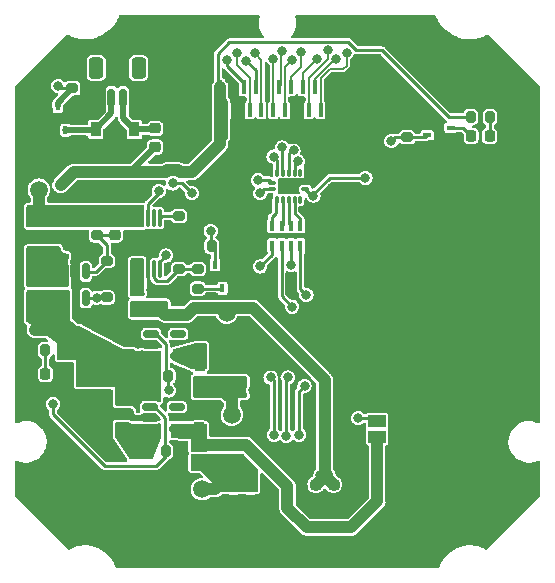
<source format=gbr>
%TF.GenerationSoftware,KiCad,Pcbnew,6.0.0-d3dd2cf0fa~116~ubuntu20.04.1*%
%TF.CreationDate,2022-01-19T11:27:02+02:00*%
%TF.ProjectId,isc0901b0-breakout,69736330-3930-4316-9230-2d627265616b,rev2*%
%TF.SameCoordinates,Original*%
%TF.FileFunction,Copper,L2,Bot*%
%TF.FilePolarity,Positive*%
%FSLAX46Y46*%
G04 Gerber Fmt 4.6, Leading zero omitted, Abs format (unit mm)*
G04 Created by KiCad (PCBNEW 6.0.0-d3dd2cf0fa~116~ubuntu20.04.1) date 2022-01-19 11:27:02*
%MOMM*%
%LPD*%
G01*
G04 APERTURE LIST*
G04 Aperture macros list*
%AMRoundRect*
0 Rectangle with rounded corners*
0 $1 Rounding radius*
0 $2 $3 $4 $5 $6 $7 $8 $9 X,Y pos of 4 corners*
0 Add a 4 corners polygon primitive as box body*
4,1,4,$2,$3,$4,$5,$6,$7,$8,$9,$2,$3,0*
0 Add four circle primitives for the rounded corners*
1,1,$1+$1,$2,$3*
1,1,$1+$1,$4,$5*
1,1,$1+$1,$6,$7*
1,1,$1+$1,$8,$9*
0 Add four rect primitives between the rounded corners*
20,1,$1+$1,$2,$3,$4,$5,0*
20,1,$1+$1,$4,$5,$6,$7,0*
20,1,$1+$1,$6,$7,$8,$9,0*
20,1,$1+$1,$8,$9,$2,$3,0*%
G04 Aperture macros list end*
%TA.AperFunction,ComponentPad*%
%ADD10C,0.600000*%
%TD*%
%TA.AperFunction,SMDPad,CuDef*%
%ADD11RoundRect,0.008202X0.291798X0.116798X-0.291798X0.116798X-0.291798X-0.116798X0.291798X-0.116798X0*%
%TD*%
%TA.AperFunction,SMDPad,CuDef*%
%ADD12RoundRect,0.008202X0.116798X-0.291798X0.116798X0.291798X-0.116798X0.291798X-0.116798X-0.291798X0*%
%TD*%
%TA.AperFunction,SMDPad,CuDef*%
%ADD13RoundRect,0.032808X0.717192X-0.467192X0.717192X0.467192X-0.717192X0.467192X-0.717192X-0.467192X0*%
%TD*%
%TA.AperFunction,SMDPad,CuDef*%
%ADD14RoundRect,0.200000X-0.200000X-0.275000X0.200000X-0.275000X0.200000X0.275000X-0.200000X0.275000X0*%
%TD*%
%TA.AperFunction,SMDPad,CuDef*%
%ADD15RoundRect,0.200000X0.275000X-0.200000X0.275000X0.200000X-0.275000X0.200000X-0.275000X-0.200000X0*%
%TD*%
%TA.AperFunction,SMDPad,CuDef*%
%ADD16R,0.700000X0.450000*%
%TD*%
%TA.AperFunction,SMDPad,CuDef*%
%ADD17RoundRect,0.218750X-0.218750X-0.256250X0.218750X-0.256250X0.218750X0.256250X-0.218750X0.256250X0*%
%TD*%
%TA.AperFunction,SMDPad,CuDef*%
%ADD18RoundRect,0.225000X-0.250000X0.225000X-0.250000X-0.225000X0.250000X-0.225000X0.250000X0.225000X0*%
%TD*%
%TA.AperFunction,SMDPad,CuDef*%
%ADD19RoundRect,0.225000X0.250000X-0.225000X0.250000X0.225000X-0.250000X0.225000X-0.250000X-0.225000X0*%
%TD*%
%TA.AperFunction,SMDPad,CuDef*%
%ADD20RoundRect,0.225000X-0.225000X-0.250000X0.225000X-0.250000X0.225000X0.250000X-0.225000X0.250000X0*%
%TD*%
%TA.AperFunction,SMDPad,CuDef*%
%ADD21R,1.200000X0.900000*%
%TD*%
%TA.AperFunction,SMDPad,CuDef*%
%ADD22RoundRect,0.218750X0.256250X-0.218750X0.256250X0.218750X-0.256250X0.218750X-0.256250X-0.218750X0*%
%TD*%
%TA.AperFunction,SMDPad,CuDef*%
%ADD23R,1.500000X1.000000*%
%TD*%
%TA.AperFunction,SMDPad,CuDef*%
%ADD24RoundRect,0.218750X0.381250X-0.218750X0.381250X0.218750X-0.381250X0.218750X-0.381250X-0.218750X0*%
%TD*%
%TA.AperFunction,SMDPad,CuDef*%
%ADD25RoundRect,0.200000X-0.275000X0.200000X-0.275000X-0.200000X0.275000X-0.200000X0.275000X0.200000X0*%
%TD*%
%TA.AperFunction,SMDPad,CuDef*%
%ADD26RoundRect,0.150000X-0.512500X-0.150000X0.512500X-0.150000X0.512500X0.150000X-0.512500X0.150000X0*%
%TD*%
%TA.AperFunction,SMDPad,CuDef*%
%ADD27RoundRect,0.218750X0.218750X0.256250X-0.218750X0.256250X-0.218750X-0.256250X0.218750X-0.256250X0*%
%TD*%
%TA.AperFunction,SMDPad,CuDef*%
%ADD28RoundRect,0.200000X0.200000X0.275000X-0.200000X0.275000X-0.200000X-0.275000X0.200000X-0.275000X0*%
%TD*%
%TA.AperFunction,SMDPad,CuDef*%
%ADD29RoundRect,0.150000X-0.150000X0.512500X-0.150000X-0.512500X0.150000X-0.512500X0.150000X0.512500X0*%
%TD*%
%TA.AperFunction,SMDPad,CuDef*%
%ADD30RoundRect,0.075000X-0.075000X0.650000X-0.075000X-0.650000X0.075000X-0.650000X0.075000X0.650000X0*%
%TD*%
%TA.AperFunction,SMDPad,CuDef*%
%ADD31R,1.880000X1.680000*%
%TD*%
%TA.AperFunction,SMDPad,CuDef*%
%ADD32R,0.450000X0.700000*%
%TD*%
%TA.AperFunction,SMDPad,CuDef*%
%ADD33R,0.900000X1.200000*%
%TD*%
%TA.AperFunction,SMDPad,CuDef*%
%ADD34RoundRect,0.218750X-0.256250X0.218750X-0.256250X-0.218750X0.256250X-0.218750X0.256250X0.218750X0*%
%TD*%
%TA.AperFunction,SMDPad,CuDef*%
%ADD35RoundRect,0.150000X0.150000X0.625000X-0.150000X0.625000X-0.150000X-0.625000X0.150000X-0.625000X0*%
%TD*%
%TA.AperFunction,SMDPad,CuDef*%
%ADD36RoundRect,0.250000X0.350000X0.650000X-0.350000X0.650000X-0.350000X-0.650000X0.350000X-0.650000X0*%
%TD*%
%TA.AperFunction,SMDPad,CuDef*%
%ADD37C,1.500000*%
%TD*%
%TA.AperFunction,SMDPad,CuDef*%
%ADD38R,0.400000X0.900000*%
%TD*%
%TA.AperFunction,SMDPad,CuDef*%
%ADD39R,0.400000X1.150000*%
%TD*%
%TA.AperFunction,SMDPad,CuDef*%
%ADD40R,2.000000X2.400000*%
%TD*%
%TA.AperFunction,ViaPad*%
%ADD41C,0.800000*%
%TD*%
%TA.AperFunction,Conductor*%
%ADD42C,0.250000*%
%TD*%
%TA.AperFunction,Conductor*%
%ADD43C,1.000000*%
%TD*%
%TA.AperFunction,Conductor*%
%ADD44C,0.127000*%
%TD*%
%TA.AperFunction,Conductor*%
%ADD45C,0.500000*%
%TD*%
G04 APERTURE END LIST*
D10*
%TO.P,U6,7,GND*%
%TO.N,GND*%
X72100000Y-107200000D03*
X71100000Y-107200000D03*
%TD*%
D11*
%TO.P,U5,1,VCCA*%
%TO.N,+3V3*%
X66100000Y-106850000D03*
D12*
%TO.P,U5,2,A1*%
%TO.N,/CLK_IN*%
X66500000Y-105950000D03*
%TO.P,U5,3,A2*%
%TO.N,/CMD_IN*%
X67000000Y-105950000D03*
%TO.P,U5,4,A3*%
%TO.N,/BIAS_IN*%
X67500000Y-105950000D03*
%TO.P,U5,5,A4*%
%TO.N,/ENA_IN*%
X68000000Y-105950000D03*
%TO.P,U5,6*%
%TO.N,N/C*%
X68500000Y-105950000D03*
D10*
%TO.P,U5,7,GND*%
%TO.N,GND*%
X68000000Y-107100000D03*
D11*
X68900000Y-106850000D03*
D13*
X67500000Y-107100000D03*
D10*
X67000000Y-107100000D03*
D11*
%TO.P,U5,8,OE*%
%TO.N,VCCQ*%
X68900000Y-107350000D03*
D12*
%TO.P,U5,9*%
%TO.N,N/C*%
X68500000Y-108250000D03*
%TO.P,U5,10,B4Y*%
%TO.N,Net-(RN1-Pad4)*%
X68000000Y-108250000D03*
%TO.P,U5,11,B3Y*%
%TO.N,Net-(RN1-Pad3)*%
X67500000Y-108250000D03*
%TO.P,U5,12,B2Y*%
%TO.N,Net-(RN1-Pad2)*%
X67000000Y-108250000D03*
%TO.P,U5,13,B1Y*%
%TO.N,Net-(RN1-Pad1)*%
X66500000Y-108250000D03*
D11*
%TO.P,U5,14,VCCB*%
%TO.N,VCCQ*%
X66100000Y-107350000D03*
%TD*%
D14*
%TO.P,R13,1*%
%TO.N,+5V*%
X82912500Y-101250000D03*
%TO.P,R13,2*%
%TO.N,Net-(D1-Pad2)*%
X84562500Y-101250000D03*
%TD*%
D15*
%TO.P,R1,1*%
%TO.N,/LED*%
X77537500Y-102975000D03*
%TO.P,R1,2*%
%TO.N,GND*%
X77537500Y-101325000D03*
%TD*%
D16*
%TO.P,Q3,1,G*%
%TO.N,/LED*%
X79237500Y-102800000D03*
%TO.P,Q3,2,S*%
%TO.N,GND*%
X79237500Y-101500000D03*
%TO.P,Q3,3,D*%
%TO.N,Net-(D1-Pad1)*%
X81237500Y-102150000D03*
%TD*%
D17*
%TO.P,D1,1,K*%
%TO.N,Net-(D1-Pad1)*%
X82950000Y-102850000D03*
%TO.P,D1,2,A*%
%TO.N,Net-(D1-Pad2)*%
X84525000Y-102850000D03*
%TD*%
D18*
%TO.P,C1,1*%
%TO.N,VAA*%
X71300000Y-132375000D03*
%TO.P,C1,2*%
%TO.N,GND*%
X71300000Y-133925000D03*
%TD*%
%TO.P,C2,1*%
%TO.N,VCC*%
X62800000Y-132575000D03*
%TO.P,C2,2*%
%TO.N,GND*%
X62800000Y-134125000D03*
%TD*%
%TO.P,C3,1*%
%TO.N,VAA*%
X69800000Y-132375000D03*
%TO.P,C3,2*%
%TO.N,GND*%
X69800000Y-133925000D03*
%TD*%
%TO.P,C4,1*%
%TO.N,VCC*%
X64300000Y-132575000D03*
%TO.P,C4,2*%
%TO.N,GND*%
X64300000Y-134125000D03*
%TD*%
D19*
%TO.P,C5,1*%
%TO.N,VCCQ*%
X63300000Y-123925000D03*
%TO.P,C5,2*%
%TO.N,GND*%
X63300000Y-122375000D03*
%TD*%
%TO.P,C6,1*%
%TO.N,VCCQ*%
X61800000Y-123925000D03*
%TO.P,C6,2*%
%TO.N,GND*%
X61800000Y-122375000D03*
%TD*%
D20*
%TO.P,C7,1*%
%TO.N,+5V*%
X48425000Y-118300000D03*
%TO.P,C7,2*%
%TO.N,GND*%
X49975000Y-118300000D03*
%TD*%
D18*
%TO.P,C8,1*%
%TO.N,Net-(C12-Pad1)*%
X52800000Y-109675000D03*
%TO.P,C8,2*%
%TO.N,Net-(C8-Pad2)*%
X52800000Y-111225000D03*
%TD*%
%TO.P,C9,1*%
%TO.N,Net-(C12-Pad1)*%
X48300000Y-109675000D03*
%TO.P,C9,2*%
%TO.N,GND*%
X48300000Y-111225000D03*
%TD*%
D19*
%TO.P,C10,1*%
%TO.N,+5V*%
X53900000Y-127925000D03*
%TO.P,C10,2*%
%TO.N,GND*%
X53900000Y-126375000D03*
%TD*%
%TO.P,C11,1*%
%TO.N,+5V*%
X54000000Y-121525000D03*
%TO.P,C11,2*%
%TO.N,GND*%
X54000000Y-119975000D03*
%TD*%
D18*
%TO.P,C12,1*%
%TO.N,Net-(C12-Pad1)*%
X49800000Y-109675000D03*
%TO.P,C12,2*%
%TO.N,GND*%
X49800000Y-111225000D03*
%TD*%
D19*
%TO.P,C13,1*%
%TO.N,+3V3*%
X59900000Y-127525000D03*
%TO.P,C13,2*%
%TO.N,GND*%
X59900000Y-125975000D03*
%TD*%
%TO.P,C14,1*%
%TO.N,+2V5*%
X60000000Y-120925000D03*
%TO.P,C14,2*%
%TO.N,GND*%
X60000000Y-119375000D03*
%TD*%
D21*
%TO.P,D2,1,K*%
%TO.N,Net-(C12-Pad1)*%
X46300000Y-109600000D03*
%TO.P,D2,2,A*%
%TO.N,Net-(D2-Pad2)*%
X46300000Y-112900000D03*
%TD*%
D22*
%TO.P,FB1,1*%
%TO.N,VCC*%
X59900000Y-130587500D03*
%TO.P,FB1,2*%
%TO.N,+3V3*%
X59900000Y-129012500D03*
%TD*%
D23*
%TO.P,JP1,3,B*%
%TO.N,GND*%
X75000000Y-125700000D03*
%TO.P,JP1,2,C*%
%TO.N,/VCC_SYS*%
X75000000Y-127000000D03*
%TO.P,JP1,1,A*%
%TO.N,+3V3*%
X75000000Y-128300000D03*
%TD*%
D24*
%TO.P,L1,1*%
%TO.N,+5V*%
X46400000Y-116512500D03*
%TO.P,L1,2*%
%TO.N,Net-(D2-Pad2)*%
X46400000Y-114387500D03*
%TD*%
D25*
%TO.P,R2,1*%
%TO.N,/BOOST_EN*%
X52100000Y-116525000D03*
%TO.P,R2,2*%
%TO.N,GND*%
X52100000Y-118175000D03*
%TD*%
%TO.P,R3,1*%
%TO.N,Net-(C12-Pad1)*%
X51300000Y-109625000D03*
%TO.P,R3,2*%
%TO.N,Net-(C8-Pad2)*%
X51300000Y-111275000D03*
%TD*%
%TO.P,R4,1*%
%TO.N,Net-(C8-Pad2)*%
X52100000Y-113425000D03*
%TO.P,R4,2*%
%TO.N,GND*%
X52100000Y-115075000D03*
%TD*%
D14*
%TO.P,R5,1*%
%TO.N,+5V*%
X55475000Y-129550000D03*
%TO.P,R5,2*%
%TO.N,/3V3_EN*%
X57125000Y-129550000D03*
%TD*%
%TO.P,R6,1*%
%TO.N,+5V*%
X55675000Y-123150000D03*
%TO.P,R6,2*%
%TO.N,/2V5_EN*%
X57325000Y-123150000D03*
%TD*%
D26*
%TO.P,U2,1,VIN*%
%TO.N,+5V*%
X55762500Y-127700000D03*
%TO.P,U2,2,GND*%
%TO.N,GND*%
X55762500Y-126750000D03*
%TO.P,U2,3,EN*%
%TO.N,/3V3_EN*%
X55762500Y-125800000D03*
%TO.P,U2,4,NC*%
%TO.N,unconnected-(U2-Pad4)*%
X58037500Y-125800000D03*
%TO.P,U2,5,VOUT*%
%TO.N,+3V3*%
X58037500Y-127700000D03*
%TD*%
%TO.P,U3,1,VIN*%
%TO.N,+5V*%
X55862500Y-121500000D03*
%TO.P,U3,2,GND*%
%TO.N,GND*%
X55862500Y-120550000D03*
%TO.P,U3,3,EN*%
%TO.N,/2V5_EN*%
X55862500Y-119600000D03*
%TO.P,U3,4,NC*%
%TO.N,unconnected-(U3-Pad4)*%
X58137500Y-119600000D03*
%TO.P,U3,5,VOUT*%
%TO.N,+2V5*%
X58137500Y-121500000D03*
%TD*%
D27*
%TO.P,D3,1,K*%
%TO.N,GND*%
X48487500Y-123000000D03*
%TO.P,D3,2,A*%
%TO.N,Net-(D3-Pad2)*%
X46912500Y-123000000D03*
%TD*%
D28*
%TO.P,R11,1*%
%TO.N,+5V*%
X48525000Y-121000000D03*
%TO.P,R11,2*%
%TO.N,Net-(D3-Pad2)*%
X46875000Y-121000000D03*
%TD*%
D29*
%TO.P,U1,1,SW*%
%TO.N,Net-(D2-Pad2)*%
X48420000Y-114322500D03*
%TO.P,U1,2,GND*%
%TO.N,GND*%
X49370000Y-114322500D03*
%TO.P,U1,3,FB*%
%TO.N,Net-(C8-Pad2)*%
X50320000Y-114322500D03*
%TO.P,U1,4,EN*%
%TO.N,/BOOST_EN*%
X50320000Y-116597500D03*
%TO.P,U1,5,VIN*%
%TO.N,+5V*%
X48420000Y-116597500D03*
%TD*%
D30*
%TO.P,U4,1,IN*%
%TO.N,Net-(C12-Pad1)*%
X54600000Y-109800000D03*
%TO.P,U4,2,IN*%
X55100000Y-109800000D03*
%TO.P,U4,3,EN/UV*%
%TO.N,/BOOST_EN*%
X55600000Y-109800000D03*
%TO.P,U4,4,PG*%
%TO.N,unconnected-(U4-Pad4)*%
X56100000Y-109800000D03*
%TO.P,U4,5,ILIM*%
%TO.N,Net-(R9-Pad1)*%
X56600000Y-109800000D03*
%TO.P,U4,6,PGFB*%
%TO.N,Net-(C12-Pad1)*%
X56600000Y-114100000D03*
%TO.P,U4,7,SET*%
%TO.N,Net-(R10-Pad1)*%
X56100000Y-114100000D03*
%TO.P,U4,8,GND*%
%TO.N,GND*%
X55600000Y-114100000D03*
%TO.P,U4,9,OUTS*%
%TO.N,Net-(FB3-Pad2)*%
X55100000Y-114100000D03*
%TO.P,U4,10,OUT*%
X54600000Y-114100000D03*
D31*
%TO.P,U4,11,GND*%
%TO.N,GND*%
X55600000Y-111950000D03*
%TD*%
D25*
%TO.P,R8,1*%
%TO.N,Net-(R10-Pad1)*%
X59800000Y-114125000D03*
%TO.P,R8,2*%
%TO.N,Net-(Q1-Pad3)*%
X59800000Y-115775000D03*
%TD*%
D32*
%TO.P,Q1,1,G*%
%TO.N,/BIAS_9V0*%
X61250000Y-113750000D03*
%TO.P,Q1,2,S*%
%TO.N,GND*%
X62550000Y-113750000D03*
%TO.P,Q1,3,D*%
%TO.N,Net-(Q1-Pad3)*%
X61900000Y-115750000D03*
%TD*%
D14*
%TO.P,R7,1*%
%TO.N,/BIAS_9V0*%
X60975000Y-112150000D03*
%TO.P,R7,2*%
%TO.N,GND*%
X62625000Y-112150000D03*
%TD*%
D25*
%TO.P,R10,1*%
%TO.N,Net-(R10-Pad1)*%
X58200000Y-114125000D03*
%TO.P,R10,2*%
%TO.N,GND*%
X58200000Y-115775000D03*
%TD*%
%TO.P,R9,1*%
%TO.N,Net-(R9-Pad1)*%
X58200000Y-109625000D03*
%TO.P,R9,2*%
%TO.N,GND*%
X58200000Y-111275000D03*
%TD*%
D22*
%TO.P,FB3,1*%
%TO.N,VAA*%
X54700000Y-117525000D03*
%TO.P,FB3,2*%
%TO.N,Net-(FB3-Pad2)*%
X54700000Y-115950000D03*
%TD*%
D19*
%TO.P,C15,1*%
%TO.N,VAA*%
X56600000Y-117500000D03*
%TO.P,C15,2*%
%TO.N,GND*%
X56600000Y-115950000D03*
%TD*%
D22*
%TO.P,FB2,1*%
%TO.N,VCCQ*%
X60000000Y-123937500D03*
%TO.P,FB2,2*%
%TO.N,+2V5*%
X60000000Y-122362500D03*
%TD*%
D33*
%TO.P,D4,1,K*%
%TO.N,Net-(D4-Pad1)*%
X54450000Y-102300000D03*
%TO.P,D4,2,A*%
%TO.N,Net-(D4-Pad2)*%
X51150000Y-102300000D03*
%TD*%
D34*
%TO.P,FB4,1*%
%TO.N,Net-(D4-Pad1)*%
X56200000Y-102212500D03*
%TO.P,FB4,2*%
%TO.N,+5V*%
X56200000Y-103787500D03*
%TD*%
D32*
%TO.P,Q2,1,G*%
%TO.N,/SHUTTER*%
X47950000Y-100350000D03*
%TO.P,Q2,2,S*%
%TO.N,GND*%
X49250000Y-100350000D03*
%TO.P,Q2,3,D*%
%TO.N,Net-(D4-Pad2)*%
X48600000Y-102350000D03*
%TD*%
D15*
%TO.P,R12,1*%
%TO.N,/SHUTTER*%
X49200000Y-98825000D03*
%TO.P,R12,2*%
%TO.N,GND*%
X49200000Y-97175000D03*
%TD*%
D35*
%TO.P,J5,1,Pin_1*%
%TO.N,Net-(D4-Pad1)*%
X53500000Y-99625000D03*
%TO.P,J5,2,Pin_2*%
%TO.N,Net-(D4-Pad2)*%
X52500000Y-99625000D03*
D36*
%TO.P,J5,MP*%
%TO.N,N/C*%
X54800000Y-97100000D03*
X51200000Y-97100000D03*
%TD*%
D37*
%TO.P,TP1_5V1,1,1*%
%TO.N,+5V*%
X46350000Y-118550000D03*
%TD*%
%TO.P,TP2_12V1,1,1*%
%TO.N,Net-(C12-Pad1)*%
X46350000Y-107400000D03*
%TD*%
%TO.P,TP3_3V3,1,1*%
%TO.N,VCC*%
X60150000Y-132750000D03*
%TD*%
%TO.P,TP4_2V5,1,1*%
%TO.N,VCCQ*%
X62700000Y-126450000D03*
%TD*%
%TO.P,TP5_VBIAS1,1,1*%
%TO.N,VAA*%
X62250000Y-117800000D03*
%TD*%
%TO.P,TP6_GND1,1,1*%
%TO.N,GND*%
X51600000Y-133600000D03*
%TD*%
D38*
%TO.P,RN1,2,R2.1*%
%TO.N,Net-(RN1-Pad2)*%
X66900000Y-110450000D03*
%TO.P,RN1,3,R3.1*%
%TO.N,Net-(RN1-Pad3)*%
X67700000Y-110450000D03*
%TO.P,RN1,1,R1.1*%
%TO.N,Net-(RN1-Pad1)*%
X66100000Y-110450000D03*
%TO.P,RN1,4,R4.1*%
%TO.N,Net-(RN1-Pad4)*%
X68500000Y-110450000D03*
%TO.P,RN1,8,R1.2*%
%TO.N,/CLK*%
X66100000Y-112150000D03*
%TO.P,RN1,7,R2.2*%
%TO.N,/CMD*%
X66900000Y-112150000D03*
%TO.P,RN1,6,R3.2*%
%TO.N,/BIAS*%
X67700000Y-112150000D03*
%TO.P,RN1,5,R4.2*%
%TO.N,/ENA*%
X68500000Y-112150000D03*
%TD*%
D39*
%TO.P,J1,1,Pin_1*%
%TO.N,+5V*%
X61700000Y-98725000D03*
%TO.P,J1,2,Pin_2*%
X62200000Y-100675000D03*
%TO.P,J1,3,Pin_3*%
%TO.N,GND*%
X62700000Y-98725000D03*
%TO.P,J1,4,Pin_4*%
X63200000Y-100675000D03*
%TO.P,J1,5,Pin_5*%
%TO.N,Net-(J1-Pad5)*%
X63700000Y-98725000D03*
%TO.P,J1,6,Pin_6*%
%TO.N,Net-(J1-Pad6)*%
X64200000Y-100675000D03*
%TO.P,J1,7,Pin_7*%
%TO.N,Net-(J1-Pad7)*%
X64700000Y-98725000D03*
%TO.P,J1,8,Pin_8*%
%TO.N,Net-(J1-Pad8)*%
X65200000Y-100675000D03*
%TO.P,J1,9,Pin_9*%
%TO.N,GND*%
X65700000Y-98725000D03*
%TO.P,J1,10,Pin_10*%
%TO.N,Net-(J1-Pad10)*%
X66200000Y-100675000D03*
%TO.P,J1,11,Pin_11*%
%TO.N,Net-(J1-Pad11)*%
X66700000Y-98725000D03*
%TO.P,J1,12,Pin_12*%
%TO.N,Net-(J1-Pad12)*%
X67200000Y-100675000D03*
%TO.P,J1,13,Pin_13*%
%TO.N,Net-(J1-Pad13)*%
X67700000Y-98725000D03*
%TO.P,J1,14,Pin_14*%
%TO.N,GND*%
X68200000Y-100675000D03*
%TO.P,J1,15,Pin_15*%
%TO.N,Net-(J1-Pad15)*%
X68700000Y-98725000D03*
%TO.P,J1,16,Pin_16*%
%TO.N,Net-(J1-Pad16)*%
X69200000Y-100675000D03*
%TO.P,J1,17,Pin_17*%
%TO.N,Net-(J1-Pad17)*%
X69700000Y-98725000D03*
%TO.P,J1,18,Pin_18*%
%TO.N,Net-(J1-Pad18)*%
X70200000Y-100675000D03*
%TO.P,J1,19,Pin_19*%
%TO.N,GND*%
X70700000Y-98725000D03*
%TO.P,J1,20,Pin_20*%
X71200000Y-100675000D03*
D40*
%TO.P,J1,MP,MountPin*%
X59700000Y-99700000D03*
X73200000Y-99700000D03*
%TD*%
D41*
%TO.N,/LED*%
X76200000Y-103300000D03*
%TO.N,GND*%
X60200000Y-100400000D03*
X59200000Y-99000000D03*
X73800000Y-98900000D03*
X72700000Y-100500000D03*
X56200000Y-112400000D03*
X64000000Y-110200000D03*
X61700000Y-121300000D03*
X53350000Y-112550000D03*
X65700000Y-136650000D03*
X57500000Y-131850000D03*
X71250000Y-119550000D03*
X55100000Y-112400000D03*
X73650000Y-131800000D03*
X56200000Y-111500000D03*
X60000000Y-118500000D03*
X69750000Y-134850000D03*
X71350000Y-134900000D03*
X52250000Y-119500000D03*
X70800000Y-104200000D03*
X79600000Y-95600000D03*
X48775032Y-112200000D03*
X71400000Y-115000000D03*
X63000000Y-121300000D03*
X63100000Y-119700000D03*
X65100000Y-104500000D03*
X75450000Y-136050000D03*
X55850000Y-115900000D03*
X63100000Y-113150000D03*
X65700000Y-114800000D03*
X58200000Y-116500000D03*
X69800000Y-110900000D03*
X53300000Y-115250000D03*
X65100000Y-120200000D03*
X51300000Y-115400000D03*
X70000000Y-104200000D03*
X63200000Y-104400000D03*
X69400000Y-106200000D03*
X51200000Y-125490000D03*
X54450000Y-132500000D03*
X74950000Y-125650000D03*
X58200000Y-112000000D03*
X83100000Y-96850000D03*
X69600000Y-119500000D03*
X64300000Y-135050000D03*
X54775312Y-120441882D03*
X63500000Y-115400000D03*
X74100000Y-107700000D03*
X48450000Y-131650000D03*
X54000000Y-119000000D03*
X72500000Y-110800000D03*
X49400000Y-113500000D03*
X62750000Y-135000000D03*
X53450000Y-118150000D03*
X65650000Y-133600000D03*
X64500000Y-124400000D03*
X51950000Y-127750000D03*
X60300000Y-135400000D03*
X55100000Y-111500000D03*
X62800000Y-111150000D03*
X49800000Y-112100000D03*
%TO.N,VAA*%
X70862129Y-131511971D03*
X70193329Y-131536658D03*
%TO.N,VCC*%
X63303356Y-131465670D03*
%TO.N,VCCQ*%
X62214152Y-124674269D03*
X69600000Y-107900000D03*
X65100000Y-107700000D03*
X74000000Y-106400000D03*
X62900000Y-124650000D03*
%TO.N,+5V*%
X48200000Y-107000000D03*
X46050000Y-119250000D03*
X54200000Y-123200000D03*
X54100000Y-128950000D03*
%TO.N,Net-(C12-Pad1)*%
X53900000Y-109500000D03*
X57112489Y-112969604D03*
%TO.N,+3V3*%
X64900000Y-106600000D03*
X59200000Y-128100000D03*
%TO.N,Net-(J1-Pad5)*%
X62300000Y-96400000D03*
%TO.N,/VCC_SYS*%
X73400000Y-126750000D03*
%TO.N,/CMD*%
X67800000Y-117300000D03*
%TO.N,/CLK*%
X65100000Y-113900000D03*
%TO.N,/BIAS*%
X66250000Y-128150000D03*
X65974829Y-123298658D03*
X67700000Y-113800000D03*
%TO.N,/DATA_ODD*%
X67300000Y-128250000D03*
X67424840Y-123299840D03*
%TO.N,/ENA*%
X68400000Y-128150000D03*
X68850000Y-124000000D03*
X69000000Y-116300000D03*
%TO.N,/BIAS_9V0*%
X60900000Y-110900000D03*
%TO.N,/BOOST_EN*%
X51240000Y-116560000D03*
X56500000Y-107500000D03*
%TO.N,/3V3_EN*%
X47550000Y-125550000D03*
%TO.N,/2V5_EN*%
X57687701Y-106875500D03*
X59300000Y-107700000D03*
X57350000Y-124400000D03*
%TO.N,Net-(J1-Pad6)*%
X63100000Y-95800000D03*
%TO.N,Net-(J1-Pad7)*%
X63900000Y-96500000D03*
%TO.N,Net-(J1-Pad8)*%
X64667839Y-95860134D03*
%TO.N,Net-(J1-Pad10)*%
X66200000Y-96300000D03*
%TO.N,Net-(J1-Pad11)*%
X66958879Y-95649532D03*
%TO.N,Net-(J1-Pad12)*%
X67800000Y-96400000D03*
%TO.N,Net-(J1-Pad13)*%
X68567839Y-95760134D03*
%TO.N,Net-(J1-Pad15)*%
X69900000Y-96300000D03*
%TO.N,Net-(J1-Pad16)*%
X70800000Y-95600000D03*
%TO.N,Net-(J1-Pad17)*%
X71524500Y-96306755D03*
%TO.N,Net-(J1-Pad18)*%
X72400000Y-95800000D03*
%TO.N,/SHUTTER*%
X48000000Y-98600000D03*
%TO.N,/ENA_IN*%
X68300000Y-105000000D03*
%TO.N,/CLK_IN*%
X66225342Y-104600000D03*
%TO.N,/BIAS_IN*%
X67917194Y-104076712D03*
%TO.N,/CMD_IN*%
X66949842Y-103825244D03*
%TD*%
D42*
%TO.N,VCCQ*%
X74000000Y-106400000D02*
X71000000Y-106400000D01*
X71000000Y-106400000D02*
X69600000Y-107800000D01*
X69600000Y-107800000D02*
X69600000Y-107900000D01*
D43*
%TO.N,+5V*%
X46050000Y-119250000D02*
X47475000Y-119250000D01*
X47475000Y-119250000D02*
X48425000Y-118300000D01*
D42*
%TO.N,/2V5_EN*%
X57325000Y-123150000D02*
X57100000Y-122925000D01*
X57100000Y-122925000D02*
X57100000Y-120439998D01*
X57100000Y-120439998D02*
X56260002Y-119600000D01*
X56260002Y-119600000D02*
X55690000Y-119600000D01*
%TO.N,/3V3_EN*%
X57125000Y-129550000D02*
X57050480Y-129475480D01*
X57050480Y-129475480D02*
X57050480Y-126690478D01*
X57050480Y-126690478D02*
X56160002Y-125800000D01*
X56160002Y-125800000D02*
X55590000Y-125800000D01*
%TO.N,/LED*%
X77537500Y-102975000D02*
X76525000Y-102975000D01*
X76525000Y-102975000D02*
X76200000Y-103300000D01*
%TO.N,+5V*%
X75400000Y-95600000D02*
X81050000Y-101250000D01*
X81050000Y-101250000D02*
X82912500Y-101250000D01*
X73224614Y-95600000D02*
X72500103Y-94875489D01*
X75400000Y-95600000D02*
X73224614Y-95600000D01*
X72500103Y-94875489D02*
X67624510Y-94875489D01*
X67624510Y-94875489D02*
X67574978Y-94925021D01*
X67574978Y-94925021D02*
X62474979Y-94925021D01*
X61500000Y-95900000D02*
X61500000Y-98525000D01*
X62474979Y-94925021D02*
X61500000Y-95900000D01*
X61500000Y-98525000D02*
X61700000Y-98725000D01*
%TO.N,Net-(D1-Pad2)*%
X84525000Y-102850000D02*
X84525000Y-101287500D01*
X84525000Y-101287500D02*
X84562500Y-101250000D01*
%TO.N,Net-(D1-Pad1)*%
X81237500Y-102150000D02*
X82250000Y-102150000D01*
X82250000Y-102150000D02*
X82950000Y-102850000D01*
%TO.N,/LED*%
X77537500Y-102975000D02*
X79062500Y-102975000D01*
X79062500Y-102975000D02*
X79237500Y-102800000D01*
%TO.N,GND*%
X63250000Y-102400000D02*
X63200000Y-102350000D01*
X63200000Y-102350000D02*
X63200000Y-100675000D01*
D43*
%TO.N,+5V*%
X49300000Y-105900000D02*
X57108257Y-105900000D01*
X57108257Y-105900000D02*
X57232268Y-105775989D01*
X57232268Y-105775989D02*
X58143134Y-105775989D01*
X58143134Y-105775989D02*
X58267145Y-105900000D01*
X59300000Y-105900000D02*
X61700000Y-103500000D01*
X58267145Y-105900000D02*
X59300000Y-105900000D01*
X61700000Y-103500000D02*
X61700000Y-98725000D01*
D42*
X62200000Y-103000000D02*
X62200000Y-100675000D01*
X61700000Y-99400000D02*
X62200000Y-99900000D01*
X61700000Y-98725000D02*
X61700000Y-99400000D01*
X62200000Y-99900000D02*
X62200000Y-100675000D01*
%TO.N,GND*%
X62700000Y-98725000D02*
X62700000Y-99524511D01*
X62700000Y-99524511D02*
X63200000Y-100024511D01*
X63200000Y-100024511D02*
X63200000Y-100675000D01*
D44*
X65700000Y-98725000D02*
X65700000Y-101476022D01*
X65700000Y-101476022D02*
X65750000Y-101526022D01*
X65750000Y-101526022D02*
X65750000Y-102400000D01*
D42*
X68250000Y-102400000D02*
X68200000Y-102350000D01*
X68200000Y-102350000D02*
X68200000Y-100675000D01*
X71200000Y-100675000D02*
X71200000Y-99225000D01*
X71200000Y-99225000D02*
X70700000Y-98725000D01*
X71250000Y-102400000D02*
X71200000Y-102350000D01*
X71200000Y-102350000D02*
X71200000Y-100675000D01*
D44*
%TO.N,Net-(J1-Pad6)*%
X64200000Y-100675000D02*
X64200000Y-97923978D01*
X63100000Y-96823978D02*
X63100000Y-95800000D01*
X64200000Y-97923978D02*
X63100000Y-96823978D01*
%TO.N,Net-(J1-Pad8)*%
X65200000Y-100675000D02*
X65200000Y-96392295D01*
X65200000Y-96392295D02*
X64667839Y-95860134D01*
%TO.N,Net-(J1-Pad10)*%
X66200000Y-100675000D02*
X66200000Y-96300000D01*
%TO.N,Net-(J1-Pad11)*%
X66700000Y-98725000D02*
X66863011Y-98561989D01*
X66863011Y-98561989D02*
X66863011Y-95745400D01*
X66863011Y-95745400D02*
X66958879Y-95649532D01*
%TO.N,Net-(J1-Pad12)*%
X67200000Y-100675000D02*
X67200000Y-97000000D01*
X67200000Y-97000000D02*
X67800000Y-96400000D01*
%TO.N,Net-(J1-Pad13)*%
X67700000Y-98725000D02*
X67700000Y-97900000D01*
X67700000Y-97900000D02*
X68567839Y-97032161D01*
X68567839Y-97032161D02*
X68567839Y-95760134D01*
%TO.N,Net-(J1-Pad18)*%
X70200000Y-100675000D02*
X70200000Y-97961770D01*
X70200000Y-97961770D02*
X70961770Y-97200000D01*
X70961770Y-97200000D02*
X72100000Y-97200000D01*
X72100000Y-97200000D02*
X72400000Y-96900000D01*
X72400000Y-96900000D02*
X72400000Y-95800000D01*
%TO.N,Net-(J1-Pad17)*%
X69700000Y-98725000D02*
X69700000Y-98000000D01*
X69700000Y-98000000D02*
X71393245Y-96306755D01*
X71393245Y-96306755D02*
X71524500Y-96306755D01*
%TO.N,Net-(J1-Pad16)*%
X69200000Y-100675000D02*
X69200000Y-97937640D01*
X69200000Y-97937640D02*
X70800000Y-96337640D01*
X70800000Y-96337640D02*
X70800000Y-95600000D01*
%TO.N,Net-(J1-Pad15)*%
X68700000Y-98725000D02*
X68700000Y-97500000D01*
X68700000Y-97500000D02*
X69900000Y-96300000D01*
D45*
%TO.N,GND*%
X49370000Y-114360000D02*
X49370000Y-113530000D01*
D42*
X61800000Y-121400000D02*
X61700000Y-121300000D01*
X55600000Y-114100000D02*
X55600000Y-111950000D01*
X55600000Y-115650000D02*
X55850000Y-115900000D01*
X63250000Y-102400000D02*
X63250000Y-104350000D01*
X62625000Y-111325000D02*
X62800000Y-111150000D01*
X63250000Y-104350000D02*
X63200000Y-104400000D01*
X63300000Y-121600000D02*
X63000000Y-121300000D01*
D45*
X49370000Y-113530000D02*
X49400000Y-113500000D01*
D43*
X53900000Y-126375000D02*
X52085000Y-126375000D01*
D42*
X63300000Y-122375000D02*
X63300000Y-121600000D01*
D45*
X58200000Y-111275000D02*
X58200000Y-112000000D01*
D42*
X48487500Y-124187500D02*
X49600000Y-125300000D01*
X51010000Y-125300000D02*
X51200000Y-125490000D01*
X49800000Y-111225000D02*
X49800000Y-112100000D01*
X69800000Y-134800000D02*
X69750000Y-134850000D01*
X64300000Y-134125000D02*
X64300000Y-135050000D01*
X62800000Y-134125000D02*
X62800000Y-134950000D01*
X48300000Y-111225000D02*
X48300000Y-111724968D01*
X68250000Y-103384904D02*
X69065096Y-104200000D01*
X71250000Y-103750000D02*
X70800000Y-104200000D01*
X75000000Y-125700000D02*
X74950000Y-125650000D01*
X65750000Y-103850000D02*
X65100000Y-104500000D01*
D45*
X60000000Y-119375000D02*
X60000000Y-118500000D01*
D42*
X62800000Y-134950000D02*
X62750000Y-135000000D01*
D45*
X55590000Y-126750000D02*
X54275000Y-126750000D01*
D42*
X62550000Y-113700000D02*
X63100000Y-113150000D01*
D45*
X52100000Y-115075000D02*
X51625000Y-115075000D01*
X55600000Y-111950000D02*
X55750000Y-111950000D01*
D42*
X65750000Y-102400000D02*
X65750000Y-103850000D01*
X48487500Y-123000000D02*
X48487500Y-124187500D01*
D45*
X56600000Y-115950000D02*
X56450000Y-115950000D01*
D42*
X71300000Y-134850000D02*
X71350000Y-134900000D01*
D45*
X55750000Y-111950000D02*
X56200000Y-111500000D01*
D42*
X69800000Y-133925000D02*
X69800000Y-134800000D01*
X55600000Y-114100000D02*
X55600000Y-115650000D01*
X68900000Y-106700000D02*
X69400000Y-106200000D01*
X48300000Y-111724968D02*
X48775032Y-112200000D01*
X62625000Y-112150000D02*
X62625000Y-111325000D01*
D45*
X55690000Y-120550000D02*
X54883430Y-120550000D01*
D43*
X52085000Y-126375000D02*
X51200000Y-125490000D01*
D42*
X69065096Y-104200000D02*
X70000000Y-104200000D01*
X49600000Y-125300000D02*
X51010000Y-125300000D01*
X71300000Y-133925000D02*
X71300000Y-134850000D01*
D45*
X51625000Y-115075000D02*
X51300000Y-115400000D01*
D42*
X61800000Y-122375000D02*
X61800000Y-121400000D01*
D45*
X58200000Y-115775000D02*
X58200000Y-116500000D01*
D42*
X62550000Y-113750000D02*
X62550000Y-113700000D01*
D45*
X54000000Y-119975000D02*
X54000000Y-119000000D01*
D42*
X68900000Y-106850000D02*
X68900000Y-106700000D01*
D45*
X54275000Y-126750000D02*
X53900000Y-126375000D01*
D42*
X68250000Y-102400000D02*
X68250000Y-103384904D01*
X48300000Y-111225000D02*
X49800000Y-111225000D01*
X71250000Y-102400000D02*
X71250000Y-103750000D01*
D45*
X54883430Y-120550000D02*
X54775312Y-120441882D01*
D43*
%TO.N,VAA*%
X56600000Y-117500000D02*
X57071999Y-117971999D01*
X69800000Y-132375000D02*
X70550000Y-131625000D01*
X64449999Y-117399999D02*
X70550000Y-123500000D01*
D42*
X70193329Y-131536658D02*
X70193329Y-131981671D01*
D43*
X70550000Y-131625000D02*
X71300000Y-132375000D01*
X70550000Y-123500000D02*
X70550000Y-131625000D01*
X57071999Y-117971999D02*
X58899999Y-117971999D01*
D42*
X70862129Y-131937129D02*
X71300000Y-132375000D01*
X70193329Y-131981671D02*
X69800000Y-132375000D01*
X70862129Y-131511971D02*
X70862129Y-131937129D01*
D43*
X58899999Y-117971999D02*
X59471999Y-117399999D01*
X59471999Y-117399999D02*
X64449999Y-117399999D01*
%TO.N,VCC*%
X61300000Y-132750000D02*
X62150000Y-131900000D01*
X62150000Y-131900000D02*
X62869026Y-131900000D01*
X60150000Y-132750000D02*
X61300000Y-132750000D01*
X62869026Y-131900000D02*
X63303356Y-131465670D01*
D42*
%TO.N,VCCQ*%
X66100000Y-107350000D02*
X65450000Y-107350000D01*
D43*
X62700000Y-126450000D02*
X62700000Y-125160117D01*
D42*
X69450000Y-107900000D02*
X68900000Y-107350000D01*
X65450000Y-107350000D02*
X65100000Y-107700000D01*
X69600000Y-107900000D02*
X69450000Y-107900000D01*
D43*
X62700000Y-125160117D02*
X62214152Y-124674269D01*
%TO.N,+5V*%
X55625000Y-123200000D02*
X55675000Y-123150000D01*
X54200000Y-123200000D02*
X55625000Y-123200000D01*
X48200000Y-107000000D02*
X49300000Y-105900000D01*
D45*
X56200000Y-103787500D02*
X54087500Y-105900000D01*
X54087500Y-105900000D02*
X49300000Y-105900000D01*
D42*
%TO.N,Net-(C8-Pad2)*%
X52100000Y-112075000D02*
X51300000Y-111275000D01*
X52100000Y-113425000D02*
X52100000Y-112075000D01*
X51350000Y-111225000D02*
X51300000Y-111275000D01*
X51165000Y-114360000D02*
X52100000Y-113425000D01*
X52800000Y-111225000D02*
X51350000Y-111225000D01*
X50320000Y-114360000D02*
X51165000Y-114360000D01*
%TO.N,Net-(C12-Pad1)*%
X56600000Y-113482093D02*
X57112489Y-112969604D01*
D43*
X46350000Y-109550000D02*
X46300000Y-109600000D01*
X46350000Y-107400000D02*
X46350000Y-109550000D01*
D42*
X56600000Y-114100000D02*
X56600000Y-113482093D01*
%TO.N,+3V3*%
X65850000Y-106600000D02*
X66100000Y-106850000D01*
D43*
X59900000Y-129012500D02*
X63912500Y-129012500D01*
X63912500Y-129012500D02*
X67400000Y-132500000D01*
X67400000Y-134350000D02*
X69050000Y-136000000D01*
D42*
X64900000Y-106600000D02*
X65850000Y-106600000D01*
D43*
X67400000Y-132500000D02*
X67400000Y-134350000D01*
X75000000Y-133800000D02*
X75000000Y-128300000D01*
X69050000Y-136000000D02*
X72800000Y-136000000D01*
X72800000Y-136000000D02*
X75000000Y-133800000D01*
D42*
%TO.N,Net-(J1-Pad5)*%
X63700000Y-98350000D02*
X62300000Y-96950000D01*
X62300000Y-96950000D02*
X62300000Y-96400000D01*
X63700000Y-98725000D02*
X63700000Y-98350000D01*
%TO.N,/VCC_SYS*%
X74750000Y-126750000D02*
X75000000Y-127000000D01*
X73400000Y-126750000D02*
X74750000Y-126750000D01*
%TO.N,/CMD*%
X66900000Y-116400000D02*
X66900000Y-112150000D01*
X67800000Y-117300000D02*
X66900000Y-116400000D01*
%TO.N,/CLK*%
X66100000Y-112900000D02*
X66100000Y-112150000D01*
X65100000Y-113900000D02*
X66100000Y-112900000D01*
%TO.N,/BIAS*%
X67700000Y-113800000D02*
X67700000Y-112150000D01*
X66250000Y-128150000D02*
X66250000Y-123573829D01*
X66250000Y-123573829D02*
X65974829Y-123298658D01*
%TO.N,/DATA_ODD*%
X67300000Y-123424680D02*
X67424840Y-123299840D01*
X67300000Y-128250000D02*
X67300000Y-123424680D01*
%TO.N,/ENA*%
X68400000Y-124450000D02*
X68400000Y-128150000D01*
X68850000Y-124000000D02*
X68400000Y-124450000D01*
X68500000Y-112150000D02*
X68500000Y-115800000D01*
X68500000Y-115800000D02*
X69000000Y-116300000D01*
%TO.N,Net-(Q1-Pad3)*%
X59800000Y-115775000D02*
X61875000Y-115775000D01*
X61875000Y-115775000D02*
X61900000Y-115750000D01*
%TO.N,/BIAS_9V0*%
X61250000Y-113750000D02*
X61250000Y-112425000D01*
X60900000Y-112075000D02*
X60975000Y-112150000D01*
X61250000Y-112425000D02*
X60975000Y-112150000D01*
X60900000Y-110900000D02*
X60900000Y-112075000D01*
%TO.N,/BOOST_EN*%
X50320000Y-116560000D02*
X51240000Y-116560000D01*
X55600000Y-109800000D02*
X55600000Y-108600000D01*
X52065000Y-116560000D02*
X52100000Y-116525000D01*
X51240000Y-116560000D02*
X52065000Y-116560000D01*
X55600000Y-108600000D02*
X56600000Y-107600000D01*
%TO.N,/3V3_EN*%
X51950000Y-130800000D02*
X47550000Y-126400000D01*
X56300000Y-130800000D02*
X51950000Y-130800000D01*
X57125000Y-129975000D02*
X56300000Y-130800000D01*
X57125000Y-129550000D02*
X57125000Y-129975000D01*
X47550000Y-126400000D02*
X47550000Y-125550000D01*
%TO.N,/2V5_EN*%
X57325000Y-124375000D02*
X57350000Y-124400000D01*
X57687701Y-106875500D02*
X58475500Y-106875500D01*
X57325000Y-123150000D02*
X57325000Y-124375000D01*
X58475500Y-106875500D02*
X59300000Y-107700000D01*
%TO.N,Net-(R10-Pad1)*%
X59800000Y-114125000D02*
X58200000Y-114125000D01*
X56100000Y-114100000D02*
X56100000Y-114890702D01*
X56100000Y-114890702D02*
X56359308Y-115150010D01*
X57174990Y-115150010D02*
X58200000Y-114125000D01*
X56359308Y-115150010D02*
X57174990Y-115150010D01*
%TO.N,Net-(R9-Pad1)*%
X58200000Y-109625000D02*
X56775000Y-109625000D01*
X56775000Y-109625000D02*
X56600000Y-109800000D01*
%TO.N,Net-(D3-Pad2)*%
X46912500Y-123000000D02*
X46912500Y-121037500D01*
X46912500Y-121037500D02*
X46875000Y-121000000D01*
D45*
%TO.N,Net-(D4-Pad2)*%
X51100000Y-102350000D02*
X51150000Y-102300000D01*
X48600000Y-102350000D02*
X51100000Y-102350000D01*
X51150000Y-102300000D02*
X52500000Y-100950000D01*
X52500000Y-100950000D02*
X52500000Y-99625000D01*
%TO.N,Net-(D4-Pad1)*%
X53500000Y-101350000D02*
X54450000Y-102300000D01*
X54450000Y-102300000D02*
X56112500Y-102300000D01*
X56112500Y-102300000D02*
X56200000Y-102212500D01*
X53500000Y-99625000D02*
X53500000Y-101350000D01*
D42*
%TO.N,Net-(J1-Pad7)*%
X64700000Y-97300000D02*
X63900000Y-96500000D01*
X64700000Y-98725000D02*
X64700000Y-97300000D01*
%TO.N,/SHUTTER*%
X48225000Y-98825000D02*
X48000000Y-98600000D01*
X49200000Y-98825000D02*
X48225000Y-98825000D01*
D45*
X47950000Y-100350000D02*
X47950000Y-100075000D01*
X47950000Y-100075000D02*
X49200000Y-98825000D01*
D42*
%TO.N,Net-(RN1-Pad4)*%
X68000000Y-109400000D02*
X68500000Y-109900000D01*
X68000000Y-108250000D02*
X68000000Y-109400000D01*
X68500000Y-109900000D02*
X68500000Y-110450000D01*
%TO.N,Net-(RN1-Pad1)*%
X66450480Y-108299520D02*
X66450480Y-109349520D01*
X66450480Y-109349520D02*
X66100000Y-109700000D01*
X66100000Y-109700000D02*
X66100000Y-110450000D01*
X66500000Y-108250000D02*
X66450480Y-108299520D01*
%TO.N,Net-(RN1-Pad3)*%
X67500000Y-108250000D02*
X67500000Y-110250000D01*
X67500000Y-110250000D02*
X67700000Y-110450000D01*
%TO.N,Net-(RN1-Pad2)*%
X66900000Y-110450000D02*
X67000000Y-110350000D01*
X67000000Y-110350000D02*
X67000000Y-108250000D01*
%TO.N,/ENA_IN*%
X68300000Y-105000000D02*
X68000000Y-105300000D01*
X68000000Y-105300000D02*
X68000000Y-105950000D01*
%TO.N,/CLK_IN*%
X66225342Y-104600000D02*
X66500000Y-104874658D01*
X66500000Y-104874658D02*
X66500000Y-105950000D01*
%TO.N,/BIAS_IN*%
X67868559Y-104125347D02*
X67674353Y-104125347D01*
X67500000Y-104299700D02*
X67500000Y-105950000D01*
X67674353Y-104125347D02*
X67500000Y-104299700D01*
X67917194Y-104076712D02*
X67868559Y-104125347D01*
%TO.N,/CMD_IN*%
X66949842Y-105899842D02*
X67000000Y-105950000D01*
X66949842Y-103825244D02*
X66949842Y-105899842D01*
%TD*%
%TA.AperFunction,Conductor*%
%TO.N,GND*%
G36*
X73974726Y-92599635D02*
G01*
X79861539Y-92599986D01*
X79929658Y-92619992D01*
X79976148Y-92673651D01*
X79980248Y-92683770D01*
X79985450Y-92698399D01*
X80012708Y-92775051D01*
X80014218Y-92778166D01*
X80014222Y-92778174D01*
X80158089Y-93074825D01*
X80159601Y-93077942D01*
X80338827Y-93362897D01*
X80340980Y-93365607D01*
X80340982Y-93365610D01*
X80546066Y-93623764D01*
X80546073Y-93623772D01*
X80548222Y-93626477D01*
X80550664Y-93628939D01*
X80780381Y-93860581D01*
X80785262Y-93865503D01*
X81047085Y-94077091D01*
X81330534Y-94258688D01*
X81452792Y-94319245D01*
X81629085Y-94406567D01*
X81629092Y-94406570D01*
X81632189Y-94408104D01*
X81948411Y-94523537D01*
X82275385Y-94603592D01*
X82609167Y-94647306D01*
X82945729Y-94654150D01*
X83281012Y-94624042D01*
X83610970Y-94557345D01*
X83614263Y-94556293D01*
X83614269Y-94556291D01*
X83928317Y-94455921D01*
X83928323Y-94455919D01*
X83931623Y-94454864D01*
X84239103Y-94317835D01*
X84303804Y-94280001D01*
X84372703Y-94262882D01*
X84439922Y-94285731D01*
X84456499Y-94299676D01*
X88774094Y-98617271D01*
X88808120Y-98679583D01*
X88810999Y-98706366D01*
X88810999Y-127050935D01*
X88790997Y-127119056D01*
X88737341Y-127165549D01*
X88667067Y-127175653D01*
X88629283Y-127163947D01*
X88534699Y-127117316D01*
X88530354Y-127115909D01*
X88530351Y-127115908D01*
X88296329Y-127040138D01*
X88296324Y-127040137D01*
X88291976Y-127038729D01*
X88101906Y-127006453D01*
X88044949Y-126996781D01*
X88044947Y-126996781D01*
X88040449Y-126996017D01*
X87941692Y-126993717D01*
X87789961Y-126990183D01*
X87789955Y-126990183D01*
X87785391Y-126990077D01*
X87761093Y-126993047D01*
X87536685Y-127020476D01*
X87536679Y-127020477D01*
X87532148Y-127021031D01*
X87527740Y-127022235D01*
X87527738Y-127022235D01*
X87290442Y-127087027D01*
X87290438Y-127087028D01*
X87286030Y-127088232D01*
X87052196Y-127190270D01*
X87048329Y-127192675D01*
X87048327Y-127192676D01*
X86907613Y-127280189D01*
X86835549Y-127325007D01*
X86640629Y-127489617D01*
X86471525Y-127680651D01*
X86469024Y-127684471D01*
X86469021Y-127684475D01*
X86444605Y-127721769D01*
X86331780Y-127894102D01*
X86329861Y-127898235D01*
X86329859Y-127898238D01*
X86281940Y-128001426D01*
X86224324Y-128125496D01*
X86206280Y-128186000D01*
X86152717Y-128365602D01*
X86152715Y-128365609D01*
X86151411Y-128369983D01*
X86150751Y-128374503D01*
X86150750Y-128374509D01*
X86116836Y-128606895D01*
X86114568Y-128622436D01*
X86114568Y-128877564D01*
X86115227Y-128882078D01*
X86115227Y-128882081D01*
X86149611Y-129117680D01*
X86151411Y-129130017D01*
X86152715Y-129134391D01*
X86152717Y-129134398D01*
X86186727Y-129248437D01*
X86224324Y-129374504D01*
X86226243Y-129378636D01*
X86226244Y-129378639D01*
X86322410Y-129585720D01*
X86331780Y-129605898D01*
X86400300Y-129710558D01*
X86464308Y-129808325D01*
X86471525Y-129819349D01*
X86640629Y-130010383D01*
X86835549Y-130174993D01*
X86839429Y-130177406D01*
X86969869Y-130258529D01*
X87052196Y-130309730D01*
X87286030Y-130411768D01*
X87290438Y-130412972D01*
X87290442Y-130412973D01*
X87527738Y-130477765D01*
X87532148Y-130478969D01*
X87536679Y-130479523D01*
X87536685Y-130479524D01*
X87730544Y-130503219D01*
X87785391Y-130509923D01*
X87789955Y-130509817D01*
X87789961Y-130509817D01*
X87941692Y-130506283D01*
X88040449Y-130503983D01*
X88044947Y-130503219D01*
X88044949Y-130503219D01*
X88184486Y-130479524D01*
X88291976Y-130461271D01*
X88296324Y-130459863D01*
X88296329Y-130459862D01*
X88530351Y-130384092D01*
X88530354Y-130384091D01*
X88534699Y-130382684D01*
X88629283Y-130336053D01*
X88699226Y-130323871D01*
X88764653Y-130351437D01*
X88804790Y-130409999D01*
X88810999Y-130449065D01*
X88810999Y-133293633D01*
X88790997Y-133361754D01*
X88774094Y-133382728D01*
X84317759Y-137839063D01*
X84255447Y-137873089D01*
X84184632Y-137868024D01*
X84162772Y-137857365D01*
X84131794Y-137838359D01*
X84131787Y-137838355D01*
X84128747Y-137836490D01*
X83923215Y-137740444D01*
X83853240Y-137707744D01*
X83853232Y-137707741D01*
X83850014Y-137706237D01*
X83846646Y-137705106D01*
X83846641Y-137705104D01*
X83561733Y-137609428D01*
X83561732Y-137609428D01*
X83558356Y-137608294D01*
X83554886Y-137607551D01*
X83554877Y-137607549D01*
X83260985Y-137544659D01*
X83260979Y-137544658D01*
X83257502Y-137543914D01*
X82951303Y-137513922D01*
X82947744Y-137513977D01*
X82947737Y-137513977D01*
X82754810Y-137516974D01*
X82643675Y-137518700D01*
X82640156Y-137519155D01*
X82640148Y-137519156D01*
X82411787Y-137548710D01*
X82338555Y-137558188D01*
X82039846Y-137631880D01*
X81751370Y-137738834D01*
X81748193Y-137740441D01*
X81748190Y-137740442D01*
X81480009Y-137876067D01*
X81480006Y-137876069D01*
X81476817Y-137877682D01*
X81219701Y-138046646D01*
X80983311Y-138243565D01*
X80770670Y-138465920D01*
X80584501Y-138710865D01*
X80582678Y-138713929D01*
X80428999Y-138972215D01*
X80428995Y-138972222D01*
X80427183Y-138975268D01*
X80300731Y-139255745D01*
X80299641Y-139259144D01*
X80282532Y-139312483D01*
X80242680Y-139371240D01*
X80177389Y-139399124D01*
X80162553Y-139400000D01*
X52959444Y-139400000D01*
X52891323Y-139379998D01*
X52844830Y-139326342D01*
X52839465Y-139312485D01*
X52822352Y-139259134D01*
X52821265Y-139255745D01*
X52694813Y-138975268D01*
X52693001Y-138972222D01*
X52692997Y-138972215D01*
X52539319Y-138713930D01*
X52539318Y-138713929D01*
X52537496Y-138710866D01*
X52351326Y-138465920D01*
X52138685Y-138243566D01*
X51902295Y-138046647D01*
X51645179Y-137877683D01*
X51560739Y-137834980D01*
X51373807Y-137740444D01*
X51373797Y-137740440D01*
X51370626Y-137738836D01*
X51082150Y-137631882D01*
X50783441Y-137558190D01*
X50678904Y-137544661D01*
X50481848Y-137519158D01*
X50481840Y-137519157D01*
X50478321Y-137518702D01*
X50367161Y-137516975D01*
X50174260Y-137513979D01*
X50174253Y-137513979D01*
X50170694Y-137513924D01*
X49864494Y-137543916D01*
X49861017Y-137544660D01*
X49861011Y-137544661D01*
X49567120Y-137607551D01*
X49567111Y-137607553D01*
X49563641Y-137608296D01*
X49560265Y-137609430D01*
X49560264Y-137609430D01*
X49275355Y-137705106D01*
X49275350Y-137705108D01*
X49271982Y-137706239D01*
X49268764Y-137707743D01*
X49268756Y-137707746D01*
X49101530Y-137785892D01*
X48993250Y-137836492D01*
X48990210Y-137838357D01*
X48990203Y-137838361D01*
X48959225Y-137857367D01*
X48890702Y-137875943D01*
X48823014Y-137854522D01*
X48804238Y-137839065D01*
X44347903Y-133382729D01*
X44313877Y-133320417D01*
X44310998Y-133293634D01*
X44310999Y-130449065D01*
X44331001Y-130380944D01*
X44384657Y-130334451D01*
X44454931Y-130324348D01*
X44492714Y-130336053D01*
X44583195Y-130380660D01*
X44583198Y-130380661D01*
X44587299Y-130382683D01*
X44591644Y-130384090D01*
X44591647Y-130384091D01*
X44825669Y-130459861D01*
X44825674Y-130459862D01*
X44830022Y-130461270D01*
X44927154Y-130477764D01*
X45077049Y-130503218D01*
X45077051Y-130503218D01*
X45081549Y-130503982D01*
X45180306Y-130506282D01*
X45332037Y-130509816D01*
X45332043Y-130509816D01*
X45336607Y-130509922D01*
X45391454Y-130503218D01*
X45585313Y-130479523D01*
X45585319Y-130479522D01*
X45589850Y-130478968D01*
X45606214Y-130474500D01*
X45831556Y-130412972D01*
X45831560Y-130412971D01*
X45835968Y-130411767D01*
X45862934Y-130400000D01*
X46065617Y-130311555D01*
X46065623Y-130311552D01*
X46069801Y-130309729D01*
X46073681Y-130307316D01*
X46282573Y-130177403D01*
X46282577Y-130177400D01*
X46286449Y-130174992D01*
X46370896Y-130103676D01*
X46477878Y-130013329D01*
X46477883Y-130013324D01*
X46481368Y-130010381D01*
X46650472Y-129819348D01*
X46790217Y-129605897D01*
X46807063Y-129569622D01*
X46895752Y-129378638D01*
X46895753Y-129378635D01*
X46897672Y-129374503D01*
X46938207Y-129238588D01*
X46969280Y-129134396D01*
X46969281Y-129134393D01*
X46970586Y-129130016D01*
X46971246Y-129125496D01*
X46971247Y-129125490D01*
X47006770Y-128882080D01*
X47006770Y-128882077D01*
X47007429Y-128877563D01*
X47007428Y-128622435D01*
X47003590Y-128596137D01*
X46971246Y-128374508D01*
X46971245Y-128374502D01*
X46970585Y-128369982D01*
X46969279Y-128365602D01*
X46969279Y-128365601D01*
X46915716Y-128186000D01*
X46897672Y-128125496D01*
X46840056Y-128001426D01*
X46792137Y-127898238D01*
X46792135Y-127898235D01*
X46790216Y-127894102D01*
X46662121Y-127698445D01*
X46652972Y-127684471D01*
X46652972Y-127684470D01*
X46650471Y-127680651D01*
X46481366Y-127489617D01*
X46477881Y-127486674D01*
X46477876Y-127486669D01*
X46304748Y-127340462D01*
X46286447Y-127325007D01*
X46282575Y-127322599D01*
X46282571Y-127322596D01*
X46073680Y-127192684D01*
X46069800Y-127190271D01*
X46065619Y-127188446D01*
X46065616Y-127188445D01*
X45840153Y-127090060D01*
X45840152Y-127090060D01*
X45835966Y-127088233D01*
X45831558Y-127087029D01*
X45831554Y-127087028D01*
X45594258Y-127022236D01*
X45594256Y-127022236D01*
X45589848Y-127021032D01*
X45585317Y-127020478D01*
X45585311Y-127020477D01*
X45360895Y-126993047D01*
X45336605Y-126990078D01*
X45332041Y-126990184D01*
X45332035Y-126990184D01*
X45186339Y-126993578D01*
X45081547Y-126996019D01*
X45077049Y-126996783D01*
X45077047Y-126996783D01*
X45006538Y-127008756D01*
X44830020Y-127038730D01*
X44825669Y-127040139D01*
X44825668Y-127040139D01*
X44591646Y-127115909D01*
X44591643Y-127115910D01*
X44587298Y-127117317D01*
X44583204Y-127119335D01*
X44583200Y-127119337D01*
X44492624Y-127163992D01*
X44422680Y-127176174D01*
X44357254Y-127148608D01*
X44317117Y-127090045D01*
X44310908Y-127050998D01*
X44310908Y-127050500D01*
X44309711Y-118533982D01*
X45100000Y-118533982D01*
X45103870Y-118573134D01*
X45113527Y-118621510D01*
X45154099Y-118708063D01*
X45198722Y-118763283D01*
X45202022Y-118766347D01*
X45234277Y-118796296D01*
X45240437Y-118802016D01*
X45244135Y-118804576D01*
X45338894Y-118870179D01*
X45383517Y-118925400D01*
X45391201Y-118995979D01*
X45389377Y-119004471D01*
X45362960Y-119109642D01*
X45349919Y-119161559D01*
X45349031Y-119331105D01*
X45350805Y-119338492D01*
X45350805Y-119338496D01*
X45385220Y-119481838D01*
X45388612Y-119495968D01*
X45466375Y-119646631D01*
X45577831Y-119774396D01*
X45596862Y-119787771D01*
X45710330Y-119867518D01*
X45710332Y-119867519D01*
X45716547Y-119871887D01*
X45874513Y-119933476D01*
X45882046Y-119934468D01*
X45882047Y-119934468D01*
X45977187Y-119946993D01*
X46003826Y-119950500D01*
X46859999Y-119950500D01*
X46931720Y-119972904D01*
X47107943Y-120094905D01*
X47152565Y-120150124D01*
X47160250Y-120220704D01*
X47128557Y-120284234D01*
X47067548Y-120320544D01*
X47036222Y-120324500D01*
X46673971Y-120324501D01*
X46643482Y-120324501D01*
X46638589Y-120325276D01*
X46638588Y-120325276D01*
X46559494Y-120337802D01*
X46559492Y-120337803D01*
X46549696Y-120339354D01*
X46436658Y-120396950D01*
X46346950Y-120486658D01*
X46289354Y-120599696D01*
X46274500Y-120693481D01*
X46274501Y-121306518D01*
X46275276Y-121311411D01*
X46275276Y-121311412D01*
X46287580Y-121389100D01*
X46289354Y-121400304D01*
X46346950Y-121513342D01*
X46436658Y-121603050D01*
X46518204Y-121644600D01*
X46569818Y-121693347D01*
X46587000Y-121756866D01*
X46587000Y-122250393D01*
X46566998Y-122318514D01*
X46518203Y-122362659D01*
X46453086Y-122395838D01*
X46453080Y-122395842D01*
X46444249Y-122400342D01*
X46350342Y-122494249D01*
X46290049Y-122612580D01*
X46274500Y-122710754D01*
X46274500Y-123289246D01*
X46290049Y-123387420D01*
X46350342Y-123505751D01*
X46444249Y-123599658D01*
X46532891Y-123644824D01*
X46551900Y-123654509D01*
X46562580Y-123659951D01*
X46660754Y-123675500D01*
X47164246Y-123675500D01*
X47262420Y-123659951D01*
X47273101Y-123654509D01*
X47292109Y-123644824D01*
X47380751Y-123599658D01*
X47474658Y-123505751D01*
X47534951Y-123387420D01*
X47550500Y-123289246D01*
X47550500Y-122710754D01*
X47534951Y-122612580D01*
X47474658Y-122494249D01*
X47380751Y-122400342D01*
X47371920Y-122395842D01*
X47371914Y-122395838D01*
X47306797Y-122362659D01*
X47255182Y-122313911D01*
X47238000Y-122250393D01*
X47238000Y-121718652D01*
X47258002Y-121650531D01*
X47297505Y-121614791D01*
X47296482Y-121613383D01*
X47304510Y-121607550D01*
X47313342Y-121603050D01*
X47403050Y-121513342D01*
X47460646Y-121400304D01*
X47463407Y-121401711D01*
X47494244Y-121356617D01*
X47559642Y-121328983D01*
X47629598Y-121341092D01*
X47681903Y-121389100D01*
X47700000Y-121454162D01*
X47700000Y-121674000D01*
X47704570Y-121716512D01*
X47715956Y-121768854D01*
X47718378Y-121778762D01*
X47760236Y-121857314D01*
X47806729Y-121910970D01*
X47823851Y-121928445D01*
X47901533Y-121971897D01*
X47934998Y-121981723D01*
X47965331Y-121990630D01*
X47965335Y-121990631D01*
X47969654Y-121991899D01*
X47974102Y-121992539D01*
X47974109Y-121992540D01*
X48021552Y-121999361D01*
X48021559Y-121999361D01*
X48026000Y-122000000D01*
X49174000Y-122000000D01*
X49242121Y-122020002D01*
X49288614Y-122073658D01*
X49300000Y-122126000D01*
X49300000Y-123974000D01*
X49304570Y-124016512D01*
X49315956Y-124068854D01*
X49318378Y-124078762D01*
X49360236Y-124157314D01*
X49406729Y-124210970D01*
X49423851Y-124228445D01*
X49501533Y-124271897D01*
X49527277Y-124279456D01*
X49565331Y-124290630D01*
X49565335Y-124290631D01*
X49569654Y-124291899D01*
X49574102Y-124292539D01*
X49574109Y-124292540D01*
X49621552Y-124299361D01*
X49621559Y-124299361D01*
X49626000Y-124300000D01*
X52474000Y-124300000D01*
X52542121Y-124320002D01*
X52588614Y-124373658D01*
X52600000Y-124426000D01*
X52600000Y-125548500D01*
X52600360Y-125551846D01*
X52600360Y-125551852D01*
X52601041Y-125558188D01*
X52604570Y-125591012D01*
X52615956Y-125643354D01*
X52618378Y-125653262D01*
X52660236Y-125731814D01*
X52706729Y-125785470D01*
X52723851Y-125802945D01*
X52801533Y-125846397D01*
X52834998Y-125856223D01*
X52865331Y-125865130D01*
X52865335Y-125865131D01*
X52869654Y-125866399D01*
X52874102Y-125867039D01*
X52874109Y-125867040D01*
X52921552Y-125873861D01*
X52921559Y-125873861D01*
X52926000Y-125874500D01*
X53924808Y-125874500D01*
X53941254Y-125875578D01*
X54010269Y-125884664D01*
X54039590Y-125892192D01*
X54065410Y-125902259D01*
X54067629Y-125902942D01*
X54067633Y-125902943D01*
X54091194Y-125910191D01*
X54091200Y-125910193D01*
X54093415Y-125910874D01*
X54095672Y-125911391D01*
X54095680Y-125911393D01*
X54118776Y-125916682D01*
X54129300Y-125919092D01*
X54158265Y-125923523D01*
X54160575Y-125923705D01*
X54162860Y-125923969D01*
X54162856Y-125924000D01*
X54169732Y-125924814D01*
X54200849Y-125929743D01*
X54238330Y-125941922D01*
X54266421Y-125956234D01*
X54298311Y-125979405D01*
X54320596Y-126001690D01*
X54343766Y-126033579D01*
X54358077Y-126061667D01*
X54370258Y-126099157D01*
X54373949Y-126122463D01*
X54375500Y-126142172D01*
X54375500Y-126172899D01*
X54376881Y-126196364D01*
X54377098Y-126198198D01*
X54379946Y-126222304D01*
X54380349Y-126225719D01*
X54384499Y-126248965D01*
X54384646Y-126249577D01*
X54385063Y-126251008D01*
X54385066Y-126251018D01*
X54386969Y-126257543D01*
X54390021Y-126268007D01*
X54397936Y-126290983D01*
X54400943Y-126296200D01*
X54432772Y-126351421D01*
X54435880Y-126356814D01*
X54439823Y-126361364D01*
X54439824Y-126361366D01*
X54451815Y-126375204D01*
X54482373Y-126410470D01*
X54499495Y-126427945D01*
X54577177Y-126471397D01*
X54604532Y-126479429D01*
X54640975Y-126490130D01*
X54640979Y-126490131D01*
X54645298Y-126491399D01*
X54649746Y-126492039D01*
X54649753Y-126492040D01*
X54697196Y-126498861D01*
X54697203Y-126498861D01*
X54701644Y-126499500D01*
X54828873Y-126499500D01*
X54860104Y-126497046D01*
X54898973Y-126490901D01*
X54905453Y-126488328D01*
X54905456Y-126488327D01*
X54974050Y-126461089D01*
X54974052Y-126461088D01*
X54980539Y-126458512D01*
X55039167Y-126418471D01*
X55058486Y-126403465D01*
X55096021Y-126351421D01*
X55152091Y-126307871D01*
X55207572Y-126301454D01*
X55207713Y-126299510D01*
X55212256Y-126299840D01*
X55216782Y-126300500D01*
X56147986Y-126300500D01*
X56216107Y-126320502D01*
X56237081Y-126337405D01*
X56636823Y-126737147D01*
X56670849Y-126799459D01*
X56665784Y-126870274D01*
X56623237Y-126927110D01*
X56556717Y-126951921D01*
X56546552Y-126952236D01*
X56536749Y-126952144D01*
X56451115Y-126976420D01*
X56444906Y-126979817D01*
X56444904Y-126979818D01*
X56406596Y-127000778D01*
X56403443Y-127002503D01*
X56402625Y-127001009D01*
X56391095Y-127008756D01*
X56387774Y-127010149D01*
X56381246Y-127012886D01*
X56375492Y-127017006D01*
X56369316Y-127020454D01*
X56369295Y-127020416D01*
X56360179Y-127025866D01*
X56336274Y-127037603D01*
X56280742Y-127050500D01*
X55244279Y-127050500D01*
X55188946Y-127037700D01*
X55183813Y-127035191D01*
X55183807Y-127035188D01*
X55180594Y-127033618D01*
X55137838Y-127018446D01*
X55113803Y-127012886D01*
X55085995Y-127006453D01*
X55085989Y-127006452D01*
X55082505Y-127005646D01*
X55078955Y-127005241D01*
X55078951Y-127005240D01*
X55058898Y-127002951D01*
X55037430Y-127000500D01*
X54340347Y-127000500D01*
X54336197Y-127000614D01*
X54330211Y-127000778D01*
X54330178Y-127000779D01*
X54329354Y-127000802D01*
X54328547Y-127000846D01*
X54328533Y-127000847D01*
X54325176Y-127001032D01*
X54321107Y-127001256D01*
X54320667Y-127001326D01*
X54304328Y-127001871D01*
X54287909Y-127001226D01*
X54275815Y-127000751D01*
X54271884Y-127000635D01*
X54271664Y-127000631D01*
X54271600Y-127000629D01*
X54268686Y-127000572D01*
X54266938Y-127000538D01*
X54264585Y-127000515D01*
X54263234Y-127000502D01*
X54263212Y-127000502D01*
X54263016Y-127000500D01*
X54253696Y-127000500D01*
X54211947Y-126993382D01*
X54200823Y-126989475D01*
X54200720Y-126989439D01*
X54200517Y-126989368D01*
X54200312Y-126989298D01*
X54200249Y-126989276D01*
X54197900Y-126988472D01*
X54197820Y-126988445D01*
X54197557Y-126988355D01*
X54197223Y-126988244D01*
X54197171Y-126988226D01*
X54194021Y-126987175D01*
X54193826Y-126987110D01*
X54190827Y-126986135D01*
X54190652Y-126986080D01*
X54190591Y-126986060D01*
X54179688Y-126982612D01*
X54142825Y-126963828D01*
X54133723Y-126957105D01*
X54133641Y-126957045D01*
X54133411Y-126956875D01*
X54130859Y-126955020D01*
X54127647Y-126952725D01*
X54126503Y-126951921D01*
X54125234Y-126951030D01*
X54125086Y-126950926D01*
X54099609Y-126933318D01*
X54045456Y-126906921D01*
X53973818Y-126884574D01*
X53955643Y-126881805D01*
X53918962Y-126876216D01*
X53918957Y-126876216D01*
X53914260Y-126875500D01*
X52926000Y-126875500D01*
X52922654Y-126875860D01*
X52922648Y-126875860D01*
X52908564Y-126877374D01*
X52883488Y-126880070D01*
X52831146Y-126891456D01*
X52821238Y-126893878D01*
X52742686Y-126935736D01*
X52689030Y-126982229D01*
X52671555Y-126999351D01*
X52648740Y-127040139D01*
X52637499Y-127060236D01*
X52628103Y-127077033D01*
X52624278Y-127090059D01*
X52610610Y-127136610D01*
X52608101Y-127145154D01*
X52607461Y-127149602D01*
X52607460Y-127149609D01*
X52601269Y-127192676D01*
X52600000Y-127201500D01*
X52600000Y-128263541D01*
X52600622Y-128267926D01*
X52600622Y-128267931D01*
X52606870Y-128312000D01*
X52607881Y-128319130D01*
X52609114Y-128323390D01*
X52623905Y-128374509D01*
X52627349Y-128386413D01*
X52650370Y-128437623D01*
X52659335Y-128451817D01*
X53778927Y-130224504D01*
X53793818Y-130248082D01*
X53795959Y-130250771D01*
X53795961Y-130250774D01*
X53811284Y-130270020D01*
X53838065Y-130335772D01*
X53825047Y-130405564D01*
X53776363Y-130457240D01*
X53712710Y-130474500D01*
X52137016Y-130474500D01*
X52068895Y-130454498D01*
X52047921Y-130437595D01*
X47912405Y-126302079D01*
X47878379Y-126239767D01*
X47875500Y-126212984D01*
X47875500Y-126119286D01*
X47895502Y-126051165D01*
X47924796Y-126019323D01*
X47971736Y-125983305D01*
X47978282Y-125978282D01*
X48074536Y-125852841D01*
X48135044Y-125706762D01*
X48155682Y-125550000D01*
X48135044Y-125393238D01*
X48074536Y-125247159D01*
X47988577Y-125135135D01*
X47983305Y-125128264D01*
X47978282Y-125121718D01*
X47966053Y-125112334D01*
X47859392Y-125030491D01*
X47852841Y-125025464D01*
X47706762Y-124964956D01*
X47550000Y-124944318D01*
X47393238Y-124964956D01*
X47247159Y-125025464D01*
X47240608Y-125030491D01*
X47133948Y-125112334D01*
X47121718Y-125121718D01*
X47116695Y-125128264D01*
X47111423Y-125135135D01*
X47025464Y-125247159D01*
X46964956Y-125393238D01*
X46944318Y-125550000D01*
X46964956Y-125706762D01*
X47025464Y-125852841D01*
X47121718Y-125978282D01*
X47128264Y-125983305D01*
X47175204Y-126019323D01*
X47217071Y-126076661D01*
X47224500Y-126119286D01*
X47224500Y-126380290D01*
X47224020Y-126391272D01*
X47222470Y-126408993D01*
X47220736Y-126428807D01*
X47230491Y-126465210D01*
X47232870Y-126475942D01*
X47239412Y-126513045D01*
X47244923Y-126522590D01*
X47246115Y-126525866D01*
X47247592Y-126529034D01*
X47250446Y-126539684D01*
X47256770Y-126548715D01*
X47272055Y-126570544D01*
X47277961Y-126579815D01*
X47291293Y-126602906D01*
X47296806Y-126612455D01*
X47305251Y-126619541D01*
X47325682Y-126636685D01*
X47333785Y-126644111D01*
X51705889Y-131016215D01*
X51713316Y-131024319D01*
X51737545Y-131053194D01*
X51747094Y-131058707D01*
X51770185Y-131072039D01*
X51779456Y-131077945D01*
X51810316Y-131099554D01*
X51820966Y-131102408D01*
X51824134Y-131103885D01*
X51827410Y-131105077D01*
X51836955Y-131110588D01*
X51870554Y-131116512D01*
X51874058Y-131117130D01*
X51884785Y-131119508D01*
X51921193Y-131129264D01*
X51932169Y-131128304D01*
X51932172Y-131128304D01*
X51958743Y-131125979D01*
X51969724Y-131125500D01*
X56280290Y-131125500D01*
X56291272Y-131125980D01*
X56317820Y-131128303D01*
X56317822Y-131128303D01*
X56328807Y-131129264D01*
X56365215Y-131119508D01*
X56375942Y-131117130D01*
X56379446Y-131116512D01*
X56413045Y-131110588D01*
X56422590Y-131105077D01*
X56425866Y-131103885D01*
X56429034Y-131102408D01*
X56439684Y-131099554D01*
X56470544Y-131077945D01*
X56479815Y-131072039D01*
X56502906Y-131058707D01*
X56512455Y-131053194D01*
X56536684Y-131024319D01*
X56544106Y-131016220D01*
X57301798Y-130258529D01*
X57364110Y-130224504D01*
X57371173Y-130223178D01*
X57400898Y-130218471D01*
X57440507Y-130212198D01*
X57440510Y-130212197D01*
X57450304Y-130210646D01*
X57563342Y-130153050D01*
X57653050Y-130063342D01*
X57710646Y-129950304D01*
X57725500Y-129856519D01*
X57725499Y-129243482D01*
X57710646Y-129149696D01*
X57700619Y-129130016D01*
X57676325Y-129082338D01*
X57653050Y-129036658D01*
X57563342Y-128946950D01*
X57450304Y-128889354D01*
X57451415Y-128887173D01*
X57404436Y-128855048D01*
X57376801Y-128789650D01*
X57375980Y-128775291D01*
X57375980Y-128711484D01*
X57395982Y-128643363D01*
X57449638Y-128596870D01*
X57519912Y-128586766D01*
X57544508Y-128592878D01*
X57546838Y-128593714D01*
X57546847Y-128593717D01*
X57551081Y-128595235D01*
X57606855Y-128606631D01*
X58653351Y-128668190D01*
X58881399Y-128681605D01*
X58948228Y-128705573D01*
X58991490Y-128761866D01*
X59000000Y-128807388D01*
X59000000Y-129474000D01*
X59004570Y-129516512D01*
X59015956Y-129568854D01*
X59018378Y-129578762D01*
X59039616Y-129618617D01*
X59051561Y-129641034D01*
X59065944Y-129710558D01*
X59050329Y-129761798D01*
X59028103Y-129801533D01*
X59008101Y-129869654D01*
X59007461Y-129874102D01*
X59007460Y-129874109D01*
X59003426Y-129902174D01*
X59000000Y-129926000D01*
X59000000Y-131074000D01*
X59000360Y-131077346D01*
X59000360Y-131077352D01*
X59001746Y-131090241D01*
X59004570Y-131116512D01*
X59015956Y-131168854D01*
X59018378Y-131178762D01*
X59060236Y-131257314D01*
X59106729Y-131310970D01*
X59123851Y-131328445D01*
X59201533Y-131371897D01*
X59229920Y-131380232D01*
X59265331Y-131390630D01*
X59265335Y-131390631D01*
X59269654Y-131391899D01*
X59274102Y-131392539D01*
X59274109Y-131392540D01*
X59321552Y-131399361D01*
X59321559Y-131399361D01*
X59326000Y-131400000D01*
X59964968Y-131400000D01*
X60033089Y-131420002D01*
X60054063Y-131436905D01*
X60200579Y-131583421D01*
X60234605Y-131645733D01*
X60229540Y-131716548D01*
X60186993Y-131773384D01*
X60122904Y-131797997D01*
X60057672Y-131803933D01*
X59977172Y-131811259D01*
X59977170Y-131811259D01*
X59971032Y-131811818D01*
X59965122Y-131813557D01*
X59965119Y-131813558D01*
X59825871Y-131854542D01*
X59792214Y-131864448D01*
X59627023Y-131950807D01*
X59481752Y-132067608D01*
X59361935Y-132210401D01*
X59358971Y-132215793D01*
X59358968Y-132215797D01*
X59291115Y-132339221D01*
X59272135Y-132373746D01*
X59270274Y-132379613D01*
X59270273Y-132379615D01*
X59241396Y-132470646D01*
X59215772Y-132551424D01*
X59194994Y-132736665D01*
X59195510Y-132742809D01*
X59206527Y-132874000D01*
X59210592Y-132922414D01*
X59212291Y-132928339D01*
X59259201Y-133091934D01*
X59261971Y-133101595D01*
X59264790Y-133107080D01*
X59317540Y-133209719D01*
X59347176Y-133267385D01*
X59462959Y-133413468D01*
X59604912Y-133534279D01*
X59610290Y-133537285D01*
X59610292Y-133537286D01*
X59686269Y-133579748D01*
X59767627Y-133625217D01*
X59944907Y-133682819D01*
X60129998Y-133704890D01*
X60136133Y-133704418D01*
X60136135Y-133704418D01*
X60309710Y-133691062D01*
X60309715Y-133691061D01*
X60315851Y-133690589D01*
X60321781Y-133688933D01*
X60321783Y-133688933D01*
X60489459Y-133642117D01*
X60489458Y-133642117D01*
X60495387Y-133640462D01*
X60661768Y-133556417D01*
X60666627Y-133552621D01*
X60763148Y-133477211D01*
X60829142Y-133451033D01*
X60840721Y-133450500D01*
X61271359Y-133450500D01*
X61279929Y-133450792D01*
X61329354Y-133454162D01*
X61329358Y-133454162D01*
X61336930Y-133454678D01*
X61344406Y-133453373D01*
X61344409Y-133453373D01*
X61399132Y-133443822D01*
X61405658Y-133442859D01*
X61446096Y-133437965D01*
X61468320Y-133435276D01*
X61475427Y-133432591D01*
X61478720Y-133431782D01*
X61493191Y-133427823D01*
X61496467Y-133426834D01*
X61503954Y-133425527D01*
X61531426Y-133413468D01*
X61561760Y-133400153D01*
X61567866Y-133397661D01*
X61619818Y-133378030D01*
X61619820Y-133378029D01*
X61626923Y-133375345D01*
X61633178Y-133371046D01*
X61636203Y-133369465D01*
X61649299Y-133362175D01*
X61652243Y-133360434D01*
X61659202Y-133357379D01*
X61707372Y-133320417D01*
X61709273Y-133318958D01*
X61714609Y-133315081D01*
X61760386Y-133283619D01*
X61760392Y-133283614D01*
X61766651Y-133279312D01*
X61805340Y-133235889D01*
X61865588Y-133198334D01*
X61917347Y-133194991D01*
X61947731Y-133199360D01*
X61947746Y-133199361D01*
X61952190Y-133200000D01*
X62372025Y-133200000D01*
X62409425Y-133205924D01*
X62416874Y-133209719D01*
X62516512Y-133225500D01*
X63083488Y-133225500D01*
X63183126Y-133209719D01*
X63190575Y-133205924D01*
X63227975Y-133200000D01*
X63872025Y-133200000D01*
X63909425Y-133205924D01*
X63916874Y-133209719D01*
X64016512Y-133225500D01*
X64583488Y-133225500D01*
X64683126Y-133209719D01*
X64690575Y-133205924D01*
X64727975Y-133200000D01*
X64774000Y-133200000D01*
X64777346Y-133199640D01*
X64777352Y-133199640D01*
X64791436Y-133198126D01*
X64816512Y-133195430D01*
X64868854Y-133184044D01*
X64878762Y-133181622D01*
X64957314Y-133139764D01*
X65010970Y-133093271D01*
X65028445Y-133076149D01*
X65071897Y-132998467D01*
X65085239Y-132953028D01*
X65090630Y-132934669D01*
X65090631Y-132934665D01*
X65091899Y-132930346D01*
X65092540Y-132925891D01*
X65099361Y-132878448D01*
X65099361Y-132878441D01*
X65100000Y-132874000D01*
X65100000Y-131494846D01*
X65120002Y-131426725D01*
X65173658Y-131380232D01*
X65243932Y-131370128D01*
X65308512Y-131399622D01*
X65315093Y-131405749D01*
X65994734Y-132085391D01*
X66662595Y-132753252D01*
X66696621Y-132815564D01*
X66699500Y-132842347D01*
X66699500Y-134321359D01*
X66699208Y-134329929D01*
X66695322Y-134386930D01*
X66696627Y-134394406D01*
X66696627Y-134394409D01*
X66706178Y-134449132D01*
X66707141Y-134455658D01*
X66714724Y-134518320D01*
X66717409Y-134525427D01*
X66718218Y-134528720D01*
X66722177Y-134543191D01*
X66723166Y-134546467D01*
X66724473Y-134553954D01*
X66727528Y-134560913D01*
X66727528Y-134560914D01*
X66749847Y-134611760D01*
X66752339Y-134617866D01*
X66774655Y-134676923D01*
X66778954Y-134683178D01*
X66780535Y-134686203D01*
X66787825Y-134699299D01*
X66789566Y-134702243D01*
X66792621Y-134709202D01*
X66797246Y-134715230D01*
X66797247Y-134715231D01*
X66831042Y-134759273D01*
X66834919Y-134764609D01*
X66866381Y-134810386D01*
X66866386Y-134810392D01*
X66870688Y-134816651D01*
X66876362Y-134821706D01*
X66916657Y-134857608D01*
X66921933Y-134862589D01*
X68534411Y-136475067D01*
X68540264Y-136481332D01*
X68577831Y-136524396D01*
X68584042Y-136528761D01*
X68584045Y-136528764D01*
X68629493Y-136560705D01*
X68634788Y-136564638D01*
X68684457Y-136603583D01*
X68691384Y-136606711D01*
X68694315Y-136608486D01*
X68707318Y-136615903D01*
X68710332Y-136617519D01*
X68716547Y-136621887D01*
X68723623Y-136624646D01*
X68723627Y-136624648D01*
X68775364Y-136644819D01*
X68781445Y-136647375D01*
X68784663Y-136648828D01*
X68838984Y-136673355D01*
X68846450Y-136674739D01*
X68849699Y-136675757D01*
X68864164Y-136679877D01*
X68867437Y-136680717D01*
X68874513Y-136683476D01*
X68919183Y-136689356D01*
X68937106Y-136691716D01*
X68943623Y-136692748D01*
X68949418Y-136693822D01*
X69005692Y-136704252D01*
X69013272Y-136703815D01*
X69013273Y-136703815D01*
X69067138Y-136700709D01*
X69074391Y-136700500D01*
X72771359Y-136700500D01*
X72779929Y-136700792D01*
X72829354Y-136704162D01*
X72829358Y-136704162D01*
X72836930Y-136704678D01*
X72844406Y-136703373D01*
X72844409Y-136703373D01*
X72899132Y-136693822D01*
X72905658Y-136692859D01*
X72946096Y-136687965D01*
X72968320Y-136685276D01*
X72975427Y-136682591D01*
X72978720Y-136681782D01*
X72993191Y-136677823D01*
X72996467Y-136676834D01*
X73003954Y-136675527D01*
X73016019Y-136670231D01*
X73061760Y-136650153D01*
X73067866Y-136647661D01*
X73119818Y-136628030D01*
X73119820Y-136628029D01*
X73126923Y-136625345D01*
X73133178Y-136621046D01*
X73136203Y-136619465D01*
X73149299Y-136612175D01*
X73152243Y-136610434D01*
X73159202Y-136607379D01*
X73209273Y-136568958D01*
X73214609Y-136565081D01*
X73260386Y-136533619D01*
X73260392Y-136533614D01*
X73266651Y-136529312D01*
X73307609Y-136483342D01*
X73312589Y-136478067D01*
X75475074Y-134315583D01*
X75481340Y-134309729D01*
X75518669Y-134277165D01*
X75524396Y-134272169D01*
X75560690Y-134220527D01*
X75564616Y-134215242D01*
X75598895Y-134171524D01*
X75598897Y-134171520D01*
X75603584Y-134165543D01*
X75606710Y-134158620D01*
X75608495Y-134155672D01*
X75615887Y-134142712D01*
X75617520Y-134139666D01*
X75621887Y-134133453D01*
X75644820Y-134074633D01*
X75647376Y-134068554D01*
X75651309Y-134059843D01*
X75673355Y-134011016D01*
X75674740Y-134003545D01*
X75675764Y-134000277D01*
X75679877Y-133985836D01*
X75680717Y-133982563D01*
X75683476Y-133975487D01*
X75691716Y-133912894D01*
X75692748Y-133906377D01*
X75702868Y-133851775D01*
X75704252Y-133844308D01*
X75700709Y-133782856D01*
X75700500Y-133775604D01*
X75700500Y-129117680D01*
X75720502Y-129049559D01*
X75774158Y-129003066D01*
X75801918Y-128994101D01*
X75816061Y-128991288D01*
X75816062Y-128991288D01*
X75828231Y-128988867D01*
X75894552Y-128944552D01*
X75938867Y-128878231D01*
X75942138Y-128861790D01*
X75949293Y-128825816D01*
X75950500Y-128819748D01*
X75950500Y-127780252D01*
X75943930Y-127747222D01*
X75941288Y-127733939D01*
X75941288Y-127733938D01*
X75938867Y-127721769D01*
X75931974Y-127711453D01*
X75927223Y-127699983D01*
X75930937Y-127698445D01*
X75916472Y-127652249D01*
X75931312Y-127601711D01*
X75927223Y-127600017D01*
X75931974Y-127588547D01*
X75938867Y-127578231D01*
X75942871Y-127558105D01*
X75949293Y-127525816D01*
X75950500Y-127519748D01*
X75950500Y-126480252D01*
X75944535Y-126450262D01*
X75941288Y-126433939D01*
X75941288Y-126433938D01*
X75938867Y-126421769D01*
X75894552Y-126355448D01*
X75844072Y-126321718D01*
X75838547Y-126318026D01*
X75828231Y-126311133D01*
X75816062Y-126308712D01*
X75816061Y-126308712D01*
X75775816Y-126300707D01*
X75769748Y-126299500D01*
X74230252Y-126299500D01*
X74224184Y-126300707D01*
X74183939Y-126308712D01*
X74183938Y-126308712D01*
X74171769Y-126311133D01*
X74161453Y-126318026D01*
X74155928Y-126321718D01*
X74105448Y-126355448D01*
X74098557Y-126365761D01*
X74098553Y-126365765D01*
X74096725Y-126368501D01*
X74091197Y-126373121D01*
X74089778Y-126374540D01*
X74089651Y-126374413D01*
X74042249Y-126414029D01*
X73991960Y-126424500D01*
X73969286Y-126424500D01*
X73901165Y-126404498D01*
X73869323Y-126375204D01*
X73868814Y-126374540D01*
X73828282Y-126321718D01*
X73702841Y-126225464D01*
X73556762Y-126164956D01*
X73495229Y-126156855D01*
X73408188Y-126145396D01*
X73400000Y-126144318D01*
X73391812Y-126145396D01*
X73304772Y-126156855D01*
X73243238Y-126164956D01*
X73097159Y-126225464D01*
X72971718Y-126321718D01*
X72875464Y-126447159D01*
X72814956Y-126593238D01*
X72794318Y-126750000D01*
X72795396Y-126758188D01*
X72811941Y-126883857D01*
X72814956Y-126906762D01*
X72875464Y-127052841D01*
X72971718Y-127178282D01*
X73097159Y-127274536D01*
X73243238Y-127335044D01*
X73400000Y-127355682D01*
X73408188Y-127354604D01*
X73548574Y-127336122D01*
X73556762Y-127335044D01*
X73702841Y-127274536D01*
X73828282Y-127178282D01*
X73833305Y-127171736D01*
X73834405Y-127170636D01*
X73896717Y-127136610D01*
X73967532Y-127141675D01*
X74024368Y-127184222D01*
X74049179Y-127250742D01*
X74049500Y-127259731D01*
X74049500Y-127519748D01*
X74050707Y-127525816D01*
X74057130Y-127558105D01*
X74061133Y-127578231D01*
X74068026Y-127588547D01*
X74072777Y-127600017D01*
X74069063Y-127601555D01*
X74083528Y-127647751D01*
X74068688Y-127698289D01*
X74072777Y-127699983D01*
X74068026Y-127711453D01*
X74061133Y-127721769D01*
X74058712Y-127733938D01*
X74058712Y-127733939D01*
X74056070Y-127747222D01*
X74049500Y-127780252D01*
X74049500Y-128819748D01*
X74050707Y-128825816D01*
X74057863Y-128861790D01*
X74061133Y-128878231D01*
X74105448Y-128944552D01*
X74171769Y-128988867D01*
X74183938Y-128991288D01*
X74183939Y-128991288D01*
X74198082Y-128994101D01*
X74260992Y-129027009D01*
X74296123Y-129088704D01*
X74299500Y-129117680D01*
X74299500Y-133457654D01*
X74279498Y-133525775D01*
X74262595Y-133546749D01*
X72546748Y-135262595D01*
X72484436Y-135296621D01*
X72457653Y-135299500D01*
X69392347Y-135299500D01*
X69324226Y-135279498D01*
X69303252Y-135262595D01*
X68137405Y-134096748D01*
X68103379Y-134034436D01*
X68100500Y-134007653D01*
X68100500Y-132528641D01*
X68100792Y-132520071D01*
X68102680Y-132492374D01*
X68104678Y-132463070D01*
X68093823Y-132400870D01*
X68092860Y-132394346D01*
X68086189Y-132339221D01*
X68086188Y-132339218D01*
X68085276Y-132331680D01*
X68082592Y-132324578D01*
X68081773Y-132321242D01*
X68077817Y-132306785D01*
X68076834Y-132303528D01*
X68075528Y-132296047D01*
X68072476Y-132289094D01*
X68050151Y-132238233D01*
X68047660Y-132232128D01*
X68028033Y-132180189D01*
X68028031Y-132180185D01*
X68025345Y-132173077D01*
X68021040Y-132166813D01*
X68019451Y-132163774D01*
X68012176Y-132150701D01*
X68010431Y-132147750D01*
X68007379Y-132140798D01*
X67968958Y-132090727D01*
X67965081Y-132085391D01*
X67933619Y-132039614D01*
X67933614Y-132039608D01*
X67929312Y-132033349D01*
X67883342Y-131992391D01*
X67878067Y-131987411D01*
X64428082Y-128537425D01*
X64422228Y-128531159D01*
X64389665Y-128493831D01*
X64384669Y-128488104D01*
X64333027Y-128451810D01*
X64327742Y-128447884D01*
X64284024Y-128413605D01*
X64284020Y-128413603D01*
X64278043Y-128408916D01*
X64271120Y-128405790D01*
X64268172Y-128404005D01*
X64255212Y-128396613D01*
X64252166Y-128394980D01*
X64245953Y-128390613D01*
X64187133Y-128367680D01*
X64181054Y-128365124D01*
X64123516Y-128339145D01*
X64116045Y-128337760D01*
X64112777Y-128336736D01*
X64098336Y-128332623D01*
X64095063Y-128331783D01*
X64087987Y-128329024D01*
X64043317Y-128323144D01*
X64025394Y-128320784D01*
X64018877Y-128319752D01*
X63964275Y-128309632D01*
X63956808Y-128308248D01*
X63949228Y-128308685D01*
X63949227Y-128308685D01*
X63895356Y-128311791D01*
X63888104Y-128312000D01*
X60926000Y-128312000D01*
X60857879Y-128291998D01*
X60811386Y-128238342D01*
X60800000Y-128186000D01*
X60800000Y-127326000D01*
X60795430Y-127283488D01*
X60784044Y-127231146D01*
X60781622Y-127221238D01*
X60739764Y-127142686D01*
X60693271Y-127089030D01*
X60676149Y-127071555D01*
X60598467Y-127028103D01*
X60562823Y-127017637D01*
X60534669Y-127009370D01*
X60534665Y-127009369D01*
X60530346Y-127008101D01*
X60525889Y-127007460D01*
X60525879Y-127007458D01*
X60489519Y-127002230D01*
X60424938Y-126972737D01*
X60418356Y-126966608D01*
X60403220Y-126951472D01*
X60283126Y-126890281D01*
X60273337Y-126888731D01*
X60273335Y-126888730D01*
X60242566Y-126883857D01*
X60183488Y-126874500D01*
X59616512Y-126874500D01*
X59557434Y-126883857D01*
X59526665Y-126888730D01*
X59526663Y-126888731D01*
X59516874Y-126890281D01*
X59396780Y-126951472D01*
X59385157Y-126963095D01*
X59322845Y-126997121D01*
X59296062Y-127000000D01*
X57626000Y-127000000D01*
X57622654Y-127000360D01*
X57622648Y-127000360D01*
X57608595Y-127001871D01*
X57583488Y-127004570D01*
X57567256Y-127008101D01*
X57531907Y-127015790D01*
X57531874Y-127015798D01*
X57531146Y-127015956D01*
X57530365Y-127016147D01*
X57459489Y-127012005D01*
X57402104Y-126970203D01*
X57376429Y-126904011D01*
X57375980Y-126893386D01*
X57375980Y-126710188D01*
X57376460Y-126699206D01*
X57378783Y-126672658D01*
X57378783Y-126672656D01*
X57379744Y-126661671D01*
X57369988Y-126625263D01*
X57367610Y-126614536D01*
X57365298Y-126601426D01*
X57361068Y-126577433D01*
X57355557Y-126567888D01*
X57354365Y-126564612D01*
X57352888Y-126561444D01*
X57350034Y-126550794D01*
X57328425Y-126519934D01*
X57322519Y-126510663D01*
X57304486Y-126479429D01*
X57287748Y-126410434D01*
X57310968Y-126343342D01*
X57366775Y-126299455D01*
X57431793Y-126291749D01*
X57468245Y-126297066D01*
X57491782Y-126300500D01*
X58583218Y-126300500D01*
X58587768Y-126299830D01*
X58587771Y-126299830D01*
X58642426Y-126291784D01*
X58642427Y-126291784D01*
X58652112Y-126290358D01*
X58704805Y-126264487D01*
X58747507Y-126243522D01*
X58747509Y-126243521D01*
X58756855Y-126238932D01*
X58839293Y-126156350D01*
X58844648Y-126145396D01*
X58861035Y-126111871D01*
X58890536Y-126051518D01*
X58895233Y-126019323D01*
X58899840Y-125987744D01*
X58899840Y-125987740D01*
X58900500Y-125983218D01*
X58900500Y-125616782D01*
X58896921Y-125592466D01*
X58891784Y-125557574D01*
X58891784Y-125557573D01*
X58890358Y-125547888D01*
X58838932Y-125443145D01*
X58788534Y-125392835D01*
X58763721Y-125368065D01*
X58763720Y-125368065D01*
X58756350Y-125360707D01*
X58651518Y-125309464D01*
X58621027Y-125305016D01*
X58587744Y-125300160D01*
X58587740Y-125300160D01*
X58583218Y-125299500D01*
X57491782Y-125299500D01*
X57487232Y-125300170D01*
X57487229Y-125300170D01*
X57432574Y-125308216D01*
X57432573Y-125308216D01*
X57422888Y-125309642D01*
X57387430Y-125327051D01*
X57327493Y-125356478D01*
X57327491Y-125356479D01*
X57318145Y-125361068D01*
X57235707Y-125443650D01*
X57184464Y-125548482D01*
X57174500Y-125616782D01*
X57174500Y-125983218D01*
X57175170Y-125987768D01*
X57175170Y-125987771D01*
X57183089Y-126041563D01*
X57173221Y-126111871D01*
X57126909Y-126165682D01*
X57058855Y-126185913D01*
X56990668Y-126166140D01*
X56969337Y-126149009D01*
X56662405Y-125842077D01*
X56628379Y-125779765D01*
X56625500Y-125752982D01*
X56625500Y-125686795D01*
X56645502Y-125618674D01*
X56692246Y-125575597D01*
X56751075Y-125544249D01*
X56751078Y-125544247D01*
X56757314Y-125540924D01*
X56810970Y-125494431D01*
X56828445Y-125477309D01*
X56871897Y-125399627D01*
X56891899Y-125331506D01*
X56894422Y-125313958D01*
X56899361Y-125279608D01*
X56899361Y-125279601D01*
X56900000Y-125275160D01*
X56900000Y-125052153D01*
X56920002Y-124984032D01*
X56973658Y-124937539D01*
X57043932Y-124927435D01*
X57074216Y-124935744D01*
X57193238Y-124985044D01*
X57350000Y-125005682D01*
X57358188Y-125004604D01*
X57498574Y-124986122D01*
X57506762Y-124985044D01*
X57652841Y-124924536D01*
X57778282Y-124828282D01*
X57874536Y-124702841D01*
X57935044Y-124556762D01*
X57955682Y-124400000D01*
X57935044Y-124243238D01*
X57874536Y-124097159D01*
X57800000Y-124000022D01*
X57783305Y-123978264D01*
X57778282Y-123971718D01*
X57771736Y-123966695D01*
X57771732Y-123966691D01*
X57757222Y-123955557D01*
X57715355Y-123898219D01*
X57711133Y-123827348D01*
X57745897Y-123765445D01*
X57756386Y-123756594D01*
X57763342Y-123753050D01*
X57853050Y-123663342D01*
X57910646Y-123550304D01*
X57925500Y-123456519D01*
X57925499Y-122843482D01*
X57918613Y-122800000D01*
X57912198Y-122759494D01*
X57912197Y-122759492D01*
X57910646Y-122749696D01*
X57905586Y-122739764D01*
X57881896Y-122693271D01*
X57853050Y-122636658D01*
X57763342Y-122546950D01*
X57650304Y-122489354D01*
X57640515Y-122487804D01*
X57640513Y-122487803D01*
X57613151Y-122483470D01*
X57556519Y-122474500D01*
X57551500Y-122474500D01*
X57551476Y-122474493D01*
X57546635Y-122474112D01*
X57546715Y-122473095D01*
X57483379Y-122454498D01*
X57436886Y-122400842D01*
X57425500Y-122348500D01*
X57425500Y-122170640D01*
X57445502Y-122102519D01*
X57499158Y-122056026D01*
X57569432Y-122045922D01*
X57632476Y-122074106D01*
X57646958Y-122086255D01*
X57650775Y-122088622D01*
X57650781Y-122088627D01*
X57673178Y-122102519D01*
X57695333Y-122116261D01*
X57699453Y-122118064D01*
X57699454Y-122118064D01*
X59192718Y-122771367D01*
X59192722Y-122771369D01*
X59195690Y-122772667D01*
X59198780Y-122773654D01*
X59198784Y-122773656D01*
X59212918Y-122778172D01*
X59234905Y-122785199D01*
X59238083Y-122785864D01*
X59238084Y-122785864D01*
X59282242Y-122795101D01*
X59282247Y-122795102D01*
X59285408Y-122795763D01*
X59305882Y-122797881D01*
X59323138Y-122799667D01*
X59323139Y-122799667D01*
X59326357Y-122800000D01*
X59326286Y-122800689D01*
X59390410Y-122823169D01*
X59406009Y-122836418D01*
X59409717Y-122840126D01*
X59443743Y-122902438D01*
X59438678Y-122973253D01*
X59396131Y-123030089D01*
X59379875Y-123040419D01*
X59348928Y-123056909D01*
X59348923Y-123056913D01*
X59342686Y-123060236D01*
X59289030Y-123106729D01*
X59271555Y-123123851D01*
X59228103Y-123201533D01*
X59226109Y-123208325D01*
X59211898Y-123256724D01*
X59208101Y-123269654D01*
X59207461Y-123274102D01*
X59207460Y-123274109D01*
X59200679Y-123321280D01*
X59200000Y-123326000D01*
X59200000Y-124874000D01*
X59204570Y-124916512D01*
X59215956Y-124968854D01*
X59218378Y-124978762D01*
X59260236Y-125057314D01*
X59306729Y-125110970D01*
X59323851Y-125128445D01*
X59401533Y-125171897D01*
X59434654Y-125181622D01*
X59465331Y-125190630D01*
X59465335Y-125190631D01*
X59469654Y-125191899D01*
X59474102Y-125192539D01*
X59474109Y-125192540D01*
X59521552Y-125199361D01*
X59521559Y-125199361D01*
X59526000Y-125200000D01*
X61697036Y-125200000D01*
X61765157Y-125220002D01*
X61786132Y-125236905D01*
X61962596Y-125413370D01*
X61996621Y-125475682D01*
X61999500Y-125502465D01*
X61999500Y-125760185D01*
X61979498Y-125828306D01*
X61970021Y-125841177D01*
X61915894Y-125905682D01*
X61915891Y-125905687D01*
X61911935Y-125910401D01*
X61908971Y-125915793D01*
X61908968Y-125915797D01*
X61869415Y-125987744D01*
X61822135Y-126073746D01*
X61820274Y-126079613D01*
X61820273Y-126079615D01*
X61798260Y-126149009D01*
X61765772Y-126251424D01*
X61744994Y-126436665D01*
X61745510Y-126442809D01*
X61759756Y-126612455D01*
X61760592Y-126622414D01*
X61762291Y-126628339D01*
X61794829Y-126741812D01*
X61811971Y-126801595D01*
X61814790Y-126807080D01*
X61891775Y-126956875D01*
X61897176Y-126967385D01*
X62012959Y-127113468D01*
X62154912Y-127234279D01*
X62160290Y-127237285D01*
X62160292Y-127237286D01*
X62206045Y-127262856D01*
X62317627Y-127325217D01*
X62494907Y-127382819D01*
X62679998Y-127404890D01*
X62686133Y-127404418D01*
X62686135Y-127404418D01*
X62859710Y-127391062D01*
X62859715Y-127391061D01*
X62865851Y-127390589D01*
X62871781Y-127388933D01*
X62871783Y-127388933D01*
X63039459Y-127342117D01*
X63039458Y-127342117D01*
X63045387Y-127340462D01*
X63211768Y-127256417D01*
X63236255Y-127237286D01*
X63353794Y-127145454D01*
X63353795Y-127145453D01*
X63358655Y-127141656D01*
X63461736Y-127022235D01*
X63476430Y-127005212D01*
X63476431Y-127005211D01*
X63480454Y-127000550D01*
X63484717Y-126993047D01*
X63538946Y-126897586D01*
X63572526Y-126838474D01*
X63631364Y-126661601D01*
X63642298Y-126575054D01*
X63654285Y-126480170D01*
X63654286Y-126480163D01*
X63654727Y-126476668D01*
X63655099Y-126450000D01*
X63636909Y-126264487D01*
X63635128Y-126258588D01*
X63635127Y-126258583D01*
X63584814Y-126091939D01*
X63583033Y-126086040D01*
X63528408Y-125983305D01*
X63498416Y-125926898D01*
X63498414Y-125926895D01*
X63495522Y-125921456D01*
X63491632Y-125916686D01*
X63491629Y-125916682D01*
X63428857Y-125839717D01*
X63401303Y-125774285D01*
X63400500Y-125760081D01*
X63400500Y-125326000D01*
X63420502Y-125257879D01*
X63474158Y-125211386D01*
X63526500Y-125200000D01*
X63874000Y-125200000D01*
X63877346Y-125199640D01*
X63877352Y-125199640D01*
X63891436Y-125198126D01*
X63916512Y-125195430D01*
X63968854Y-125184044D01*
X63978762Y-125181622D01*
X64057314Y-125139764D01*
X64110970Y-125093271D01*
X64128445Y-125076149D01*
X64171897Y-124998467D01*
X64187480Y-124945396D01*
X64190630Y-124934669D01*
X64190631Y-124934665D01*
X64191899Y-124930346D01*
X64192540Y-124925891D01*
X64199361Y-124878448D01*
X64199361Y-124878441D01*
X64200000Y-124874000D01*
X64200000Y-124776945D01*
X64193186Y-124725183D01*
X64176306Y-124662184D01*
X64156320Y-124613937D01*
X64154260Y-124610369D01*
X64152433Y-124606665D01*
X64152659Y-124606554D01*
X64148903Y-124598934D01*
X64116156Y-124519876D01*
X64107643Y-124488104D01*
X64099467Y-124426000D01*
X64098209Y-124416445D01*
X64098209Y-124383554D01*
X64107643Y-124311896D01*
X64116156Y-124280124D01*
X64148903Y-124201066D01*
X64152659Y-124193446D01*
X64152433Y-124193335D01*
X64154260Y-124189631D01*
X64156320Y-124186063D01*
X64176306Y-124137816D01*
X64193186Y-124074817D01*
X64200000Y-124023055D01*
X64200000Y-123326000D01*
X64197061Y-123298658D01*
X65369147Y-123298658D01*
X65389785Y-123455420D01*
X65450293Y-123601499D01*
X65546547Y-123726940D01*
X65553093Y-123731963D01*
X65566364Y-123742146D01*
X65671988Y-123823194D01*
X65818067Y-123883702D01*
X65826256Y-123884780D01*
X65831111Y-123886081D01*
X65891734Y-123923033D01*
X65922755Y-123986893D01*
X65924500Y-124007788D01*
X65924500Y-127580714D01*
X65904498Y-127648835D01*
X65875204Y-127680677D01*
X65821718Y-127721718D01*
X65816696Y-127728263D01*
X65816695Y-127728264D01*
X65805502Y-127742851D01*
X65725464Y-127847159D01*
X65664956Y-127993238D01*
X65644318Y-128150000D01*
X65664956Y-128306762D01*
X65725464Y-128452841D01*
X65821718Y-128578282D01*
X65828264Y-128583305D01*
X65833455Y-128587288D01*
X65947159Y-128674536D01*
X66093238Y-128735044D01*
X66250000Y-128755682D01*
X66258188Y-128754604D01*
X66398574Y-128736122D01*
X66406762Y-128735044D01*
X66552841Y-128674536D01*
X66559392Y-128669509D01*
X66559396Y-128669507D01*
X66651775Y-128598623D01*
X66717995Y-128573023D01*
X66787544Y-128587288D01*
X66828441Y-128621882D01*
X66871718Y-128678282D01*
X66997159Y-128774536D01*
X67143238Y-128835044D01*
X67300000Y-128855682D01*
X67308188Y-128854604D01*
X67448574Y-128836122D01*
X67456762Y-128835044D01*
X67602841Y-128774536D01*
X67728282Y-128678282D01*
X67790591Y-128597079D01*
X67847928Y-128555213D01*
X67918799Y-128550991D01*
X67970633Y-128579696D01*
X67971718Y-128578282D01*
X68097159Y-128674536D01*
X68243238Y-128735044D01*
X68400000Y-128755682D01*
X68408188Y-128754604D01*
X68548574Y-128736122D01*
X68556762Y-128735044D01*
X68702841Y-128674536D01*
X68816545Y-128587288D01*
X68821736Y-128583305D01*
X68828282Y-128578282D01*
X68924536Y-128452841D01*
X68985044Y-128306762D01*
X69005682Y-128150000D01*
X68985044Y-127993238D01*
X68924536Y-127847159D01*
X68844498Y-127742851D01*
X68833305Y-127728264D01*
X68833304Y-127728263D01*
X68828282Y-127721718D01*
X68774796Y-127680677D01*
X68732929Y-127623339D01*
X68725500Y-127580714D01*
X68725500Y-124730604D01*
X68745502Y-124662483D01*
X68799158Y-124615990D01*
X68847847Y-124605399D01*
X68850000Y-124605682D01*
X68858188Y-124604604D01*
X68998574Y-124586122D01*
X69006762Y-124585044D01*
X69152841Y-124524536D01*
X69278282Y-124428282D01*
X69299984Y-124400000D01*
X69348359Y-124336955D01*
X69374536Y-124302841D01*
X69435044Y-124156762D01*
X69455682Y-124000000D01*
X69435044Y-123843238D01*
X69374536Y-123697159D01*
X69285135Y-123580649D01*
X69282290Y-123573289D01*
X69269351Y-123564865D01*
X69201449Y-123512762D01*
X69152841Y-123475464D01*
X69006762Y-123414956D01*
X68850000Y-123394318D01*
X68693238Y-123414956D01*
X68547159Y-123475464D01*
X68421718Y-123571718D01*
X68325464Y-123697159D01*
X68264956Y-123843238D01*
X68244318Y-124000000D01*
X68245396Y-124008188D01*
X68253118Y-124066842D01*
X68242179Y-124136990D01*
X68217291Y-124172383D01*
X68183785Y-124205889D01*
X68175681Y-124213316D01*
X68146806Y-124237545D01*
X68141293Y-124247094D01*
X68127961Y-124270185D01*
X68122055Y-124279456D01*
X68100446Y-124310316D01*
X68097592Y-124320966D01*
X68096115Y-124324134D01*
X68094923Y-124327410D01*
X68089412Y-124336955D01*
X68083462Y-124370699D01*
X68082870Y-124374058D01*
X68080492Y-124384785D01*
X68070736Y-124421193D01*
X68071697Y-124432178D01*
X68071697Y-124432180D01*
X68074020Y-124458728D01*
X68074500Y-124469710D01*
X68074500Y-127580714D01*
X68054498Y-127648835D01*
X68025204Y-127680677D01*
X67971718Y-127721718D01*
X67919928Y-127789213D01*
X67909410Y-127802920D01*
X67852072Y-127844787D01*
X67781201Y-127849009D01*
X67729367Y-127820304D01*
X67728282Y-127821718D01*
X67674796Y-127780677D01*
X67632929Y-127723339D01*
X67625500Y-127680714D01*
X67625500Y-123950891D01*
X67645502Y-123882770D01*
X67703284Y-123834482D01*
X67720047Y-123827539D01*
X67720052Y-123827536D01*
X67727681Y-123824376D01*
X67853122Y-123728122D01*
X67949376Y-123602681D01*
X68009884Y-123456602D01*
X68030522Y-123299840D01*
X68017580Y-123201533D01*
X68010962Y-123151266D01*
X68009884Y-123143078D01*
X67949376Y-122996999D01*
X67853122Y-122871558D01*
X67845036Y-122865353D01*
X67810155Y-122838588D01*
X67727681Y-122775304D01*
X67581602Y-122714796D01*
X67424840Y-122694158D01*
X67268078Y-122714796D01*
X67121999Y-122775304D01*
X67039525Y-122838588D01*
X67004645Y-122865353D01*
X66996558Y-122871558D01*
X66900304Y-122996999D01*
X66839796Y-123143078D01*
X66838718Y-123151266D01*
X66824834Y-123256725D01*
X66805646Y-123300098D01*
X66824679Y-123341773D01*
X66839796Y-123456602D01*
X66900304Y-123602681D01*
X66948464Y-123665444D01*
X66974063Y-123731663D01*
X66974500Y-123742146D01*
X66974500Y-127680714D01*
X66954498Y-127748835D01*
X66925202Y-127780678D01*
X66898224Y-127801378D01*
X66832003Y-127826977D01*
X66762454Y-127812711D01*
X66721559Y-127778118D01*
X66683305Y-127728264D01*
X66683304Y-127728263D01*
X66678282Y-127721718D01*
X66624796Y-127680677D01*
X66582929Y-127623339D01*
X66575500Y-127580714D01*
X66575500Y-123593539D01*
X66575980Y-123582557D01*
X66578303Y-123556009D01*
X66578303Y-123556007D01*
X66579264Y-123545022D01*
X66569508Y-123508614D01*
X66567130Y-123497886D01*
X66563142Y-123475268D01*
X66562306Y-123436943D01*
X66574835Y-123341774D01*
X66594023Y-123298400D01*
X66574990Y-123256724D01*
X66570319Y-123221238D01*
X66559873Y-123141896D01*
X66555656Y-123131714D01*
X66528915Y-123067157D01*
X66499365Y-122995817D01*
X66403111Y-122870376D01*
X66277670Y-122774122D01*
X66149882Y-122721190D01*
X66139220Y-122716774D01*
X66131591Y-122713614D01*
X65974829Y-122692976D01*
X65818067Y-122713614D01*
X65810438Y-122716774D01*
X65799776Y-122721190D01*
X65671988Y-122774122D01*
X65546547Y-122870376D01*
X65450293Y-122995817D01*
X65420743Y-123067157D01*
X65394003Y-123131714D01*
X65389785Y-123141896D01*
X65388707Y-123150084D01*
X65380256Y-123214280D01*
X65369147Y-123298658D01*
X64197061Y-123298658D01*
X64195430Y-123283488D01*
X64184044Y-123231146D01*
X64181622Y-123221238D01*
X64139764Y-123142686D01*
X64093271Y-123089030D01*
X64076149Y-123071555D01*
X63998467Y-123028103D01*
X63957098Y-123015956D01*
X63934669Y-123009370D01*
X63934665Y-123009369D01*
X63930346Y-123008101D01*
X63925898Y-123007461D01*
X63925891Y-123007460D01*
X63878448Y-123000639D01*
X63878441Y-123000639D01*
X63874000Y-123000000D01*
X60719035Y-123000000D01*
X60650914Y-122979998D01*
X60604421Y-122926342D01*
X60594317Y-122856068D01*
X60606769Y-122816796D01*
X60626155Y-122778750D01*
X60658825Y-122741508D01*
X60657314Y-122739764D01*
X60709525Y-122694523D01*
X60710970Y-122693271D01*
X60728445Y-122676149D01*
X60771897Y-122598467D01*
X60791899Y-122530346D01*
X60797089Y-122494249D01*
X60799361Y-122478448D01*
X60799361Y-122478441D01*
X60800000Y-122474000D01*
X60800000Y-120526000D01*
X60795430Y-120483488D01*
X60784044Y-120431146D01*
X60781622Y-120421238D01*
X60739764Y-120342686D01*
X60693271Y-120289030D01*
X60676149Y-120271555D01*
X60598467Y-120228103D01*
X60556151Y-120215678D01*
X60534669Y-120209370D01*
X60534665Y-120209369D01*
X60530346Y-120208101D01*
X60525898Y-120207461D01*
X60525891Y-120207460D01*
X60478448Y-120200639D01*
X60478441Y-120200639D01*
X60474000Y-120200000D01*
X59715511Y-120200000D01*
X59713611Y-120200117D01*
X59713596Y-120200117D01*
X59696515Y-120201165D01*
X59691073Y-120201499D01*
X59689173Y-120201733D01*
X59689172Y-120201733D01*
X59662421Y-120205026D01*
X59662410Y-120205028D01*
X59660515Y-120205261D01*
X59636446Y-120209733D01*
X59634581Y-120210199D01*
X59634573Y-120210201D01*
X57748348Y-120681757D01*
X57748338Y-120681760D01*
X57746933Y-120682111D01*
X57745551Y-120682525D01*
X57745539Y-120682528D01*
X57730744Y-120686957D01*
X57729368Y-120687369D01*
X57728039Y-120687834D01*
X57728021Y-120687840D01*
X57713197Y-120693029D01*
X57707586Y-120694993D01*
X57642686Y-120732614D01*
X57638192Y-120736508D01*
X57634012Y-120740130D01*
X57569431Y-120769623D01*
X57499157Y-120759518D01*
X57445502Y-120713025D01*
X57425500Y-120644905D01*
X57425500Y-120459708D01*
X57425980Y-120448726D01*
X57428303Y-120422178D01*
X57428303Y-120422176D01*
X57429264Y-120411191D01*
X57419508Y-120374783D01*
X57417130Y-120364056D01*
X57413568Y-120343857D01*
X57410588Y-120326953D01*
X57405077Y-120317408D01*
X57403885Y-120314132D01*
X57402408Y-120310964D01*
X57399554Y-120300314D01*
X57387394Y-120282948D01*
X57364705Y-120215678D01*
X57381988Y-120146817D01*
X57433756Y-120098231D01*
X57503573Y-120085346D01*
X57519530Y-120088604D01*
X57523482Y-120090536D01*
X57566406Y-120096798D01*
X57587256Y-120099840D01*
X57587260Y-120099840D01*
X57591782Y-120100500D01*
X58683218Y-120100500D01*
X58687768Y-120099830D01*
X58687771Y-120099830D01*
X58742426Y-120091784D01*
X58742427Y-120091784D01*
X58752112Y-120090358D01*
X58846804Y-120043867D01*
X58847507Y-120043522D01*
X58847509Y-120043521D01*
X58856855Y-120038932D01*
X58939293Y-119956350D01*
X58990536Y-119851518D01*
X59000500Y-119783218D01*
X59000500Y-119416782D01*
X58991871Y-119358162D01*
X58991784Y-119357574D01*
X58991784Y-119357573D01*
X58990358Y-119347888D01*
X58938932Y-119243145D01*
X58856350Y-119160707D01*
X58751518Y-119109464D01*
X58721027Y-119105016D01*
X58687744Y-119100160D01*
X58687740Y-119100160D01*
X58683218Y-119099500D01*
X57591782Y-119099500D01*
X57587232Y-119100170D01*
X57587229Y-119100170D01*
X57532574Y-119108216D01*
X57532573Y-119108216D01*
X57522888Y-119109642D01*
X57472992Y-119134140D01*
X57427493Y-119156478D01*
X57427491Y-119156479D01*
X57418145Y-119161068D01*
X57335707Y-119243650D01*
X57284464Y-119348482D01*
X57274500Y-119416782D01*
X57274500Y-119783218D01*
X57275170Y-119787768D01*
X57275170Y-119787771D01*
X57283089Y-119841563D01*
X57273221Y-119911871D01*
X57226909Y-119965682D01*
X57158855Y-119985913D01*
X57090668Y-119966140D01*
X57069337Y-119949009D01*
X56762405Y-119642077D01*
X56728379Y-119579765D01*
X56725500Y-119552982D01*
X56725500Y-119416782D01*
X56716871Y-119358162D01*
X56716784Y-119357574D01*
X56716784Y-119357573D01*
X56715358Y-119347888D01*
X56663932Y-119243145D01*
X56581350Y-119160707D01*
X56476518Y-119109464D01*
X56446027Y-119105016D01*
X56412744Y-119100160D01*
X56412740Y-119100160D01*
X56408218Y-119099500D01*
X55316782Y-119099500D01*
X55312232Y-119100170D01*
X55312229Y-119100170D01*
X55257574Y-119108216D01*
X55257573Y-119108216D01*
X55247888Y-119109642D01*
X55197992Y-119134140D01*
X55152493Y-119156478D01*
X55152491Y-119156479D01*
X55143145Y-119161068D01*
X55060707Y-119243650D01*
X55009464Y-119348482D01*
X54999500Y-119416782D01*
X54999500Y-119783218D01*
X55000170Y-119787768D01*
X55000170Y-119787771D01*
X55008216Y-119842426D01*
X55009642Y-119852112D01*
X55013958Y-119860902D01*
X55050077Y-119934468D01*
X55061068Y-119956855D01*
X55143650Y-120039293D01*
X55248482Y-120090536D01*
X55278423Y-120094904D01*
X55312256Y-120099840D01*
X55312260Y-120099840D01*
X55316782Y-120100500D01*
X56247986Y-120100500D01*
X56316107Y-120120502D01*
X56337081Y-120137405D01*
X56737595Y-120537919D01*
X56771621Y-120600231D01*
X56774500Y-120627014D01*
X56774500Y-120689760D01*
X56754498Y-120757881D01*
X56700842Y-120804374D01*
X56641752Y-120815579D01*
X56561508Y-120811275D01*
X56561506Y-120811275D01*
X56554437Y-120810896D01*
X56536825Y-120813934D01*
X56488913Y-120822198D01*
X56488909Y-120822199D01*
X56484474Y-120822964D01*
X56430329Y-120840523D01*
X56428445Y-120841448D01*
X56382004Y-120850500D01*
X55344279Y-120850500D01*
X55288946Y-120837700D01*
X55283813Y-120835191D01*
X55283807Y-120835188D01*
X55280594Y-120833618D01*
X55237838Y-120818446D01*
X55206839Y-120811275D01*
X55185995Y-120806453D01*
X55185989Y-120806452D01*
X55182505Y-120805646D01*
X55178955Y-120805241D01*
X55178951Y-120805240D01*
X55158898Y-120802951D01*
X55137430Y-120800500D01*
X55020935Y-120800500D01*
X55017862Y-120800803D01*
X55017855Y-120800803D01*
X54998339Y-120802726D01*
X54981917Y-120804343D01*
X54967919Y-120807127D01*
X54936735Y-120813330D01*
X54936729Y-120813331D01*
X54933700Y-120813934D01*
X54896182Y-120825315D01*
X54893326Y-120826498D01*
X54890408Y-120827542D01*
X54890235Y-120827059D01*
X54863417Y-120834239D01*
X54826243Y-120839133D01*
X54791757Y-120843673D01*
X54758866Y-120843673D01*
X54687208Y-120834239D01*
X54655436Y-120825726D01*
X54588657Y-120798065D01*
X54560172Y-120781619D01*
X54542121Y-120767768D01*
X54542116Y-120767764D01*
X54541597Y-120767366D01*
X54541087Y-120766991D01*
X54535380Y-120762798D01*
X54535345Y-120762773D01*
X54534881Y-120762432D01*
X54530737Y-120759518D01*
X54530517Y-120759363D01*
X54530512Y-120759360D01*
X54526298Y-120756397D01*
X54467608Y-120728103D01*
X54462666Y-120726652D01*
X54462661Y-120726650D01*
X54403810Y-120709370D01*
X54403806Y-120709369D01*
X54399487Y-120708101D01*
X54395039Y-120707461D01*
X54395032Y-120707460D01*
X54347589Y-120700639D01*
X54347582Y-120700639D01*
X54343141Y-120700000D01*
X53581500Y-120700000D01*
X53522206Y-120685176D01*
X50016890Y-118815674D01*
X50016886Y-118815672D01*
X50013475Y-118813853D01*
X49967866Y-118796296D01*
X49908572Y-118781472D01*
X49860063Y-118775500D01*
X49742168Y-118775500D01*
X49722459Y-118773949D01*
X49699159Y-118770259D01*
X49661666Y-118758077D01*
X49633581Y-118743767D01*
X49601689Y-118720595D01*
X49579406Y-118698312D01*
X49556230Y-118666412D01*
X49555447Y-118664875D01*
X49537509Y-118629669D01*
X49537505Y-118629662D01*
X49535328Y-118625390D01*
X49518947Y-118602621D01*
X49502663Y-118579986D01*
X49502660Y-118579983D01*
X49499864Y-118576096D01*
X49446891Y-118522123D01*
X49419076Y-118501311D01*
X49402120Y-118488624D01*
X49402118Y-118488623D01*
X49398272Y-118485745D01*
X49266703Y-118415575D01*
X49216012Y-118365872D01*
X49200000Y-118304401D01*
X49200000Y-118074000D01*
X53900000Y-118074000D01*
X53904570Y-118116512D01*
X53915956Y-118168854D01*
X53918378Y-118178762D01*
X53960236Y-118257314D01*
X54006729Y-118310970D01*
X54023851Y-118328445D01*
X54031714Y-118332843D01*
X54090762Y-118365872D01*
X54101533Y-118371897D01*
X54134998Y-118381723D01*
X54165331Y-118390630D01*
X54165335Y-118390631D01*
X54169654Y-118391899D01*
X54174102Y-118392539D01*
X54174109Y-118392540D01*
X54221552Y-118399361D01*
X54221559Y-118399361D01*
X54226000Y-118400000D01*
X56457154Y-118400000D01*
X56525275Y-118420002D01*
X56546249Y-118436905D01*
X56556410Y-118447066D01*
X56562263Y-118453331D01*
X56599830Y-118496395D01*
X56606041Y-118500760D01*
X56606044Y-118500763D01*
X56651492Y-118532704D01*
X56656787Y-118536637D01*
X56706456Y-118575582D01*
X56713383Y-118578710D01*
X56716314Y-118580485D01*
X56729317Y-118587902D01*
X56732331Y-118589518D01*
X56738546Y-118593886D01*
X56745622Y-118596645D01*
X56745626Y-118596647D01*
X56797363Y-118616818D01*
X56803444Y-118619374D01*
X56806662Y-118620827D01*
X56860983Y-118645354D01*
X56868449Y-118646738D01*
X56871698Y-118647756D01*
X56886163Y-118651876D01*
X56889436Y-118652716D01*
X56896512Y-118655475D01*
X56941182Y-118661355D01*
X56959105Y-118663715D01*
X56965622Y-118664747D01*
X57005888Y-118672210D01*
X57027691Y-118676251D01*
X57035271Y-118675814D01*
X57035272Y-118675814D01*
X57089137Y-118672708D01*
X57096390Y-118672499D01*
X58871358Y-118672499D01*
X58879928Y-118672791D01*
X58929353Y-118676161D01*
X58929357Y-118676161D01*
X58936929Y-118676677D01*
X58944405Y-118675372D01*
X58944408Y-118675372D01*
X58999131Y-118665821D01*
X59005657Y-118664858D01*
X59046095Y-118659964D01*
X59068319Y-118657275D01*
X59075426Y-118654590D01*
X59078719Y-118653781D01*
X59093190Y-118649822D01*
X59096466Y-118648833D01*
X59103953Y-118647526D01*
X59116018Y-118642230D01*
X59161759Y-118622152D01*
X59167865Y-118619660D01*
X59219817Y-118600029D01*
X59219819Y-118600028D01*
X59226922Y-118597344D01*
X59233177Y-118593045D01*
X59236202Y-118591464D01*
X59249298Y-118584174D01*
X59252242Y-118582433D01*
X59259201Y-118579378D01*
X59267339Y-118573134D01*
X59309272Y-118540957D01*
X59314608Y-118537080D01*
X59360385Y-118505618D01*
X59360391Y-118505613D01*
X59366650Y-118501311D01*
X59407599Y-118455351D01*
X59412580Y-118450074D01*
X59725252Y-118137403D01*
X59787564Y-118103378D01*
X59814347Y-118100499D01*
X61258801Y-118100499D01*
X61326922Y-118120501D01*
X61370867Y-118168905D01*
X61444357Y-118311902D01*
X61444362Y-118311910D01*
X61447176Y-118317385D01*
X61562959Y-118463468D01*
X61704912Y-118584279D01*
X61710290Y-118587285D01*
X61710292Y-118587286D01*
X61727042Y-118596647D01*
X61867627Y-118675217D01*
X62044907Y-118732819D01*
X62229998Y-118754890D01*
X62236133Y-118754418D01*
X62236135Y-118754418D01*
X62409710Y-118741062D01*
X62409715Y-118741061D01*
X62415851Y-118740589D01*
X62421781Y-118738933D01*
X62421783Y-118738933D01*
X62589459Y-118692117D01*
X62589458Y-118692117D01*
X62595387Y-118690462D01*
X62761768Y-118606417D01*
X62769945Y-118600029D01*
X62903794Y-118495454D01*
X62903795Y-118495453D01*
X62908655Y-118491656D01*
X63015010Y-118368442D01*
X63026430Y-118355212D01*
X63026431Y-118355211D01*
X63030454Y-118350550D01*
X63040513Y-118332843D01*
X63119481Y-118193835D01*
X63119483Y-118193831D01*
X63122526Y-118188474D01*
X63124471Y-118182627D01*
X63126979Y-118176994D01*
X63129180Y-118177974D01*
X63163599Y-118128395D01*
X63229189Y-118101222D01*
X63242666Y-118100499D01*
X64107653Y-118100499D01*
X64175774Y-118120501D01*
X64196748Y-118137404D01*
X69435150Y-123375807D01*
X69447149Y-123397782D01*
X69459401Y-123402186D01*
X69474193Y-123414850D01*
X69812595Y-123753252D01*
X69846621Y-123815564D01*
X69849500Y-123842347D01*
X69849500Y-130981436D01*
X69829498Y-131049557D01*
X69800204Y-131081398D01*
X69771597Y-131103349D01*
X69771593Y-131103353D01*
X69765047Y-131108376D01*
X69760024Y-131114922D01*
X69749756Y-131128304D01*
X69668793Y-131233817D01*
X69608285Y-131379896D01*
X69587647Y-131536658D01*
X69588596Y-131543867D01*
X69568723Y-131611549D01*
X69551820Y-131632524D01*
X69476121Y-131708222D01*
X69426219Y-131738801D01*
X69416874Y-131740281D01*
X69296780Y-131801472D01*
X69201472Y-131896780D01*
X69140281Y-132016874D01*
X69138731Y-132026663D01*
X69138730Y-132026665D01*
X69136679Y-132039614D01*
X69124500Y-132116512D01*
X69124500Y-132163982D01*
X69122390Y-132186942D01*
X69095748Y-132330692D01*
X69105507Y-132499959D01*
X69111694Y-132520071D01*
X69118930Y-132543591D01*
X69124500Y-132580640D01*
X69124500Y-132633488D01*
X69140281Y-132733126D01*
X69201472Y-132853220D01*
X69296780Y-132948528D01*
X69416874Y-133009719D01*
X69426663Y-133011269D01*
X69426665Y-133011270D01*
X69463734Y-133017141D01*
X69516512Y-133025500D01*
X69521467Y-133025500D01*
X69523766Y-133025681D01*
X69552190Y-133031258D01*
X69660536Y-133065836D01*
X69660538Y-133065836D01*
X69667775Y-133068146D01*
X69675355Y-133068663D01*
X69675356Y-133068663D01*
X69829354Y-133079162D01*
X69829358Y-133079162D01*
X69836930Y-133079678D01*
X69844407Y-133078373D01*
X69844408Y-133078373D01*
X69996477Y-133051832D01*
X70003954Y-133050527D01*
X70010903Y-133047477D01*
X70010905Y-133047476D01*
X70037617Y-133035750D01*
X70078381Y-133025512D01*
X70078534Y-133025500D01*
X70083488Y-133025500D01*
X70088373Y-133024726D01*
X70088377Y-133024726D01*
X70173335Y-133011270D01*
X70173337Y-133011269D01*
X70183126Y-133009719D01*
X70303220Y-132948528D01*
X70398528Y-132853220D01*
X70437733Y-132776276D01*
X70486481Y-132724661D01*
X70555396Y-132707595D01*
X70622598Y-132730496D01*
X70662267Y-132776276D01*
X70701472Y-132853220D01*
X70796780Y-132948528D01*
X70916874Y-133009719D01*
X70926663Y-133011269D01*
X70926665Y-133011270D01*
X71011624Y-133024726D01*
X71011626Y-133024726D01*
X71016512Y-133025500D01*
X71020453Y-133025500D01*
X71061978Y-133036161D01*
X71088984Y-133048355D01*
X71096452Y-133049739D01*
X71096455Y-133049740D01*
X71198558Y-133068663D01*
X71255692Y-133079252D01*
X71263272Y-133078815D01*
X71263273Y-133078815D01*
X71294499Y-133077015D01*
X71424959Y-133069493D01*
X71551028Y-133030709D01*
X71578192Y-133025527D01*
X71578535Y-133025500D01*
X71583488Y-133025500D01*
X71636266Y-133017141D01*
X71673335Y-133011270D01*
X71673337Y-133011269D01*
X71683126Y-133009719D01*
X71803220Y-132948528D01*
X71898528Y-132853220D01*
X71959719Y-132733126D01*
X71975500Y-132633488D01*
X71975500Y-132582135D01*
X71981465Y-132543826D01*
X71990837Y-132514461D01*
X71990838Y-132514458D01*
X71993146Y-132507225D01*
X71993663Y-132499646D01*
X72004162Y-132345646D01*
X72004162Y-132345642D01*
X72004678Y-132338070D01*
X71983338Y-132215797D01*
X71977376Y-132181640D01*
X71975500Y-132159976D01*
X71975500Y-132116512D01*
X71963321Y-132039614D01*
X71961270Y-132026665D01*
X71961269Y-132026663D01*
X71959719Y-132016874D01*
X71898528Y-131896780D01*
X71803220Y-131801472D01*
X71683126Y-131740281D01*
X71673781Y-131738801D01*
X71623879Y-131708222D01*
X71575846Y-131660189D01*
X71503638Y-131587982D01*
X71469613Y-131525670D01*
X71468135Y-131511928D01*
X71467811Y-131511971D01*
X71448251Y-131363397D01*
X71447173Y-131355209D01*
X71386665Y-131209130D01*
X71290411Y-131083689D01*
X71286631Y-131080789D01*
X71253380Y-131019900D01*
X71250500Y-130993112D01*
X71250500Y-123528641D01*
X71250792Y-123520071D01*
X71254162Y-123470646D01*
X71254162Y-123470642D01*
X71254678Y-123463070D01*
X71253343Y-123455420D01*
X71243822Y-123400868D01*
X71242859Y-123394342D01*
X71236189Y-123339226D01*
X71235276Y-123331680D01*
X71232591Y-123324573D01*
X71231782Y-123321280D01*
X71227823Y-123306809D01*
X71226834Y-123303533D01*
X71225527Y-123296046D01*
X71221491Y-123286851D01*
X71200154Y-123238242D01*
X71197662Y-123232137D01*
X71188664Y-123208325D01*
X71175345Y-123173077D01*
X71171047Y-123166824D01*
X71169463Y-123163793D01*
X71162178Y-123150706D01*
X71160431Y-123147752D01*
X71157378Y-123140797D01*
X71152752Y-123134768D01*
X71118946Y-123090711D01*
X71115068Y-123085374D01*
X71083614Y-123039608D01*
X71083613Y-123039606D01*
X71079312Y-123033349D01*
X71047078Y-123004629D01*
X71033343Y-122992392D01*
X71028067Y-122987411D01*
X64965581Y-116924924D01*
X64959727Y-116918658D01*
X64927164Y-116881330D01*
X64922168Y-116875603D01*
X64870526Y-116839309D01*
X64865241Y-116835383D01*
X64821523Y-116801104D01*
X64821519Y-116801102D01*
X64815542Y-116796415D01*
X64808619Y-116793289D01*
X64805671Y-116791504D01*
X64792711Y-116784112D01*
X64789665Y-116782479D01*
X64783452Y-116778112D01*
X64724632Y-116755179D01*
X64718553Y-116752623D01*
X64710363Y-116748925D01*
X64661015Y-116726644D01*
X64653544Y-116725259D01*
X64650276Y-116724235D01*
X64635835Y-116720122D01*
X64632562Y-116719282D01*
X64625486Y-116716523D01*
X64580816Y-116710643D01*
X64562893Y-116708283D01*
X64556376Y-116707251D01*
X64501774Y-116697131D01*
X64494307Y-116695747D01*
X64486727Y-116696184D01*
X64486726Y-116696184D01*
X64432855Y-116699290D01*
X64425603Y-116699499D01*
X59500640Y-116699499D01*
X59492070Y-116699207D01*
X59442645Y-116695837D01*
X59442641Y-116695837D01*
X59435069Y-116695321D01*
X59427593Y-116696626D01*
X59427590Y-116696626D01*
X59372867Y-116706177D01*
X59366341Y-116707140D01*
X59332561Y-116711228D01*
X59303679Y-116714723D01*
X59296572Y-116717408D01*
X59293279Y-116718217D01*
X59278808Y-116722176D01*
X59275532Y-116723165D01*
X59268045Y-116724472D01*
X59261087Y-116727527D01*
X59261085Y-116727527D01*
X59210241Y-116749845D01*
X59204136Y-116752337D01*
X59199783Y-116753982D01*
X59145076Y-116774654D01*
X59138823Y-116778952D01*
X59135792Y-116780536D01*
X59122705Y-116787821D01*
X59119751Y-116789568D01*
X59112796Y-116792621D01*
X59106769Y-116797246D01*
X59106767Y-116797247D01*
X59062710Y-116831053D01*
X59057373Y-116834931D01*
X59056716Y-116835383D01*
X59005348Y-116870687D01*
X59000296Y-116876357D01*
X59000295Y-116876358D01*
X58964399Y-116916647D01*
X58959418Y-116921924D01*
X58646746Y-117234595D01*
X58584434Y-117268620D01*
X58557651Y-117271499D01*
X57626000Y-117271499D01*
X57557879Y-117251497D01*
X57511386Y-117197841D01*
X57500000Y-117145499D01*
X57500000Y-116926000D01*
X57499287Y-116919362D01*
X57497700Y-116904604D01*
X57495430Y-116883488D01*
X57484044Y-116831146D01*
X57481622Y-116821238D01*
X57439764Y-116742686D01*
X57393271Y-116689030D01*
X57376149Y-116671555D01*
X57327077Y-116644106D01*
X57304644Y-116631558D01*
X57304643Y-116631558D01*
X57298467Y-116628103D01*
X57257098Y-116615956D01*
X57234669Y-116609370D01*
X57234665Y-116609369D01*
X57230346Y-116608101D01*
X57225898Y-116607461D01*
X57225891Y-116607460D01*
X57178448Y-116600639D01*
X57178441Y-116600639D01*
X57174000Y-116600000D01*
X55574019Y-116600000D01*
X55505898Y-116579998D01*
X55459405Y-116526342D01*
X55449301Y-116456068D01*
X55464054Y-116412489D01*
X55468441Y-116404646D01*
X55468442Y-116404644D01*
X55471897Y-116398467D01*
X55481723Y-116365002D01*
X55490630Y-116334669D01*
X55490631Y-116334665D01*
X55491899Y-116330346D01*
X55493888Y-116316512D01*
X55499361Y-116278448D01*
X55499361Y-116278441D01*
X55500000Y-116274000D01*
X55500000Y-116166429D01*
X55499697Y-116163350D01*
X55496460Y-116130485D01*
X55496459Y-116130479D01*
X55496157Y-116127412D01*
X55486566Y-116079194D01*
X55475185Y-116041675D01*
X55474008Y-116038834D01*
X55474005Y-116038825D01*
X55466155Y-116019873D01*
X55457643Y-115988104D01*
X55451021Y-115937803D01*
X55448209Y-115916445D01*
X55448209Y-115883554D01*
X55448906Y-115878264D01*
X55459378Y-115798717D01*
X55461618Y-115787459D01*
X55461415Y-115787414D01*
X55462011Y-115784726D01*
X55462720Y-115782081D01*
X55468775Y-115747743D01*
X55471643Y-115714956D01*
X55471988Y-115711016D01*
X55471988Y-115711013D01*
X55472467Y-115705537D01*
X55471775Y-115697629D01*
X55471775Y-115675662D01*
X55473196Y-115659427D01*
X55473198Y-115659403D01*
X55473259Y-115658704D01*
X55473829Y-115650005D01*
X55474309Y-115639023D01*
X55474500Y-115630290D01*
X55474500Y-115543481D01*
X59124500Y-115543481D01*
X59124501Y-116006518D01*
X59125276Y-116011411D01*
X59125276Y-116011412D01*
X59136492Y-116082230D01*
X59139354Y-116100304D01*
X59143857Y-116109141D01*
X59143857Y-116109142D01*
X59149261Y-116119748D01*
X59196950Y-116213342D01*
X59286658Y-116303050D01*
X59399696Y-116360646D01*
X59409485Y-116362196D01*
X59409487Y-116362197D01*
X59436849Y-116366530D01*
X59493481Y-116375500D01*
X59799938Y-116375500D01*
X60106518Y-116375499D01*
X60111412Y-116374724D01*
X60190506Y-116362198D01*
X60190508Y-116362197D01*
X60200304Y-116360646D01*
X60313342Y-116303050D01*
X60403050Y-116213342D01*
X60425492Y-116169297D01*
X60474240Y-116117682D01*
X60537759Y-116100500D01*
X61372366Y-116100500D01*
X61440487Y-116120502D01*
X61485321Y-116174150D01*
X61486133Y-116178231D01*
X61530448Y-116244552D01*
X61596769Y-116288867D01*
X61608938Y-116291288D01*
X61608939Y-116291288D01*
X61649184Y-116299293D01*
X61655252Y-116300500D01*
X62144748Y-116300500D01*
X62150816Y-116299293D01*
X62191061Y-116291288D01*
X62191062Y-116291288D01*
X62203231Y-116288867D01*
X62269552Y-116244552D01*
X62313867Y-116178231D01*
X62325500Y-116119748D01*
X62325500Y-115380252D01*
X62318586Y-115345491D01*
X62316288Y-115333939D01*
X62316288Y-115333938D01*
X62313867Y-115321769D01*
X62269552Y-115255448D01*
X62203231Y-115211133D01*
X62191062Y-115208712D01*
X62191061Y-115208712D01*
X62150816Y-115200707D01*
X62144748Y-115199500D01*
X61655252Y-115199500D01*
X61649184Y-115200707D01*
X61608939Y-115208712D01*
X61608938Y-115208712D01*
X61596769Y-115211133D01*
X61530448Y-115255448D01*
X61486133Y-115321769D01*
X61483712Y-115333938D01*
X61483712Y-115333939D01*
X61480899Y-115348082D01*
X61447991Y-115410992D01*
X61386296Y-115446123D01*
X61357320Y-115449500D01*
X60537759Y-115449500D01*
X60469638Y-115429498D01*
X60425492Y-115380703D01*
X60407550Y-115345490D01*
X60403050Y-115336658D01*
X60313342Y-115246950D01*
X60200304Y-115189354D01*
X60190515Y-115187804D01*
X60190513Y-115187803D01*
X60163151Y-115183470D01*
X60106519Y-115174500D01*
X59800062Y-115174500D01*
X59493482Y-115174501D01*
X59488589Y-115175276D01*
X59488588Y-115175276D01*
X59409494Y-115187802D01*
X59409492Y-115187803D01*
X59399696Y-115189354D01*
X59390859Y-115193857D01*
X59390858Y-115193857D01*
X59368105Y-115205451D01*
X59286658Y-115246950D01*
X59196950Y-115336658D01*
X59139354Y-115449696D01*
X59137804Y-115459485D01*
X59137803Y-115459487D01*
X59134800Y-115478448D01*
X59124500Y-115543481D01*
X55474500Y-115543481D01*
X55474500Y-114897994D01*
X55470656Y-114858973D01*
X55463006Y-114820517D01*
X55461778Y-114817552D01*
X55460225Y-114811352D01*
X55459221Y-114806305D01*
X55459220Y-114806305D01*
X55459220Y-114806303D01*
X55452919Y-114774626D01*
X55450500Y-114750056D01*
X55450499Y-113449955D01*
X55452920Y-113425373D01*
X55453418Y-113422867D01*
X55749500Y-113422867D01*
X55749501Y-114777132D01*
X55750708Y-114783198D01*
X55750708Y-114783203D01*
X55765485Y-114857495D01*
X55764888Y-114857614D01*
X55772069Y-114904268D01*
X55770736Y-114919509D01*
X55780491Y-114955912D01*
X55782870Y-114966644D01*
X55789412Y-115003747D01*
X55794923Y-115013292D01*
X55796115Y-115016568D01*
X55797592Y-115019736D01*
X55800446Y-115030386D01*
X55822055Y-115061246D01*
X55827961Y-115070517D01*
X55841293Y-115093608D01*
X55846806Y-115103157D01*
X55871995Y-115124293D01*
X55875682Y-115127387D01*
X55883785Y-115134813D01*
X56115197Y-115366225D01*
X56122623Y-115374328D01*
X56146853Y-115403204D01*
X56156402Y-115408717D01*
X56179493Y-115422049D01*
X56188764Y-115427955D01*
X56219624Y-115449564D01*
X56230274Y-115452418D01*
X56233442Y-115453895D01*
X56236718Y-115455087D01*
X56246263Y-115460598D01*
X56280007Y-115466548D01*
X56283366Y-115467140D01*
X56294093Y-115469518D01*
X56330501Y-115479274D01*
X56341486Y-115478313D01*
X56341488Y-115478313D01*
X56368036Y-115475990D01*
X56379018Y-115475510D01*
X57155280Y-115475510D01*
X57166262Y-115475990D01*
X57192810Y-115478313D01*
X57192812Y-115478313D01*
X57203797Y-115479274D01*
X57240205Y-115469518D01*
X57250932Y-115467140D01*
X57254291Y-115466548D01*
X57288035Y-115460598D01*
X57297580Y-115455087D01*
X57300856Y-115453895D01*
X57304024Y-115452418D01*
X57314674Y-115449564D01*
X57345534Y-115427955D01*
X57354805Y-115422049D01*
X57377896Y-115408717D01*
X57387445Y-115403204D01*
X57411675Y-115374327D01*
X57419101Y-115366225D01*
X58022921Y-114762405D01*
X58085233Y-114728379D01*
X58112016Y-114725500D01*
X58467786Y-114725499D01*
X58506518Y-114725499D01*
X58511412Y-114724724D01*
X58590506Y-114712198D01*
X58590508Y-114712197D01*
X58600304Y-114710646D01*
X58623006Y-114699079D01*
X58644154Y-114688303D01*
X58713342Y-114653050D01*
X58803050Y-114563342D01*
X58825492Y-114519297D01*
X58874240Y-114467682D01*
X58937759Y-114450500D01*
X59062241Y-114450500D01*
X59130362Y-114470502D01*
X59174508Y-114519297D01*
X59196950Y-114563342D01*
X59286658Y-114653050D01*
X59399696Y-114710646D01*
X59409485Y-114712196D01*
X59409487Y-114712197D01*
X59436849Y-114716530D01*
X59493481Y-114725500D01*
X59799938Y-114725500D01*
X60106518Y-114725499D01*
X60111412Y-114724724D01*
X60190506Y-114712198D01*
X60190508Y-114712197D01*
X60200304Y-114710646D01*
X60223006Y-114699079D01*
X60244154Y-114688303D01*
X60313342Y-114653050D01*
X60403050Y-114563342D01*
X60460646Y-114450304D01*
X60475500Y-114356519D01*
X60475499Y-113893482D01*
X60469327Y-113854509D01*
X60462198Y-113809494D01*
X60462197Y-113809492D01*
X60460646Y-113799696D01*
X60451792Y-113782318D01*
X60431879Y-113743238D01*
X60403050Y-113686658D01*
X60313342Y-113596950D01*
X60200304Y-113539354D01*
X60190515Y-113537804D01*
X60190513Y-113537803D01*
X60163151Y-113533470D01*
X60106519Y-113524500D01*
X59800062Y-113524500D01*
X59493482Y-113524501D01*
X59488589Y-113525276D01*
X59488588Y-113525276D01*
X59409494Y-113537802D01*
X59409492Y-113537803D01*
X59399696Y-113539354D01*
X59286658Y-113596950D01*
X59196950Y-113686658D01*
X59180898Y-113718162D01*
X59174508Y-113730703D01*
X59125760Y-113782318D01*
X59062241Y-113799500D01*
X58937759Y-113799500D01*
X58869638Y-113779498D01*
X58825492Y-113730703D01*
X58819102Y-113718162D01*
X58803050Y-113686658D01*
X58713342Y-113596950D01*
X58600304Y-113539354D01*
X58590515Y-113537804D01*
X58590513Y-113537803D01*
X58563151Y-113533470D01*
X58506519Y-113524500D01*
X58200062Y-113524500D01*
X57893482Y-113524501D01*
X57888589Y-113525276D01*
X57888588Y-113525276D01*
X57809494Y-113537802D01*
X57809492Y-113537803D01*
X57799696Y-113539354D01*
X57790859Y-113543857D01*
X57790858Y-113543857D01*
X57689076Y-113595718D01*
X57679271Y-113597559D01*
X57676661Y-113604820D01*
X57663996Y-113619612D01*
X57596950Y-113686658D01*
X57539354Y-113799696D01*
X57537804Y-113809485D01*
X57537803Y-113809487D01*
X57536677Y-113816598D01*
X57524500Y-113893481D01*
X57524501Y-114113561D01*
X57524501Y-114287983D01*
X57504499Y-114356103D01*
X57487596Y-114377078D01*
X57165595Y-114699079D01*
X57103283Y-114733105D01*
X57032468Y-114728040D01*
X56975632Y-114685493D01*
X56950821Y-114618973D01*
X56950500Y-114609984D01*
X56950499Y-113697635D01*
X56970501Y-113629514D01*
X57024157Y-113583021D01*
X57092945Y-113572713D01*
X57112489Y-113575286D01*
X57120677Y-113574208D01*
X57261063Y-113555726D01*
X57269251Y-113554648D01*
X57415330Y-113494140D01*
X57498197Y-113430554D01*
X57529077Y-113418616D01*
X57540780Y-113397893D01*
X57540771Y-113397886D01*
X57540822Y-113397820D01*
X57540823Y-113397818D01*
X57637025Y-113272445D01*
X57697533Y-113126366D01*
X57718171Y-112969604D01*
X57699464Y-112827506D01*
X57698611Y-112821030D01*
X57697533Y-112812842D01*
X57637025Y-112666763D01*
X57540771Y-112541322D01*
X57415330Y-112445068D01*
X57269251Y-112384560D01*
X57112489Y-112363922D01*
X56955727Y-112384560D01*
X56809648Y-112445068D01*
X56684207Y-112541322D01*
X56587953Y-112666763D01*
X56527445Y-112812842D01*
X56526367Y-112821030D01*
X56525514Y-112827506D01*
X56506807Y-112969604D01*
X56514509Y-113028103D01*
X56515607Y-113036446D01*
X56504668Y-113106594D01*
X56479780Y-113141987D01*
X56454274Y-113167493D01*
X56420867Y-113189816D01*
X56417505Y-113190485D01*
X56407188Y-113197379D01*
X56398222Y-113201093D01*
X56327633Y-113208685D01*
X56301781Y-113201095D01*
X56292816Y-113197382D01*
X56282495Y-113190485D01*
X56270321Y-113188063D01*
X56270320Y-113188063D01*
X56208201Y-113175707D01*
X56202133Y-113174500D01*
X56100009Y-113174500D01*
X55997868Y-113174501D01*
X55991801Y-113175708D01*
X55991798Y-113175708D01*
X55929676Y-113188064D01*
X55929675Y-113188064D01*
X55917505Y-113190485D01*
X55907188Y-113197378D01*
X55907187Y-113197379D01*
X55890267Y-113208685D01*
X55826376Y-113251376D01*
X55765485Y-113342505D01*
X55749500Y-113422867D01*
X55453418Y-113422867D01*
X55454264Y-113418616D01*
X55460036Y-113389599D01*
X55460656Y-113374184D01*
X55462337Y-113332342D01*
X55462337Y-113332336D01*
X55462534Y-113327427D01*
X55453569Y-113250505D01*
X55447922Y-113221238D01*
X55406064Y-113142686D01*
X55359571Y-113089030D01*
X55342449Y-113071555D01*
X55285471Y-113039684D01*
X55270944Y-113031558D01*
X55270943Y-113031558D01*
X55264767Y-113028103D01*
X55223398Y-113015956D01*
X55200969Y-113009370D01*
X55200965Y-113009369D01*
X55196646Y-113008101D01*
X55192198Y-113007461D01*
X55192191Y-113007460D01*
X55144748Y-113000639D01*
X55144741Y-113000639D01*
X55140300Y-113000000D01*
X54226000Y-113000000D01*
X54222654Y-113000360D01*
X54222648Y-113000360D01*
X54208564Y-113001874D01*
X54183488Y-113004570D01*
X54131146Y-113015956D01*
X54121238Y-113018378D01*
X54042686Y-113060236D01*
X53989030Y-113106729D01*
X53971555Y-113123851D01*
X53957530Y-113148925D01*
X53935638Y-113188063D01*
X53928103Y-113201533D01*
X53926109Y-113208325D01*
X53913036Y-113252848D01*
X53908101Y-113269654D01*
X53907461Y-113274102D01*
X53907460Y-113274109D01*
X53901134Y-113318116D01*
X53900000Y-113326000D01*
X53900000Y-116274000D01*
X53904570Y-116316512D01*
X53915956Y-116368854D01*
X53918378Y-116378762D01*
X53960236Y-116457314D01*
X54006729Y-116510970D01*
X54008579Y-116512858D01*
X54008621Y-116512937D01*
X54009386Y-116513767D01*
X54009170Y-116513966D01*
X54041971Y-116575512D01*
X54036190Y-116646273D01*
X54001099Y-116696271D01*
X54000107Y-116697131D01*
X53989030Y-116706729D01*
X53971555Y-116723851D01*
X53953282Y-116756519D01*
X53937848Y-116784112D01*
X53928103Y-116801533D01*
X53926109Y-116808325D01*
X53913783Y-116850304D01*
X53908101Y-116869654D01*
X53907461Y-116874102D01*
X53907460Y-116874109D01*
X53901056Y-116918658D01*
X53900000Y-116926000D01*
X53900000Y-118074000D01*
X49200000Y-118074000D01*
X49200000Y-117143218D01*
X49819500Y-117143218D01*
X49820170Y-117147768D01*
X49820170Y-117147771D01*
X49826377Y-117189931D01*
X49829642Y-117212112D01*
X49840681Y-117234595D01*
X49872793Y-117300000D01*
X49881068Y-117316855D01*
X49963650Y-117399293D01*
X50068482Y-117450536D01*
X50098973Y-117454984D01*
X50132256Y-117459840D01*
X50132260Y-117459840D01*
X50136782Y-117460500D01*
X50503218Y-117460500D01*
X50507768Y-117459830D01*
X50507771Y-117459830D01*
X50562426Y-117451784D01*
X50562427Y-117451784D01*
X50572112Y-117450358D01*
X50666804Y-117403867D01*
X50667507Y-117403522D01*
X50667509Y-117403521D01*
X50676855Y-117398932D01*
X50759293Y-117316350D01*
X50771288Y-117291812D01*
X50790994Y-117251497D01*
X50810536Y-117211518D01*
X50811948Y-117201838D01*
X50814834Y-117192501D01*
X50816235Y-117192934D01*
X50841482Y-117137950D01*
X50901288Y-117099690D01*
X50972284Y-117099837D01*
X50984739Y-117104244D01*
X51083238Y-117145044D01*
X51240000Y-117165682D01*
X51248188Y-117164604D01*
X51388574Y-117146122D01*
X51396762Y-117145044D01*
X51542841Y-117084536D01*
X51543744Y-117086716D01*
X51600946Y-117072835D01*
X51652162Y-117086426D01*
X51699696Y-117110646D01*
X51709485Y-117112196D01*
X51709487Y-117112197D01*
X51736849Y-117116530D01*
X51793481Y-117125500D01*
X52099938Y-117125500D01*
X52406518Y-117125499D01*
X52411412Y-117124724D01*
X52490506Y-117112198D01*
X52490508Y-117112197D01*
X52500304Y-117110646D01*
X52613342Y-117053050D01*
X52703050Y-116963342D01*
X52760646Y-116850304D01*
X52762387Y-116839316D01*
X52767295Y-116808325D01*
X52775500Y-116756519D01*
X52775499Y-116293482D01*
X52774724Y-116288588D01*
X52762198Y-116209494D01*
X52762197Y-116209492D01*
X52760646Y-116199696D01*
X52755670Y-116189929D01*
X52725381Y-116130485D01*
X52703050Y-116086658D01*
X52613342Y-115996950D01*
X52500304Y-115939354D01*
X52490515Y-115937804D01*
X52490513Y-115937803D01*
X52463151Y-115933470D01*
X52406519Y-115924500D01*
X52100062Y-115924500D01*
X51793482Y-115924501D01*
X51788589Y-115925276D01*
X51788588Y-115925276D01*
X51709494Y-115937802D01*
X51709492Y-115937803D01*
X51699696Y-115939354D01*
X51690859Y-115943857D01*
X51690858Y-115943857D01*
X51606478Y-115986851D01*
X51586658Y-115996950D01*
X51586034Y-115995726D01*
X51528892Y-116016117D01*
X51473477Y-116006733D01*
X51396762Y-115974956D01*
X51363250Y-115970544D01*
X51248188Y-115955396D01*
X51240000Y-115954318D01*
X51231812Y-115955396D01*
X51116751Y-115970544D01*
X51083238Y-115974956D01*
X50970746Y-116021552D01*
X50962458Y-116024985D01*
X50891869Y-116032574D01*
X50828382Y-116000795D01*
X50801137Y-115964107D01*
X50763522Y-115887493D01*
X50763521Y-115887491D01*
X50758932Y-115878145D01*
X50676350Y-115795707D01*
X50665647Y-115790475D01*
X50630434Y-115773263D01*
X50571518Y-115744464D01*
X50541027Y-115740016D01*
X50507744Y-115735160D01*
X50507740Y-115735160D01*
X50503218Y-115734500D01*
X50136782Y-115734500D01*
X50132232Y-115735170D01*
X50132229Y-115735170D01*
X50077574Y-115743216D01*
X50077573Y-115743216D01*
X50067888Y-115744642D01*
X50036127Y-115760236D01*
X49972493Y-115791478D01*
X49972491Y-115791479D01*
X49963145Y-115796068D01*
X49934451Y-115824812D01*
X49894124Y-115865210D01*
X49880707Y-115878650D01*
X49876134Y-115888006D01*
X49876133Y-115888007D01*
X49863894Y-115913045D01*
X49829464Y-115983482D01*
X49828052Y-115993162D01*
X49821881Y-116035464D01*
X49819500Y-116051782D01*
X49819500Y-117143218D01*
X49200000Y-117143218D01*
X49200000Y-116026000D01*
X49199342Y-116019873D01*
X49197290Y-116000795D01*
X49195430Y-115983488D01*
X49184044Y-115931146D01*
X49181622Y-115921238D01*
X49139764Y-115842686D01*
X49093271Y-115789030D01*
X49091936Y-115787668D01*
X49091919Y-115787649D01*
X49077823Y-115773263D01*
X49044434Y-115710608D01*
X49050220Y-115639847D01*
X49057853Y-115623574D01*
X49071897Y-115598467D01*
X49091899Y-115530346D01*
X49093888Y-115516512D01*
X49099361Y-115478448D01*
X49099361Y-115478441D01*
X49100000Y-115474000D01*
X49100000Y-115007839D01*
X49094815Y-114962595D01*
X49081919Y-114907066D01*
X49078335Y-114897006D01*
X49072367Y-114873057D01*
X49072063Y-114870987D01*
X49070843Y-114862701D01*
X49069500Y-114844356D01*
X49069500Y-113813506D01*
X49068140Y-113799696D01*
X49065960Y-113777562D01*
X49065959Y-113777556D01*
X49065657Y-113774489D01*
X49058899Y-113740513D01*
X49056670Y-113729307D01*
X49056669Y-113729305D01*
X49056066Y-113726271D01*
X49044685Y-113688752D01*
X49016156Y-113619877D01*
X49007643Y-113588105D01*
X48999739Y-113528065D01*
X48998209Y-113516445D01*
X48998209Y-113483554D01*
X48998906Y-113478264D01*
X49005003Y-113431951D01*
X49007643Y-113411896D01*
X49016156Y-113380124D01*
X49048903Y-113301066D01*
X49052659Y-113293446D01*
X49052433Y-113293335D01*
X49054260Y-113289631D01*
X49056320Y-113286063D01*
X49076306Y-113237816D01*
X49084112Y-113208685D01*
X49092117Y-113178807D01*
X49092117Y-113178806D01*
X49093186Y-113174817D01*
X49100000Y-113123055D01*
X49100000Y-112930604D01*
X49095430Y-112888092D01*
X49084044Y-112835750D01*
X49081622Y-112825842D01*
X49039764Y-112747290D01*
X48993271Y-112693634D01*
X48976149Y-112676159D01*
X48898467Y-112632707D01*
X48833200Y-112613543D01*
X48826654Y-112613036D01*
X48826644Y-112613034D01*
X48820202Y-112612535D01*
X48801002Y-112608418D01*
X48801137Y-112607393D01*
X48686927Y-112592357D01*
X48655157Y-112583844D01*
X48588379Y-112556183D01*
X48559893Y-112539737D01*
X48502552Y-112495737D01*
X48479295Y-112472480D01*
X48435295Y-112415139D01*
X48418848Y-112386652D01*
X48391188Y-112319874D01*
X48382676Y-112288113D01*
X48382368Y-112285772D01*
X48382367Y-112285767D01*
X48382062Y-112283449D01*
X48380118Y-112274109D01*
X48376481Y-112256644D01*
X48376004Y-112254352D01*
X48365696Y-112218456D01*
X48361017Y-112209826D01*
X48327880Y-112148707D01*
X48327878Y-112148703D01*
X48324615Y-112142686D01*
X48278122Y-112089030D01*
X48261000Y-112071555D01*
X48214866Y-112045750D01*
X48189495Y-112031558D01*
X48189494Y-112031558D01*
X48183318Y-112028103D01*
X48141949Y-112015956D01*
X48119520Y-112009370D01*
X48119516Y-112009369D01*
X48115197Y-112008101D01*
X48110749Y-112007461D01*
X48110742Y-112007460D01*
X48063299Y-112000639D01*
X48063292Y-112000639D01*
X48058851Y-112000000D01*
X45426000Y-112000000D01*
X45422654Y-112000360D01*
X45422648Y-112000360D01*
X45408564Y-112001874D01*
X45383488Y-112004570D01*
X45331146Y-112015956D01*
X45321238Y-112018378D01*
X45242686Y-112060236D01*
X45189030Y-112106729D01*
X45171555Y-112123851D01*
X45128103Y-112201533D01*
X45123134Y-112218456D01*
X45110344Y-112262016D01*
X45108101Y-112269654D01*
X45107461Y-112274102D01*
X45107460Y-112274109D01*
X45100881Y-112319874D01*
X45100000Y-112326000D01*
X45100000Y-115474000D01*
X45100360Y-115477346D01*
X45100360Y-115477352D01*
X45100478Y-115478448D01*
X45104570Y-115516512D01*
X45115956Y-115568854D01*
X45118378Y-115578762D01*
X45160236Y-115657314D01*
X45164865Y-115662656D01*
X45164869Y-115662662D01*
X45167563Y-115665771D01*
X45168672Y-115668199D01*
X45168875Y-115668495D01*
X45168823Y-115668531D01*
X45197056Y-115730352D01*
X45186951Y-115800626D01*
X45175089Y-115820388D01*
X45171555Y-115823851D01*
X45167157Y-115831714D01*
X45167156Y-115831715D01*
X45141185Y-115878145D01*
X45128103Y-115901533D01*
X45120958Y-115925866D01*
X45109730Y-115964107D01*
X45108101Y-115969654D01*
X45107461Y-115974102D01*
X45107460Y-115974109D01*
X45100881Y-116019873D01*
X45100000Y-116026000D01*
X45100000Y-118533982D01*
X44309711Y-118533982D01*
X44307430Y-102314255D01*
X48145815Y-102314255D01*
X48146480Y-102323650D01*
X48146480Y-102323653D01*
X48151076Y-102388561D01*
X48155383Y-102449384D01*
X48158783Y-102458172D01*
X48158783Y-102458173D01*
X48166012Y-102476858D01*
X48174500Y-102522321D01*
X48174500Y-102719748D01*
X48186133Y-102778231D01*
X48230448Y-102844552D01*
X48296769Y-102888867D01*
X48308938Y-102891288D01*
X48308939Y-102891288D01*
X48349184Y-102899293D01*
X48355252Y-102900500D01*
X48844748Y-102900500D01*
X48850816Y-102899293D01*
X48891061Y-102891288D01*
X48891062Y-102891288D01*
X48903231Y-102888867D01*
X48969552Y-102844552D01*
X48974932Y-102836501D01*
X49035585Y-102803380D01*
X49062371Y-102800500D01*
X50374165Y-102800500D01*
X50442286Y-102820502D01*
X50488779Y-102874158D01*
X50499500Y-102913935D01*
X50499500Y-102919748D01*
X50511133Y-102978231D01*
X50555448Y-103044552D01*
X50621769Y-103088867D01*
X50633938Y-103091288D01*
X50633939Y-103091288D01*
X50674184Y-103099293D01*
X50680252Y-103100500D01*
X51619748Y-103100500D01*
X51625816Y-103099293D01*
X51666061Y-103091288D01*
X51666062Y-103091288D01*
X51678231Y-103088867D01*
X51744552Y-103044552D01*
X51788867Y-102978231D01*
X51800500Y-102919748D01*
X51800500Y-102338793D01*
X51820502Y-102270672D01*
X51837405Y-102249698D01*
X52794350Y-101292753D01*
X52805439Y-101282899D01*
X52824707Y-101267709D01*
X52824710Y-101267706D01*
X52831816Y-101262104D01*
X52831819Y-101262102D01*
X52832110Y-101261873D01*
X52832141Y-101261913D01*
X52888912Y-101228558D01*
X52959852Y-101231397D01*
X53017996Y-101272138D01*
X53044884Y-101337846D01*
X53045487Y-101346818D01*
X53045743Y-101354958D01*
X53044636Y-101364310D01*
X53046328Y-101373574D01*
X53046328Y-101373575D01*
X53055172Y-101422001D01*
X53055822Y-101425904D01*
X53062469Y-101470112D01*
X53064551Y-101483962D01*
X53067679Y-101490475D01*
X53068975Y-101497573D01*
X53096025Y-101549647D01*
X53097768Y-101553137D01*
X53123191Y-101606079D01*
X53128077Y-101611365D01*
X53128110Y-101611413D01*
X53131421Y-101617788D01*
X53135725Y-101622828D01*
X53172952Y-101660055D01*
X53176381Y-101663620D01*
X53215146Y-101705556D01*
X53221505Y-101709249D01*
X53227663Y-101714766D01*
X53762595Y-102249698D01*
X53796621Y-102312010D01*
X53799500Y-102338793D01*
X53799500Y-102919748D01*
X53811133Y-102978231D01*
X53855448Y-103044552D01*
X53921769Y-103088867D01*
X53933938Y-103091288D01*
X53933939Y-103091288D01*
X53974184Y-103099293D01*
X53980252Y-103100500D01*
X54919748Y-103100500D01*
X54925816Y-103099293D01*
X54966061Y-103091288D01*
X54966062Y-103091288D01*
X54978231Y-103088867D01*
X55044552Y-103044552D01*
X55088867Y-102978231D01*
X55100500Y-102919748D01*
X55100500Y-102876500D01*
X55120502Y-102808379D01*
X55174158Y-102761886D01*
X55226500Y-102750500D01*
X55622698Y-102750500D01*
X55689791Y-102770200D01*
X55694249Y-102774658D01*
X55812580Y-102834951D01*
X55910754Y-102850500D01*
X56489246Y-102850500D01*
X56587420Y-102834951D01*
X56705751Y-102774658D01*
X56799658Y-102680751D01*
X56850635Y-102580703D01*
X56855450Y-102571254D01*
X56855450Y-102571253D01*
X56859951Y-102562420D01*
X56875500Y-102464246D01*
X56875500Y-101960754D01*
X56859951Y-101862580D01*
X56853769Y-101850446D01*
X56823357Y-101790761D01*
X56799658Y-101744249D01*
X56705751Y-101650342D01*
X56587420Y-101590049D01*
X56489246Y-101574500D01*
X55910754Y-101574500D01*
X55812580Y-101590049D01*
X55694249Y-101650342D01*
X55600342Y-101744249D01*
X55595843Y-101753079D01*
X55595840Y-101753083D01*
X55581768Y-101780702D01*
X55533020Y-101832318D01*
X55469501Y-101849500D01*
X55226500Y-101849500D01*
X55158379Y-101829498D01*
X55111886Y-101775842D01*
X55100500Y-101723500D01*
X55100500Y-101680252D01*
X55094543Y-101650304D01*
X55091288Y-101633939D01*
X55091288Y-101633938D01*
X55088867Y-101621769D01*
X55044552Y-101555448D01*
X54978231Y-101511133D01*
X54966062Y-101508712D01*
X54966061Y-101508712D01*
X54925816Y-101500707D01*
X54919748Y-101499500D01*
X54338793Y-101499500D01*
X54270672Y-101479498D01*
X54249698Y-101462595D01*
X53987405Y-101200302D01*
X53953379Y-101137990D01*
X53950500Y-101111207D01*
X53950500Y-100462570D01*
X53963300Y-100407237D01*
X53974732Y-100383850D01*
X53990536Y-100351518D01*
X54000500Y-100283218D01*
X54000500Y-98966782D01*
X53991871Y-98908162D01*
X53991784Y-98907574D01*
X53991784Y-98907573D01*
X53990358Y-98897888D01*
X53938932Y-98793145D01*
X53856350Y-98710707D01*
X53751518Y-98659464D01*
X53721027Y-98655016D01*
X53687744Y-98650160D01*
X53687740Y-98650160D01*
X53683218Y-98649500D01*
X53316782Y-98649500D01*
X53312232Y-98650170D01*
X53312229Y-98650170D01*
X53257574Y-98658216D01*
X53257573Y-98658216D01*
X53247888Y-98659642D01*
X53217139Y-98674739D01*
X53152493Y-98706478D01*
X53152491Y-98706479D01*
X53143145Y-98711068D01*
X53135787Y-98718438D01*
X53135788Y-98718438D01*
X53089196Y-98765111D01*
X53026913Y-98799190D01*
X52956093Y-98794187D01*
X52911006Y-98765267D01*
X52863721Y-98718065D01*
X52863720Y-98718065D01*
X52856350Y-98710707D01*
X52751518Y-98659464D01*
X52721027Y-98655016D01*
X52687744Y-98650160D01*
X52687740Y-98650160D01*
X52683218Y-98649500D01*
X52316782Y-98649500D01*
X52312232Y-98650170D01*
X52312229Y-98650170D01*
X52257574Y-98658216D01*
X52257573Y-98658216D01*
X52247888Y-98659642D01*
X52217139Y-98674739D01*
X52152493Y-98706478D01*
X52152491Y-98706479D01*
X52143145Y-98711068D01*
X52135787Y-98718438D01*
X52135788Y-98718438D01*
X52089041Y-98765267D01*
X52060707Y-98793650D01*
X52009464Y-98898482D01*
X51999500Y-98966782D01*
X51999500Y-100283218D01*
X52009642Y-100352112D01*
X52013958Y-100360903D01*
X52013959Y-100360906D01*
X52036603Y-100407026D01*
X52049500Y-100462556D01*
X52049500Y-100711207D01*
X52029498Y-100779328D01*
X52012595Y-100800302D01*
X51350302Y-101462595D01*
X51287990Y-101496621D01*
X51261207Y-101499500D01*
X50680252Y-101499500D01*
X50674184Y-101500707D01*
X50633939Y-101508712D01*
X50633938Y-101508712D01*
X50621769Y-101511133D01*
X50555448Y-101555448D01*
X50511133Y-101621769D01*
X50508712Y-101633938D01*
X50508712Y-101633939D01*
X50505457Y-101650304D01*
X50499500Y-101680252D01*
X50499500Y-101773500D01*
X50479498Y-101841621D01*
X50425842Y-101888114D01*
X50373500Y-101899500D01*
X49062371Y-101899500D01*
X48994250Y-101879498D01*
X48975555Y-101864432D01*
X48969552Y-101855448D01*
X48956564Y-101846769D01*
X48913547Y-101818026D01*
X48903231Y-101811133D01*
X48891062Y-101808712D01*
X48891061Y-101808712D01*
X48850816Y-101800707D01*
X48844748Y-101799500D01*
X48355252Y-101799500D01*
X48349184Y-101800707D01*
X48308939Y-101808712D01*
X48308938Y-101808712D01*
X48296769Y-101811133D01*
X48230448Y-101855448D01*
X48186133Y-101921769D01*
X48174500Y-101980252D01*
X48174500Y-102176089D01*
X48171246Y-102204539D01*
X48145815Y-102314255D01*
X44307430Y-102314255D01*
X44306923Y-98706364D01*
X44326915Y-98638241D01*
X44343828Y-98617252D01*
X44361080Y-98600000D01*
X47394318Y-98600000D01*
X47414956Y-98756762D01*
X47475464Y-98902841D01*
X47571718Y-99028282D01*
X47697159Y-99124536D01*
X47843238Y-99185044D01*
X47851426Y-99186122D01*
X47907701Y-99193531D01*
X47972628Y-99222254D01*
X48011719Y-99281519D01*
X48012564Y-99352511D01*
X47980349Y-99407548D01*
X47655650Y-99732247D01*
X47644561Y-99742101D01*
X47625291Y-99757293D01*
X47625289Y-99757295D01*
X47617890Y-99763128D01*
X47612535Y-99770875D01*
X47612534Y-99770877D01*
X47584545Y-99811375D01*
X47582243Y-99814597D01*
X47567708Y-99834276D01*
X47547366Y-99861816D01*
X47544973Y-99868632D01*
X47540869Y-99874569D01*
X47538029Y-99883549D01*
X47538028Y-99883551D01*
X47534549Y-99894551D01*
X47530201Y-99908302D01*
X47523182Y-99930495D01*
X47521929Y-99934250D01*
X47518956Y-99942718D01*
X47502481Y-99989631D01*
X47502199Y-99996819D01*
X47502188Y-99996878D01*
X47500020Y-100003730D01*
X47499500Y-100010337D01*
X47499500Y-100063016D01*
X47499403Y-100067962D01*
X47497162Y-100124994D01*
X47499046Y-100132100D01*
X47499500Y-100140347D01*
X47499500Y-100383850D01*
X47514551Y-100483962D01*
X47518627Y-100492451D01*
X47518930Y-100493435D01*
X47524500Y-100530484D01*
X47524500Y-100719748D01*
X47525707Y-100725816D01*
X47529621Y-100745491D01*
X47536133Y-100778231D01*
X47580448Y-100844552D01*
X47646769Y-100888867D01*
X47658938Y-100891288D01*
X47658939Y-100891288D01*
X47682850Y-100896044D01*
X47705252Y-100900500D01*
X48194748Y-100900500D01*
X48217150Y-100896044D01*
X48241061Y-100891288D01*
X48241062Y-100891288D01*
X48253231Y-100888867D01*
X48319552Y-100844552D01*
X48363867Y-100778231D01*
X48370380Y-100745491D01*
X48374293Y-100725816D01*
X48375500Y-100719748D01*
X48375500Y-100518123D01*
X48381365Y-100480129D01*
X48397814Y-100428119D01*
X48397814Y-100428118D01*
X48399980Y-100421270D01*
X48400500Y-100414663D01*
X48400500Y-100313793D01*
X48420502Y-100245672D01*
X48437405Y-100224698D01*
X49199699Y-99462404D01*
X49262011Y-99428378D01*
X49288794Y-99425499D01*
X49506518Y-99425499D01*
X49511412Y-99424724D01*
X49590506Y-99412198D01*
X49590508Y-99412197D01*
X49600304Y-99410646D01*
X49713342Y-99353050D01*
X49803050Y-99263342D01*
X49860646Y-99150304D01*
X49875500Y-99056519D01*
X49875499Y-98593482D01*
X49868397Y-98548638D01*
X49862198Y-98509494D01*
X49862197Y-98509492D01*
X49860646Y-98499696D01*
X49851819Y-98482371D01*
X49836051Y-98451426D01*
X49803050Y-98386658D01*
X49713342Y-98296950D01*
X49600304Y-98239354D01*
X49590515Y-98237804D01*
X49590513Y-98237803D01*
X49563151Y-98233470D01*
X49506519Y-98224500D01*
X49200062Y-98224500D01*
X48893482Y-98224501D01*
X48888589Y-98225276D01*
X48888588Y-98225276D01*
X48809494Y-98237802D01*
X48809492Y-98237803D01*
X48799696Y-98239354D01*
X48686658Y-98296950D01*
X48681409Y-98302199D01*
X48615848Y-98325594D01*
X48546696Y-98309517D01*
X48508687Y-98276504D01*
X48433305Y-98178264D01*
X48428282Y-98171718D01*
X48302841Y-98075464D01*
X48156762Y-98014956D01*
X48000000Y-97994318D01*
X47843238Y-98014956D01*
X47697159Y-98075464D01*
X47571718Y-98171718D01*
X47475464Y-98297159D01*
X47414956Y-98443238D01*
X47394318Y-98600000D01*
X44361080Y-98600000D01*
X45157246Y-97803834D01*
X50399500Y-97803834D01*
X50402481Y-97835369D01*
X50447366Y-97963184D01*
X50452958Y-97970754D01*
X50452959Y-97970757D01*
X50499832Y-98034217D01*
X50527850Y-98072150D01*
X50535421Y-98077742D01*
X50629243Y-98147041D01*
X50629246Y-98147042D01*
X50636816Y-98152634D01*
X50764631Y-98197519D01*
X50772277Y-98198242D01*
X50772278Y-98198242D01*
X50778248Y-98198806D01*
X50796166Y-98200500D01*
X51603834Y-98200500D01*
X51621752Y-98198806D01*
X51627722Y-98198242D01*
X51627723Y-98198242D01*
X51635369Y-98197519D01*
X51763184Y-98152634D01*
X51770754Y-98147042D01*
X51770757Y-98147041D01*
X51864579Y-98077742D01*
X51872150Y-98072150D01*
X51900168Y-98034217D01*
X51947041Y-97970757D01*
X51947042Y-97970754D01*
X51952634Y-97963184D01*
X51997519Y-97835369D01*
X52000500Y-97803834D01*
X53999500Y-97803834D01*
X54002481Y-97835369D01*
X54047366Y-97963184D01*
X54052958Y-97970754D01*
X54052959Y-97970757D01*
X54099832Y-98034217D01*
X54127850Y-98072150D01*
X54135421Y-98077742D01*
X54229243Y-98147041D01*
X54229246Y-98147042D01*
X54236816Y-98152634D01*
X54364631Y-98197519D01*
X54372277Y-98198242D01*
X54372278Y-98198242D01*
X54378248Y-98198806D01*
X54396166Y-98200500D01*
X55203834Y-98200500D01*
X55221752Y-98198806D01*
X55227722Y-98198242D01*
X55227723Y-98198242D01*
X55235369Y-98197519D01*
X55363184Y-98152634D01*
X55370754Y-98147042D01*
X55370757Y-98147041D01*
X55464579Y-98077742D01*
X55472150Y-98072150D01*
X55500168Y-98034217D01*
X55547041Y-97970757D01*
X55547042Y-97970754D01*
X55552634Y-97963184D01*
X55597519Y-97835369D01*
X55600500Y-97803834D01*
X55600500Y-96396166D01*
X55598806Y-96378248D01*
X55598242Y-96372278D01*
X55598242Y-96372277D01*
X55597519Y-96364631D01*
X55552634Y-96236816D01*
X55547042Y-96229246D01*
X55547041Y-96229243D01*
X55477742Y-96135421D01*
X55472150Y-96127850D01*
X55384317Y-96062975D01*
X55370757Y-96052959D01*
X55370754Y-96052958D01*
X55363184Y-96047366D01*
X55235369Y-96002481D01*
X55227723Y-96001758D01*
X55227722Y-96001758D01*
X55221752Y-96001194D01*
X55203834Y-95999500D01*
X54396166Y-95999500D01*
X54378248Y-96001194D01*
X54372278Y-96001758D01*
X54372277Y-96001758D01*
X54364631Y-96002481D01*
X54236816Y-96047366D01*
X54229246Y-96052958D01*
X54229243Y-96052959D01*
X54215683Y-96062975D01*
X54127850Y-96127850D01*
X54122258Y-96135421D01*
X54052959Y-96229243D01*
X54052958Y-96229246D01*
X54047366Y-96236816D01*
X54002481Y-96364631D01*
X54001758Y-96372277D01*
X54001758Y-96372278D01*
X54001194Y-96378248D01*
X53999500Y-96396166D01*
X53999500Y-97803834D01*
X52000500Y-97803834D01*
X52000500Y-96396166D01*
X51998806Y-96378248D01*
X51998242Y-96372278D01*
X51998242Y-96372277D01*
X51997519Y-96364631D01*
X51952634Y-96236816D01*
X51947042Y-96229246D01*
X51947041Y-96229243D01*
X51877742Y-96135421D01*
X51872150Y-96127850D01*
X51784317Y-96062975D01*
X51770757Y-96052959D01*
X51770754Y-96052958D01*
X51763184Y-96047366D01*
X51635369Y-96002481D01*
X51627723Y-96001758D01*
X51627722Y-96001758D01*
X51621752Y-96001194D01*
X51603834Y-95999500D01*
X50796166Y-95999500D01*
X50778248Y-96001194D01*
X50772278Y-96001758D01*
X50772277Y-96001758D01*
X50764631Y-96002481D01*
X50636816Y-96047366D01*
X50629246Y-96052958D01*
X50629243Y-96052959D01*
X50615683Y-96062975D01*
X50527850Y-96127850D01*
X50522258Y-96135421D01*
X50452959Y-96229243D01*
X50452958Y-96229246D01*
X50447366Y-96236816D01*
X50402481Y-96364631D01*
X50401758Y-96372277D01*
X50401758Y-96372278D01*
X50401194Y-96378248D01*
X50399500Y-96396166D01*
X50399500Y-97803834D01*
X45157246Y-97803834D01*
X46500876Y-96460204D01*
X48661403Y-94299676D01*
X48723715Y-94265650D01*
X48794530Y-94270715D01*
X48814091Y-94279997D01*
X48878799Y-94317835D01*
X49186279Y-94454864D01*
X49189579Y-94455919D01*
X49189585Y-94455921D01*
X49503633Y-94556291D01*
X49503639Y-94556293D01*
X49506932Y-94557345D01*
X49836890Y-94624042D01*
X50172173Y-94654150D01*
X50508735Y-94647306D01*
X50842517Y-94603592D01*
X51169491Y-94523537D01*
X51485713Y-94408104D01*
X51488810Y-94406570D01*
X51488817Y-94406567D01*
X51665110Y-94319245D01*
X51787368Y-94258688D01*
X52070817Y-94077091D01*
X52332640Y-93865503D01*
X52337522Y-93860581D01*
X52567238Y-93628939D01*
X52569680Y-93626477D01*
X52571829Y-93623772D01*
X52571836Y-93623764D01*
X52776920Y-93365610D01*
X52776922Y-93365607D01*
X52779075Y-93362897D01*
X52958301Y-93077942D01*
X52959813Y-93074825D01*
X53103680Y-92778174D01*
X53103684Y-92778166D01*
X53105194Y-92775051D01*
X53132452Y-92698399D01*
X53137654Y-92683770D01*
X53179324Y-92626288D01*
X53245456Y-92600460D01*
X53256363Y-92599986D01*
X59166044Y-92599634D01*
X64945202Y-92599289D01*
X65013323Y-92619287D01*
X65059820Y-92672940D01*
X65069928Y-92743213D01*
X65064559Y-92765683D01*
X65017383Y-92905063D01*
X64975417Y-93142984D01*
X64969904Y-93384514D01*
X65000972Y-93624102D01*
X65067906Y-93856238D01*
X65169168Y-94075586D01*
X65171804Y-94079572D01*
X65171805Y-94079574D01*
X65273354Y-94233135D01*
X65302429Y-94277102D01*
X65305637Y-94280643D01*
X65305639Y-94280646D01*
X65403729Y-94388929D01*
X65434639Y-94452844D01*
X65426087Y-94523324D01*
X65380788Y-94577991D01*
X65310347Y-94599521D01*
X62494690Y-94599521D01*
X62483708Y-94599041D01*
X62457158Y-94596718D01*
X62457157Y-94596718D01*
X62446173Y-94595757D01*
X62435522Y-94598611D01*
X62435521Y-94598611D01*
X62409771Y-94605510D01*
X62399044Y-94607888D01*
X62372794Y-94612517D01*
X62372789Y-94612519D01*
X62361934Y-94614433D01*
X62352386Y-94619946D01*
X62349110Y-94621138D01*
X62345948Y-94622612D01*
X62335295Y-94625467D01*
X62326264Y-94631791D01*
X62304435Y-94647076D01*
X62295164Y-94652982D01*
X62272073Y-94666314D01*
X62262524Y-94671827D01*
X62255438Y-94680272D01*
X62238294Y-94700703D01*
X62230868Y-94708806D01*
X61283785Y-95655889D01*
X61275681Y-95663316D01*
X61246806Y-95687545D01*
X61241293Y-95697094D01*
X61227961Y-95720185D01*
X61222055Y-95729456D01*
X61200446Y-95760316D01*
X61197592Y-95770966D01*
X61196115Y-95774134D01*
X61194923Y-95777410D01*
X61189412Y-95786955D01*
X61184475Y-95814956D01*
X61182870Y-95824058D01*
X61180492Y-95834785D01*
X61170736Y-95871193D01*
X61171697Y-95882178D01*
X61171697Y-95882180D01*
X61174020Y-95908728D01*
X61174500Y-95919710D01*
X61174500Y-98214553D01*
X61151587Y-98287004D01*
X61091204Y-98372921D01*
X61078113Y-98391547D01*
X61016524Y-98549513D01*
X61015532Y-98557046D01*
X61015532Y-98557047D01*
X61002747Y-98654164D01*
X60999500Y-98678826D01*
X60999500Y-103157653D01*
X60979498Y-103225774D01*
X60962595Y-103246748D01*
X59046748Y-105162595D01*
X58984436Y-105196621D01*
X58957653Y-105199500D01*
X58586741Y-105199500D01*
X58521557Y-105180360D01*
X58521153Y-105181028D01*
X58518633Y-105179502D01*
X58518620Y-105179498D01*
X58518582Y-105179471D01*
X58514658Y-105177094D01*
X58508677Y-105172405D01*
X58501751Y-105169278D01*
X58498797Y-105167489D01*
X58485846Y-105160102D01*
X58482800Y-105158469D01*
X58476587Y-105154102D01*
X58417767Y-105131169D01*
X58411688Y-105128613D01*
X58405551Y-105125842D01*
X58354150Y-105102634D01*
X58346679Y-105101249D01*
X58343411Y-105100225D01*
X58328970Y-105096112D01*
X58325697Y-105095272D01*
X58318621Y-105092513D01*
X58273951Y-105086633D01*
X58256028Y-105084273D01*
X58249511Y-105083241D01*
X58194909Y-105073121D01*
X58187442Y-105071737D01*
X58179862Y-105072174D01*
X58179861Y-105072174D01*
X58125990Y-105075280D01*
X58118738Y-105075489D01*
X57260909Y-105075489D01*
X57252339Y-105075197D01*
X57202914Y-105071827D01*
X57202910Y-105071827D01*
X57195338Y-105071311D01*
X57187862Y-105072616D01*
X57187859Y-105072616D01*
X57133136Y-105082167D01*
X57126610Y-105083130D01*
X57086172Y-105088024D01*
X57063948Y-105090713D01*
X57056841Y-105093398D01*
X57053548Y-105094207D01*
X57039077Y-105098166D01*
X57035801Y-105099155D01*
X57028314Y-105100462D01*
X57021355Y-105103517D01*
X57021354Y-105103517D01*
X56970508Y-105125836D01*
X56964402Y-105128328D01*
X56912450Y-105147959D01*
X56912448Y-105147960D01*
X56905345Y-105150644D01*
X56899090Y-105154943D01*
X56896065Y-105156524D01*
X56882961Y-105163818D01*
X56880020Y-105165557D01*
X56873066Y-105168610D01*
X56867042Y-105173232D01*
X56867041Y-105173233D01*
X56866744Y-105173461D01*
X56866489Y-105173560D01*
X56860501Y-105177101D01*
X56859911Y-105176103D01*
X56800524Y-105199063D01*
X56790038Y-105199500D01*
X55729293Y-105199500D01*
X55661172Y-105179498D01*
X55614679Y-105125842D01*
X55604575Y-105055568D01*
X55634069Y-104990988D01*
X55640198Y-104984405D01*
X56162198Y-104462405D01*
X56224510Y-104428379D01*
X56251293Y-104425500D01*
X56489246Y-104425500D01*
X56587420Y-104409951D01*
X56705751Y-104349658D01*
X56799658Y-104255751D01*
X56859951Y-104137420D01*
X56875500Y-104039246D01*
X56875500Y-103535754D01*
X56859951Y-103437580D01*
X56799658Y-103319249D01*
X56705751Y-103225342D01*
X56587420Y-103165049D01*
X56489246Y-103149500D01*
X55910754Y-103149500D01*
X55812580Y-103165049D01*
X55694249Y-103225342D01*
X55600342Y-103319249D01*
X55540049Y-103437580D01*
X55524500Y-103535754D01*
X55524500Y-103773707D01*
X55504498Y-103841828D01*
X55487595Y-103862802D01*
X54187802Y-105162595D01*
X54125490Y-105196621D01*
X54098707Y-105199500D01*
X49328641Y-105199500D01*
X49320071Y-105199208D01*
X49270646Y-105195838D01*
X49270642Y-105195838D01*
X49263070Y-105195322D01*
X49255594Y-105196627D01*
X49255591Y-105196627D01*
X49200868Y-105206178D01*
X49194342Y-105207141D01*
X49153904Y-105212035D01*
X49131680Y-105214724D01*
X49124573Y-105217409D01*
X49121280Y-105218218D01*
X49106809Y-105222177D01*
X49103533Y-105223166D01*
X49096046Y-105224473D01*
X49089087Y-105227528D01*
X49089086Y-105227528D01*
X49038240Y-105249847D01*
X49032134Y-105252339D01*
X48980182Y-105271970D01*
X48980180Y-105271971D01*
X48973077Y-105274655D01*
X48966822Y-105278954D01*
X48963797Y-105280535D01*
X48950701Y-105287825D01*
X48947757Y-105289566D01*
X48940798Y-105292621D01*
X48934770Y-105297246D01*
X48934769Y-105297247D01*
X48890727Y-105331042D01*
X48885391Y-105334919D01*
X48839614Y-105366381D01*
X48839608Y-105366386D01*
X48833349Y-105370688D01*
X48792392Y-105416657D01*
X48787411Y-105421933D01*
X47674608Y-106534735D01*
X47672266Y-106537722D01*
X47672265Y-106537723D01*
X47603336Y-106625632D01*
X47596416Y-106634457D01*
X47526645Y-106788984D01*
X47495748Y-106955692D01*
X47502183Y-107067291D01*
X47502210Y-107067766D01*
X47486162Y-107136925D01*
X47462338Y-107160100D01*
X47492090Y-107170313D01*
X47536119Y-107226008D01*
X47539694Y-107236085D01*
X47555361Y-107287011D01*
X47642431Y-107432495D01*
X47647768Y-107437888D01*
X47647771Y-107437892D01*
X47696718Y-107487354D01*
X47761690Y-107553010D01*
X47906254Y-107641598D01*
X47992521Y-107669129D01*
X48060536Y-107690836D01*
X48060538Y-107690836D01*
X48067775Y-107693146D01*
X48075355Y-107693663D01*
X48075356Y-107693663D01*
X48229354Y-107704162D01*
X48229358Y-107704162D01*
X48236930Y-107704678D01*
X48244407Y-107703373D01*
X48244408Y-107703373D01*
X48396477Y-107676832D01*
X48403954Y-107675527D01*
X48410903Y-107672476D01*
X48410905Y-107672476D01*
X48552249Y-107610431D01*
X48552248Y-107610431D01*
X48559202Y-107607379D01*
X48662678Y-107527978D01*
X49107920Y-107082736D01*
X49553253Y-106637404D01*
X49615565Y-106603379D01*
X49642348Y-106600500D01*
X56974548Y-106600500D01*
X57042669Y-106620502D01*
X57089162Y-106674158D01*
X57099470Y-106742946D01*
X57082019Y-106875500D01*
X57083097Y-106883688D01*
X57083097Y-106883690D01*
X57088325Y-106923403D01*
X57077385Y-106993551D01*
X57030257Y-107046650D01*
X56961903Y-107065839D01*
X56894025Y-107045027D01*
X56886699Y-107039810D01*
X56809397Y-106980494D01*
X56809392Y-106980491D01*
X56802841Y-106975464D01*
X56656762Y-106914956D01*
X56500000Y-106894318D01*
X56343238Y-106914956D01*
X56197159Y-106975464D01*
X56071718Y-107071718D01*
X56066695Y-107078264D01*
X56047624Y-107103118D01*
X55975464Y-107197159D01*
X55914956Y-107343238D01*
X55894318Y-107500000D01*
X55900010Y-107543238D01*
X55912651Y-107639250D01*
X55914956Y-107656762D01*
X55918116Y-107664390D01*
X55918117Y-107664395D01*
X55931931Y-107697745D01*
X55939520Y-107768334D01*
X55904617Y-107835057D01*
X55383785Y-108355889D01*
X55375681Y-108363316D01*
X55346806Y-108387545D01*
X55341293Y-108397094D01*
X55327961Y-108420185D01*
X55322056Y-108429454D01*
X55305750Y-108452742D01*
X55250293Y-108497072D01*
X55184605Y-108505191D01*
X55179446Y-108504449D01*
X55152948Y-108500639D01*
X55152941Y-108500639D01*
X55148500Y-108500000D01*
X47176500Y-108500000D01*
X47108379Y-108479998D01*
X47061886Y-108426342D01*
X47050500Y-108374000D01*
X47050500Y-108090038D01*
X47070502Y-108021917D01*
X47081118Y-108007708D01*
X47126426Y-107955218D01*
X47126432Y-107955210D01*
X47130454Y-107950550D01*
X47134271Y-107943832D01*
X47210643Y-107809392D01*
X47222526Y-107788474D01*
X47281364Y-107611601D01*
X47292297Y-107525059D01*
X47304285Y-107430170D01*
X47304286Y-107430163D01*
X47304727Y-107426668D01*
X47305099Y-107400000D01*
X47293865Y-107285430D01*
X47307124Y-107215683D01*
X47333386Y-107188000D01*
X47299525Y-107174835D01*
X47255797Y-107111437D01*
X47234814Y-107041940D01*
X47233033Y-107036040D01*
X47186341Y-106948225D01*
X47148416Y-106876898D01*
X47148414Y-106876895D01*
X47145522Y-106871456D01*
X47141632Y-106866686D01*
X47141629Y-106866682D01*
X47031605Y-106731780D01*
X47031602Y-106731777D01*
X47027710Y-106727005D01*
X47022056Y-106722327D01*
X46910226Y-106629813D01*
X46884085Y-106608187D01*
X46720116Y-106519529D01*
X46631083Y-106491969D01*
X46547936Y-106466231D01*
X46547933Y-106466230D01*
X46542049Y-106464409D01*
X46535924Y-106463765D01*
X46535923Y-106463765D01*
X46362796Y-106445568D01*
X46362795Y-106445568D01*
X46356668Y-106444924D01*
X46285222Y-106451426D01*
X46177171Y-106461259D01*
X46177168Y-106461260D01*
X46171032Y-106461818D01*
X46165122Y-106463557D01*
X46165119Y-106463558D01*
X46031949Y-106502753D01*
X45992214Y-106514448D01*
X45827023Y-106600807D01*
X45681752Y-106717608D01*
X45561935Y-106860401D01*
X45558971Y-106865793D01*
X45558968Y-106865797D01*
X45495149Y-106981884D01*
X45472135Y-107023746D01*
X45470274Y-107029613D01*
X45470273Y-107029615D01*
X45424007Y-107175464D01*
X45415772Y-107201424D01*
X45394994Y-107386665D01*
X45395510Y-107392809D01*
X45408963Y-107553010D01*
X45410592Y-107572414D01*
X45415614Y-107589929D01*
X45459575Y-107743238D01*
X45461971Y-107751595D01*
X45464790Y-107757080D01*
X45526303Y-107876770D01*
X45547176Y-107917385D01*
X45569215Y-107945192D01*
X45622246Y-108012101D01*
X45648883Y-108077911D01*
X45649500Y-108090365D01*
X45649500Y-108374000D01*
X45629498Y-108442121D01*
X45575842Y-108488614D01*
X45523500Y-108500000D01*
X45426000Y-108500000D01*
X45422654Y-108500360D01*
X45422648Y-108500360D01*
X45408564Y-108501874D01*
X45383488Y-108504570D01*
X45331146Y-108515956D01*
X45321238Y-108518378D01*
X45242686Y-108560236D01*
X45189030Y-108606729D01*
X45171555Y-108623851D01*
X45128103Y-108701533D01*
X45108101Y-108769654D01*
X45107461Y-108774102D01*
X45107460Y-108774109D01*
X45103617Y-108800844D01*
X45100000Y-108826000D01*
X45100000Y-110474000D01*
X45104570Y-110516512D01*
X45115956Y-110568854D01*
X45118378Y-110578762D01*
X45160236Y-110657314D01*
X45164865Y-110662656D01*
X45199495Y-110702621D01*
X45206729Y-110710970D01*
X45223851Y-110728445D01*
X45301533Y-110771897D01*
X45334654Y-110781622D01*
X45365331Y-110790630D01*
X45365335Y-110790631D01*
X45369654Y-110791899D01*
X45374102Y-110792539D01*
X45374109Y-110792540D01*
X45421552Y-110799361D01*
X45421559Y-110799361D01*
X45426000Y-110800000D01*
X47872025Y-110800000D01*
X47903314Y-110797537D01*
X47916616Y-110795430D01*
X47935835Y-110792386D01*
X47935837Y-110792385D01*
X47940714Y-110791613D01*
X47945413Y-110790086D01*
X47945419Y-110790085D01*
X47946995Y-110789573D01*
X47966204Y-110784963D01*
X48022461Y-110776052D01*
X48042173Y-110774500D01*
X48557827Y-110774500D01*
X48577539Y-110776052D01*
X48633796Y-110784963D01*
X48653005Y-110789573D01*
X48654581Y-110790085D01*
X48654587Y-110790086D01*
X48659286Y-110791613D01*
X48664163Y-110792385D01*
X48664165Y-110792386D01*
X48683384Y-110795430D01*
X48696686Y-110797537D01*
X48727975Y-110800000D01*
X49372025Y-110800000D01*
X49403314Y-110797537D01*
X49416616Y-110795430D01*
X49435835Y-110792386D01*
X49435837Y-110792385D01*
X49440714Y-110791613D01*
X49445413Y-110790086D01*
X49445419Y-110790085D01*
X49446995Y-110789573D01*
X49466204Y-110784963D01*
X49522461Y-110776052D01*
X49542173Y-110774500D01*
X50057827Y-110774500D01*
X50077539Y-110776052D01*
X50133796Y-110784963D01*
X50153005Y-110789573D01*
X50154581Y-110790085D01*
X50154587Y-110790086D01*
X50159286Y-110791613D01*
X50164163Y-110792385D01*
X50164165Y-110792386D01*
X50183384Y-110795430D01*
X50196686Y-110797537D01*
X50227975Y-110800000D01*
X50516200Y-110800000D01*
X50584321Y-110820002D01*
X50630814Y-110873658D01*
X50640918Y-110943932D01*
X50639765Y-110948889D01*
X50639354Y-110949696D01*
X50624500Y-111043481D01*
X50624501Y-111506518D01*
X50625276Y-111511411D01*
X50625276Y-111511412D01*
X50632015Y-111553961D01*
X50639354Y-111600304D01*
X50696950Y-111713342D01*
X50786658Y-111803050D01*
X50899696Y-111860646D01*
X50909485Y-111862196D01*
X50909487Y-111862197D01*
X50936849Y-111866530D01*
X50993481Y-111875500D01*
X51032199Y-111875500D01*
X51387983Y-111875499D01*
X51456103Y-111895501D01*
X51477078Y-111912404D01*
X51737595Y-112172921D01*
X51771621Y-112235233D01*
X51774500Y-112262016D01*
X51774500Y-112725135D01*
X51754498Y-112793256D01*
X51701656Y-112839044D01*
X51699696Y-112839354D01*
X51586658Y-112896950D01*
X51496950Y-112986658D01*
X51439354Y-113099696D01*
X51437804Y-113109485D01*
X51437803Y-113109487D01*
X51434283Y-113131714D01*
X51424500Y-113193481D01*
X51424501Y-113416799D01*
X51424501Y-113587983D01*
X51404499Y-113656103D01*
X51387596Y-113677078D01*
X51067079Y-113997595D01*
X51004767Y-114031621D01*
X50977984Y-114034500D01*
X50946500Y-114034500D01*
X50878379Y-114014498D01*
X50831886Y-113960842D01*
X50820500Y-113908500D01*
X50820500Y-113776782D01*
X50819731Y-113771554D01*
X50811784Y-113717574D01*
X50811784Y-113717573D01*
X50810358Y-113707888D01*
X50777112Y-113640173D01*
X50763522Y-113612493D01*
X50763521Y-113612491D01*
X50758932Y-113603145D01*
X50707185Y-113551488D01*
X50683721Y-113528065D01*
X50683720Y-113528065D01*
X50676350Y-113520707D01*
X50571518Y-113469464D01*
X50541027Y-113465016D01*
X50507744Y-113460160D01*
X50507740Y-113460160D01*
X50503218Y-113459500D01*
X50136782Y-113459500D01*
X50132232Y-113460170D01*
X50132229Y-113460170D01*
X50077574Y-113468216D01*
X50077573Y-113468216D01*
X50067888Y-113469642D01*
X50028230Y-113489113D01*
X49972493Y-113516478D01*
X49972491Y-113516479D01*
X49963145Y-113521068D01*
X49955787Y-113528438D01*
X49955788Y-113528438D01*
X49892417Y-113591920D01*
X49880707Y-113603650D01*
X49876134Y-113613006D01*
X49876133Y-113613007D01*
X49872775Y-113619877D01*
X49829464Y-113708482D01*
X49826426Y-113729307D01*
X49820263Y-113771554D01*
X49819500Y-113776782D01*
X49819500Y-114868218D01*
X49820170Y-114872768D01*
X49820170Y-114872771D01*
X49828216Y-114927426D01*
X49829642Y-114937112D01*
X49881068Y-115041855D01*
X49963650Y-115124293D01*
X49973006Y-115128866D01*
X49973007Y-115128867D01*
X50005460Y-115144730D01*
X50068482Y-115175536D01*
X50098973Y-115179984D01*
X50132256Y-115184840D01*
X50132260Y-115184840D01*
X50136782Y-115185500D01*
X50503218Y-115185500D01*
X50507768Y-115184830D01*
X50507771Y-115184830D01*
X50562426Y-115176784D01*
X50562427Y-115176784D01*
X50572112Y-115175358D01*
X50654693Y-115134813D01*
X50667507Y-115128522D01*
X50667509Y-115128521D01*
X50676855Y-115123932D01*
X50759293Y-115041350D01*
X50764653Y-115030386D01*
X50795810Y-114966644D01*
X50810536Y-114936518D01*
X50820500Y-114868218D01*
X50820500Y-114811500D01*
X50840502Y-114743379D01*
X50894158Y-114696886D01*
X50946500Y-114685500D01*
X51145290Y-114685500D01*
X51156272Y-114685980D01*
X51182820Y-114688303D01*
X51182822Y-114688303D01*
X51193807Y-114689264D01*
X51230215Y-114679508D01*
X51240942Y-114677130D01*
X51244301Y-114676538D01*
X51278045Y-114670588D01*
X51287590Y-114665077D01*
X51290866Y-114663885D01*
X51294034Y-114662408D01*
X51304684Y-114659554D01*
X51335544Y-114637945D01*
X51344815Y-114632039D01*
X51367906Y-114618707D01*
X51377455Y-114613194D01*
X51401685Y-114584317D01*
X51409111Y-114576215D01*
X51922921Y-114062405D01*
X51985233Y-114028379D01*
X52012016Y-114025500D01*
X52367786Y-114025499D01*
X52406518Y-114025499D01*
X52411412Y-114024724D01*
X52490506Y-114012198D01*
X52490508Y-114012197D01*
X52500304Y-114010646D01*
X52613342Y-113953050D01*
X52703050Y-113863342D01*
X52760646Y-113750304D01*
X52762974Y-113735609D01*
X52769327Y-113695491D01*
X52775500Y-113656519D01*
X52775499Y-113193482D01*
X52770613Y-113162629D01*
X52762198Y-113109494D01*
X52762197Y-113109492D01*
X52760646Y-113099696D01*
X52755212Y-113089030D01*
X52728418Y-113036446D01*
X52703050Y-112986658D01*
X52613342Y-112896950D01*
X52500304Y-112839354D01*
X52501350Y-112837301D01*
X52453956Y-112804892D01*
X52426321Y-112739494D01*
X52425500Y-112725135D01*
X52425500Y-112094710D01*
X52425980Y-112083728D01*
X52428303Y-112057180D01*
X52428303Y-112057178D01*
X52429264Y-112046193D01*
X52426027Y-112034113D01*
X52426082Y-112031797D01*
X52425449Y-112024561D01*
X52426256Y-112024490D01*
X52427715Y-111963136D01*
X52467509Y-111904340D01*
X52532773Y-111876391D01*
X52547733Y-111875500D01*
X53083488Y-111875500D01*
X53143851Y-111865940D01*
X53173335Y-111861270D01*
X53173337Y-111861269D01*
X53183126Y-111859719D01*
X53303220Y-111798528D01*
X53398528Y-111703220D01*
X53459719Y-111583126D01*
X53462470Y-111565761D01*
X53466161Y-111542450D01*
X53475500Y-111483488D01*
X53475500Y-110966512D01*
X53474726Y-110961624D01*
X53474725Y-110961614D01*
X53472206Y-110945713D01*
X53478113Y-110900000D01*
X60294318Y-110900000D01*
X60295396Y-110908188D01*
X60313349Y-111044552D01*
X60314956Y-111056762D01*
X60375464Y-111202841D01*
X60471718Y-111328282D01*
X60478264Y-111333305D01*
X60478267Y-111333308D01*
X60518205Y-111363953D01*
X60560073Y-111421291D01*
X60564295Y-111492162D01*
X60530597Y-111553011D01*
X60446950Y-111636658D01*
X60389354Y-111749696D01*
X60374500Y-111843481D01*
X60374501Y-112456518D01*
X60389354Y-112550304D01*
X60446950Y-112663342D01*
X60536658Y-112753050D01*
X60649696Y-112810646D01*
X60659485Y-112812196D01*
X60659487Y-112812197D01*
X60686849Y-112816530D01*
X60743481Y-112825500D01*
X60798500Y-112825500D01*
X60866621Y-112845502D01*
X60913114Y-112899158D01*
X60924500Y-112951500D01*
X60924500Y-113162629D01*
X60904498Y-113230750D01*
X60889432Y-113249445D01*
X60880448Y-113255448D01*
X60873555Y-113265764D01*
X60873554Y-113265765D01*
X60849799Y-113301317D01*
X60836133Y-113321769D01*
X60824500Y-113380252D01*
X60824500Y-114119748D01*
X60836133Y-114178231D01*
X60880448Y-114244552D01*
X60946769Y-114288867D01*
X60958938Y-114291288D01*
X60958939Y-114291288D01*
X60999184Y-114299293D01*
X61005252Y-114300500D01*
X61494748Y-114300500D01*
X61500816Y-114299293D01*
X61541061Y-114291288D01*
X61541062Y-114291288D01*
X61553231Y-114288867D01*
X61619552Y-114244552D01*
X61663867Y-114178231D01*
X61675500Y-114119748D01*
X61675500Y-113900000D01*
X64494318Y-113900000D01*
X64514956Y-114056762D01*
X64575464Y-114202841D01*
X64671718Y-114328282D01*
X64797159Y-114424536D01*
X64943238Y-114485044D01*
X65100000Y-114505682D01*
X65108188Y-114504604D01*
X65248574Y-114486122D01*
X65256762Y-114485044D01*
X65402841Y-114424536D01*
X65528282Y-114328282D01*
X65624536Y-114202841D01*
X65685044Y-114056762D01*
X65705682Y-113900000D01*
X65696882Y-113833157D01*
X65707821Y-113763010D01*
X65732709Y-113727617D01*
X66316215Y-113144111D01*
X66324319Y-113136684D01*
X66344749Y-113119541D01*
X66353194Y-113112455D01*
X66355386Y-113108659D01*
X66411088Y-113071599D01*
X66482076Y-113070473D01*
X66542403Y-113107904D01*
X66572917Y-113172009D01*
X66574500Y-113191917D01*
X66574500Y-116380290D01*
X66574020Y-116391272D01*
X66572164Y-116412489D01*
X66570736Y-116428807D01*
X66580491Y-116465210D01*
X66582870Y-116475942D01*
X66589412Y-116513045D01*
X66594923Y-116522590D01*
X66596115Y-116525866D01*
X66597592Y-116529034D01*
X66600446Y-116539684D01*
X66606770Y-116548715D01*
X66622055Y-116570544D01*
X66627961Y-116579815D01*
X66630403Y-116584044D01*
X66646806Y-116612455D01*
X66655251Y-116619541D01*
X66675675Y-116636679D01*
X66683780Y-116644106D01*
X67167292Y-117127619D01*
X67201317Y-117189931D01*
X67203118Y-117233158D01*
X67194318Y-117300000D01*
X67214956Y-117456762D01*
X67275464Y-117602841D01*
X67371718Y-117728282D01*
X67497159Y-117824536D01*
X67643238Y-117885044D01*
X67800000Y-117905682D01*
X67808188Y-117904604D01*
X67948574Y-117886122D01*
X67956762Y-117885044D01*
X68102841Y-117824536D01*
X68228282Y-117728282D01*
X68324536Y-117602841D01*
X68385044Y-117456762D01*
X68405682Y-117300000D01*
X68385044Y-117143238D01*
X68324536Y-116997159D01*
X68228282Y-116871718D01*
X68102841Y-116775464D01*
X67956762Y-116714956D01*
X67902802Y-116707852D01*
X67817531Y-116696626D01*
X67800000Y-116694318D01*
X67733159Y-116703118D01*
X67663012Y-116692179D01*
X67627619Y-116667292D01*
X67262405Y-116302079D01*
X67228380Y-116239766D01*
X67225500Y-116212983D01*
X67225500Y-114442005D01*
X67245502Y-114373884D01*
X67299158Y-114327391D01*
X67369432Y-114317287D01*
X67399718Y-114325596D01*
X67543238Y-114385044D01*
X67700000Y-114405682D01*
X67708188Y-114404604D01*
X67848574Y-114386122D01*
X67856762Y-114385044D01*
X68000282Y-114325596D01*
X68070872Y-114318007D01*
X68134359Y-114349786D01*
X68170586Y-114410844D01*
X68174500Y-114442005D01*
X68174500Y-115780290D01*
X68174020Y-115791272D01*
X68172668Y-115806729D01*
X68170736Y-115828807D01*
X68176127Y-115848925D01*
X68180491Y-115865210D01*
X68182870Y-115875942D01*
X68183348Y-115878650D01*
X68189412Y-115913045D01*
X68194923Y-115922590D01*
X68196115Y-115925866D01*
X68197592Y-115929034D01*
X68200446Y-115939684D01*
X68206770Y-115948715D01*
X68222055Y-115970544D01*
X68227961Y-115979815D01*
X68237854Y-115996950D01*
X68246806Y-116012455D01*
X68261739Y-116024985D01*
X68275682Y-116036685D01*
X68283785Y-116044111D01*
X68367291Y-116127617D01*
X68401317Y-116189929D01*
X68403118Y-116233157D01*
X68394318Y-116300000D01*
X68414956Y-116456762D01*
X68475464Y-116602841D01*
X68571718Y-116728282D01*
X68578264Y-116733305D01*
X68601546Y-116751170D01*
X68697159Y-116824536D01*
X68843238Y-116885044D01*
X68851426Y-116886122D01*
X68921619Y-116895363D01*
X69000000Y-116905682D01*
X69008188Y-116904604D01*
X69148574Y-116886122D01*
X69156762Y-116885044D01*
X69302841Y-116824536D01*
X69398454Y-116751170D01*
X69421736Y-116733305D01*
X69428282Y-116728282D01*
X69524536Y-116602841D01*
X69585044Y-116456762D01*
X69605682Y-116300000D01*
X69585044Y-116143238D01*
X69524536Y-115997159D01*
X69451160Y-115901533D01*
X69433305Y-115878264D01*
X69428282Y-115871718D01*
X69302841Y-115775464D01*
X69156762Y-115714956D01*
X69123736Y-115710608D01*
X69008188Y-115695396D01*
X69000000Y-115694318D01*
X68967946Y-115698538D01*
X68897798Y-115687599D01*
X68844699Y-115640471D01*
X68825500Y-115573616D01*
X68825500Y-112811288D01*
X68846735Y-112741285D01*
X68881974Y-112688547D01*
X68888867Y-112678231D01*
X68900500Y-112619748D01*
X68900500Y-111680252D01*
X68888867Y-111621769D01*
X68844552Y-111555448D01*
X68778231Y-111511133D01*
X68766062Y-111508712D01*
X68766061Y-111508712D01*
X68725816Y-111500707D01*
X68719748Y-111499500D01*
X68280252Y-111499500D01*
X68274184Y-111500707D01*
X68233939Y-111508712D01*
X68233938Y-111508712D01*
X68221769Y-111511133D01*
X68211452Y-111518027D01*
X68211449Y-111518028D01*
X68170003Y-111545722D01*
X68102251Y-111566938D01*
X68029997Y-111545722D01*
X67988551Y-111518028D01*
X67988548Y-111518027D01*
X67978231Y-111511133D01*
X67966062Y-111508712D01*
X67966061Y-111508712D01*
X67925816Y-111500707D01*
X67919748Y-111499500D01*
X67480252Y-111499500D01*
X67474184Y-111500707D01*
X67433939Y-111508712D01*
X67433938Y-111508712D01*
X67421769Y-111511133D01*
X67411452Y-111518027D01*
X67411449Y-111518028D01*
X67370003Y-111545722D01*
X67302251Y-111566938D01*
X67229997Y-111545722D01*
X67188551Y-111518028D01*
X67188548Y-111518027D01*
X67178231Y-111511133D01*
X67166062Y-111508712D01*
X67166061Y-111508712D01*
X67125816Y-111500707D01*
X67119748Y-111499500D01*
X66680252Y-111499500D01*
X66674184Y-111500707D01*
X66633939Y-111508712D01*
X66633938Y-111508712D01*
X66621769Y-111511133D01*
X66611452Y-111518027D01*
X66611449Y-111518028D01*
X66570003Y-111545722D01*
X66502251Y-111566938D01*
X66429997Y-111545722D01*
X66388551Y-111518028D01*
X66388548Y-111518027D01*
X66378231Y-111511133D01*
X66366062Y-111508712D01*
X66366061Y-111508712D01*
X66325816Y-111500707D01*
X66319748Y-111499500D01*
X65880252Y-111499500D01*
X65874184Y-111500707D01*
X65833939Y-111508712D01*
X65833938Y-111508712D01*
X65821769Y-111511133D01*
X65755448Y-111555448D01*
X65711133Y-111621769D01*
X65699500Y-111680252D01*
X65699500Y-112619748D01*
X65711133Y-112678231D01*
X65718026Y-112688547D01*
X65722777Y-112700017D01*
X65719803Y-112701249D01*
X65735105Y-112750094D01*
X65716330Y-112818563D01*
X65698220Y-112841454D01*
X65272383Y-113267291D01*
X65210071Y-113301317D01*
X65166843Y-113303118D01*
X65100000Y-113294318D01*
X64943238Y-113314956D01*
X64797159Y-113375464D01*
X64671718Y-113471718D01*
X64666695Y-113478264D01*
X64643941Y-113507918D01*
X64575464Y-113597159D01*
X64514956Y-113743238D01*
X64494318Y-113900000D01*
X61675500Y-113900000D01*
X61675500Y-113380252D01*
X61663867Y-113321769D01*
X61650201Y-113301317D01*
X61626446Y-113265765D01*
X61626445Y-113265764D01*
X61619552Y-113255448D01*
X61611501Y-113250068D01*
X61578380Y-113189415D01*
X61575500Y-113162629D01*
X61575500Y-112444710D01*
X61575980Y-112433728D01*
X61578303Y-112407175D01*
X61579264Y-112396193D01*
X61576411Y-112385544D01*
X61575979Y-112380610D01*
X61575500Y-112369631D01*
X61575499Y-111848437D01*
X61575499Y-111843482D01*
X61574724Y-111838588D01*
X61562198Y-111759494D01*
X61562197Y-111759492D01*
X61560646Y-111749696D01*
X61503050Y-111636658D01*
X61413342Y-111546950D01*
X61365647Y-111522648D01*
X61314032Y-111473899D01*
X61296966Y-111404984D01*
X61319867Y-111337783D01*
X61327105Y-111329185D01*
X61328282Y-111328282D01*
X61424536Y-111202841D01*
X61485044Y-111056762D01*
X61486652Y-111044552D01*
X61504604Y-110908188D01*
X61505682Y-110900000D01*
X61491283Y-110790630D01*
X61486122Y-110751426D01*
X61485044Y-110743238D01*
X61424536Y-110597159D01*
X61328282Y-110471718D01*
X61202841Y-110375464D01*
X61056762Y-110314956D01*
X60900000Y-110294318D01*
X60743238Y-110314956D01*
X60597159Y-110375464D01*
X60471718Y-110471718D01*
X60375464Y-110597159D01*
X60314956Y-110743238D01*
X60313878Y-110751426D01*
X60308717Y-110790630D01*
X60294318Y-110900000D01*
X53478113Y-110900000D01*
X53481304Y-110875302D01*
X53527024Y-110820987D01*
X53596654Y-110800000D01*
X55123501Y-110800000D01*
X55126847Y-110799640D01*
X55126853Y-110799640D01*
X55140937Y-110798126D01*
X55166013Y-110795430D01*
X55218355Y-110784044D01*
X55228263Y-110781622D01*
X55306815Y-110739764D01*
X55312159Y-110735134D01*
X55317996Y-110731125D01*
X55319276Y-110732989D01*
X55374043Y-110707981D01*
X55416744Y-110713342D01*
X55417505Y-110709515D01*
X55497867Y-110725500D01*
X55599991Y-110725500D01*
X55702132Y-110725499D01*
X55708199Y-110724292D01*
X55708202Y-110724292D01*
X55747458Y-110716484D01*
X55782495Y-110709515D01*
X55792815Y-110702619D01*
X55801782Y-110698905D01*
X55872372Y-110691316D01*
X55898219Y-110698905D01*
X55907184Y-110702618D01*
X55917505Y-110709515D01*
X55929679Y-110711937D01*
X55929680Y-110711937D01*
X55991794Y-110724292D01*
X55997867Y-110725500D01*
X56099991Y-110725500D01*
X56202132Y-110725499D01*
X56208199Y-110724292D01*
X56208202Y-110724292D01*
X56247458Y-110716484D01*
X56282495Y-110709515D01*
X56292815Y-110702619D01*
X56301782Y-110698905D01*
X56372372Y-110691316D01*
X56398219Y-110698905D01*
X56407184Y-110702618D01*
X56417505Y-110709515D01*
X56429679Y-110711937D01*
X56429680Y-110711937D01*
X56491794Y-110724292D01*
X56497867Y-110725500D01*
X56599991Y-110725500D01*
X56702132Y-110725499D01*
X56708199Y-110724292D01*
X56708202Y-110724292D01*
X56770324Y-110711936D01*
X56770325Y-110711936D01*
X56782495Y-110709515D01*
X56809732Y-110691316D01*
X56863308Y-110655517D01*
X56873624Y-110648624D01*
X56934515Y-110557495D01*
X56950500Y-110477133D01*
X56950500Y-110076500D01*
X56970502Y-110008379D01*
X57024158Y-109961886D01*
X57076500Y-109950500D01*
X57462241Y-109950500D01*
X57530362Y-109970502D01*
X57574508Y-110019297D01*
X57596950Y-110063342D01*
X57686658Y-110153050D01*
X57799696Y-110210646D01*
X57809485Y-110212196D01*
X57809487Y-110212197D01*
X57836849Y-110216530D01*
X57893481Y-110225500D01*
X58199938Y-110225500D01*
X58506518Y-110225499D01*
X58511412Y-110224724D01*
X58590506Y-110212198D01*
X58590508Y-110212197D01*
X58600304Y-110210646D01*
X58713342Y-110153050D01*
X58803050Y-110063342D01*
X58860646Y-109950304D01*
X58865166Y-109921769D01*
X58874036Y-109865761D01*
X58875500Y-109856519D01*
X58875499Y-109393482D01*
X58860646Y-109299696D01*
X58851792Y-109282318D01*
X58836139Y-109251599D01*
X58803050Y-109186658D01*
X58713342Y-109096950D01*
X58600304Y-109039354D01*
X58590515Y-109037804D01*
X58590513Y-109037803D01*
X58555053Y-109032187D01*
X58506519Y-109024500D01*
X58200062Y-109024500D01*
X57893482Y-109024501D01*
X57888589Y-109025276D01*
X57888588Y-109025276D01*
X57809494Y-109037802D01*
X57809492Y-109037803D01*
X57799696Y-109039354D01*
X57686658Y-109096950D01*
X57596950Y-109186658D01*
X57592450Y-109195490D01*
X57574508Y-109230703D01*
X57525760Y-109282318D01*
X57462241Y-109299500D01*
X57076499Y-109299500D01*
X57008378Y-109279498D01*
X56961885Y-109225842D01*
X56950499Y-109173500D01*
X56950499Y-109122868D01*
X56949292Y-109116802D01*
X56949292Y-109116797D01*
X56936936Y-109054676D01*
X56936936Y-109054675D01*
X56934515Y-109042505D01*
X56922485Y-109024500D01*
X56880517Y-108961692D01*
X56873624Y-108951376D01*
X56782495Y-108890485D01*
X56702133Y-108874500D01*
X56600009Y-108874500D01*
X56497868Y-108874501D01*
X56491801Y-108875708D01*
X56491798Y-108875708D01*
X56452542Y-108883516D01*
X56417505Y-108890485D01*
X56407185Y-108897381D01*
X56398218Y-108901095D01*
X56327628Y-108908684D01*
X56301781Y-108901095D01*
X56292816Y-108897382D01*
X56282495Y-108890485D01*
X56270321Y-108888063D01*
X56270320Y-108888063D01*
X56208201Y-108875707D01*
X56202133Y-108874500D01*
X56189281Y-108874500D01*
X56090014Y-108874501D01*
X56021895Y-108854500D01*
X55975402Y-108800844D01*
X55965297Y-108730570D01*
X55994790Y-108665989D01*
X56000920Y-108659406D01*
X56532685Y-108127641D01*
X56594997Y-108093615D01*
X56605328Y-108091815D01*
X56656762Y-108085044D01*
X56802841Y-108024536D01*
X56928282Y-107928282D01*
X56949984Y-107900000D01*
X57019509Y-107809392D01*
X57024536Y-107802841D01*
X57085044Y-107656762D01*
X57087350Y-107639250D01*
X57099990Y-107543238D01*
X57105682Y-107500000D01*
X57104604Y-107491810D01*
X57099376Y-107452097D01*
X57110316Y-107381949D01*
X57157444Y-107328850D01*
X57225798Y-107309661D01*
X57293676Y-107330473D01*
X57301002Y-107335690D01*
X57378304Y-107395006D01*
X57378307Y-107395008D01*
X57384860Y-107400036D01*
X57530939Y-107460544D01*
X57687701Y-107481182D01*
X57695889Y-107480104D01*
X57836275Y-107461622D01*
X57844463Y-107460544D01*
X57990542Y-107400036D01*
X58115983Y-107303782D01*
X58157024Y-107250296D01*
X58214362Y-107208429D01*
X58256987Y-107201000D01*
X58288484Y-107201000D01*
X58356605Y-107221002D01*
X58377579Y-107237905D01*
X58667291Y-107527617D01*
X58701317Y-107589929D01*
X58703118Y-107633157D01*
X58694318Y-107700000D01*
X58714956Y-107856762D01*
X58775464Y-108002841D01*
X58871718Y-108128282D01*
X58997159Y-108224536D01*
X59143238Y-108285044D01*
X59300000Y-108305682D01*
X59308188Y-108304604D01*
X59448574Y-108286122D01*
X59456762Y-108285044D01*
X59602841Y-108224536D01*
X59728282Y-108128282D01*
X59824536Y-108002841D01*
X59885044Y-107856762D01*
X59905682Y-107700000D01*
X59885044Y-107543238D01*
X59824536Y-107397159D01*
X59744242Y-107292517D01*
X59733305Y-107278264D01*
X59728282Y-107271718D01*
X59602841Y-107175464D01*
X59456762Y-107114956D01*
X59430033Y-107111437D01*
X59308188Y-107095396D01*
X59300000Y-107094318D01*
X59233157Y-107103118D01*
X59163010Y-107092179D01*
X59127617Y-107067291D01*
X58875921Y-106815595D01*
X58841895Y-106753283D01*
X58846960Y-106682468D01*
X58889507Y-106625632D01*
X58956027Y-106600821D01*
X58965016Y-106600500D01*
X59271359Y-106600500D01*
X59279929Y-106600792D01*
X59329354Y-106604162D01*
X59329358Y-106604162D01*
X59336930Y-106604678D01*
X59344406Y-106603373D01*
X59344409Y-106603373D01*
X59363735Y-106600000D01*
X64294318Y-106600000D01*
X64314956Y-106756762D01*
X64375464Y-106902841D01*
X64471718Y-107028282D01*
X64478264Y-107033305D01*
X64491553Y-107043502D01*
X64597159Y-107124536D01*
X64603702Y-107127246D01*
X64652320Y-107178235D01*
X64665757Y-107247949D01*
X64640290Y-107312676D01*
X64575464Y-107397159D01*
X64514956Y-107543238D01*
X64494318Y-107700000D01*
X64514956Y-107856762D01*
X64575464Y-108002841D01*
X64671718Y-108128282D01*
X64797159Y-108224536D01*
X64943238Y-108285044D01*
X65100000Y-108305682D01*
X65108188Y-108304604D01*
X65248574Y-108286122D01*
X65256762Y-108285044D01*
X65402841Y-108224536D01*
X65528282Y-108128282D01*
X65624536Y-108002841D01*
X65685044Y-107856762D01*
X65694485Y-107785054D01*
X65723206Y-107720127D01*
X65782471Y-107681035D01*
X65819406Y-107675500D01*
X66085364Y-107675500D01*
X66153485Y-107695502D01*
X66199978Y-107749158D01*
X66210082Y-107819432D01*
X66196703Y-107854345D01*
X66198252Y-107854987D01*
X66193502Y-107866454D01*
X66186609Y-107876770D01*
X66174500Y-107937645D01*
X66174500Y-108086441D01*
X66157941Y-108138963D01*
X66161909Y-108140813D01*
X66157251Y-108150803D01*
X66150926Y-108159836D01*
X66148071Y-108170492D01*
X66146594Y-108173659D01*
X66145405Y-108176927D01*
X66139892Y-108186475D01*
X66134068Y-108219509D01*
X66133350Y-108223578D01*
X66130972Y-108234305D01*
X66121216Y-108270713D01*
X66122177Y-108281698D01*
X66122177Y-108281700D01*
X66124500Y-108308248D01*
X66124980Y-108319230D01*
X66124980Y-109162504D01*
X66104978Y-109230625D01*
X66088075Y-109251599D01*
X65883785Y-109455889D01*
X65875681Y-109463316D01*
X65846806Y-109487545D01*
X65841293Y-109497094D01*
X65827961Y-109520185D01*
X65822055Y-109529456D01*
X65800446Y-109560316D01*
X65797592Y-109570966D01*
X65796115Y-109574134D01*
X65794923Y-109577410D01*
X65789412Y-109586955D01*
X65783462Y-109620699D01*
X65782870Y-109624058D01*
X65780492Y-109634785D01*
X65770736Y-109671193D01*
X65771697Y-109682178D01*
X65771697Y-109682180D01*
X65774020Y-109708728D01*
X65774500Y-109719710D01*
X65774500Y-109788712D01*
X65753265Y-109858715D01*
X65711133Y-109921769D01*
X65708712Y-109933938D01*
X65708712Y-109933939D01*
X65705457Y-109950304D01*
X65699500Y-109980252D01*
X65699500Y-110919748D01*
X65700707Y-110925816D01*
X65707828Y-110961614D01*
X65711133Y-110978231D01*
X65755448Y-111044552D01*
X65821769Y-111088867D01*
X65833938Y-111091288D01*
X65833939Y-111091288D01*
X65874184Y-111099293D01*
X65880252Y-111100500D01*
X66319748Y-111100500D01*
X66325816Y-111099293D01*
X66366061Y-111091288D01*
X66366062Y-111091288D01*
X66378231Y-111088867D01*
X66388548Y-111081973D01*
X66388551Y-111081972D01*
X66429997Y-111054278D01*
X66497749Y-111033062D01*
X66570003Y-111054278D01*
X66611449Y-111081972D01*
X66611452Y-111081973D01*
X66621769Y-111088867D01*
X66633938Y-111091288D01*
X66633939Y-111091288D01*
X66674184Y-111099293D01*
X66680252Y-111100500D01*
X67119748Y-111100500D01*
X67125816Y-111099293D01*
X67166061Y-111091288D01*
X67166062Y-111091288D01*
X67178231Y-111088867D01*
X67188548Y-111081973D01*
X67188551Y-111081972D01*
X67229997Y-111054278D01*
X67297749Y-111033062D01*
X67370003Y-111054278D01*
X67411449Y-111081972D01*
X67411452Y-111081973D01*
X67421769Y-111088867D01*
X67433938Y-111091288D01*
X67433939Y-111091288D01*
X67474184Y-111099293D01*
X67480252Y-111100500D01*
X67919748Y-111100500D01*
X67925816Y-111099293D01*
X67966061Y-111091288D01*
X67966062Y-111091288D01*
X67978231Y-111088867D01*
X67988548Y-111081973D01*
X67988551Y-111081972D01*
X68029997Y-111054278D01*
X68097749Y-111033062D01*
X68170003Y-111054278D01*
X68211449Y-111081972D01*
X68211452Y-111081973D01*
X68221769Y-111088867D01*
X68233938Y-111091288D01*
X68233939Y-111091288D01*
X68274184Y-111099293D01*
X68280252Y-111100500D01*
X68719748Y-111100500D01*
X68725816Y-111099293D01*
X68766061Y-111091288D01*
X68766062Y-111091288D01*
X68778231Y-111088867D01*
X68844552Y-111044552D01*
X68888867Y-110978231D01*
X68892173Y-110961614D01*
X68899293Y-110925816D01*
X68900500Y-110919748D01*
X68900500Y-109980252D01*
X68894543Y-109950304D01*
X68891288Y-109933939D01*
X68891288Y-109933938D01*
X68888867Y-109921769D01*
X68844552Y-109855448D01*
X68843476Y-109854729D01*
X68818765Y-109807264D01*
X68816273Y-109808171D01*
X68812502Y-109797809D01*
X68810588Y-109786955D01*
X68805078Y-109777411D01*
X68803885Y-109774134D01*
X68802408Y-109770966D01*
X68799554Y-109760316D01*
X68777945Y-109729456D01*
X68772039Y-109720185D01*
X68758707Y-109697094D01*
X68753194Y-109687545D01*
X68724317Y-109663315D01*
X68716215Y-109655889D01*
X68362405Y-109302079D01*
X68328379Y-109239767D01*
X68325500Y-109212984D01*
X68325500Y-108876500D01*
X68345502Y-108808379D01*
X68399158Y-108761886D01*
X68451499Y-108750500D01*
X68619466Y-108750499D01*
X68637354Y-108750499D01*
X68666141Y-108744773D01*
X68686055Y-108740813D01*
X68686057Y-108740812D01*
X68698230Y-108738391D01*
X68767264Y-108692264D01*
X68774157Y-108681948D01*
X68806498Y-108633547D01*
X68806499Y-108633545D01*
X68813391Y-108623230D01*
X68816408Y-108608066D01*
X68824293Y-108568422D01*
X68825500Y-108562355D01*
X68825499Y-108232816D01*
X68845501Y-108164698D01*
X68899156Y-108118205D01*
X68969430Y-108108100D01*
X69034011Y-108137593D01*
X69067907Y-108184598D01*
X69075464Y-108202841D01*
X69171718Y-108328282D01*
X69297159Y-108424536D01*
X69443238Y-108485044D01*
X69451426Y-108486122D01*
X69470355Y-108488614D01*
X69600000Y-108505682D01*
X69608188Y-108504604D01*
X69608447Y-108504570D01*
X69729645Y-108488614D01*
X69748574Y-108486122D01*
X69756762Y-108485044D01*
X69902841Y-108424536D01*
X70028282Y-108328282D01*
X70124536Y-108202841D01*
X70185044Y-108056762D01*
X70205682Y-107900000D01*
X70199756Y-107854987D01*
X70185249Y-107744791D01*
X70196189Y-107674642D01*
X70221076Y-107639250D01*
X71097921Y-106762405D01*
X71160233Y-106728379D01*
X71187016Y-106725500D01*
X73430714Y-106725500D01*
X73498835Y-106745502D01*
X73530677Y-106774796D01*
X73571718Y-106828282D01*
X73697159Y-106924536D01*
X73812481Y-106972304D01*
X73833881Y-106981168D01*
X73843238Y-106985044D01*
X74000000Y-107005682D01*
X74008188Y-107004604D01*
X74148574Y-106986122D01*
X74156762Y-106985044D01*
X74166120Y-106981168D01*
X74187519Y-106972304D01*
X74302841Y-106924536D01*
X74428282Y-106828282D01*
X74524536Y-106702841D01*
X74585044Y-106556762D01*
X74605682Y-106400000D01*
X74585044Y-106243238D01*
X74524536Y-106097159D01*
X74445624Y-105994318D01*
X74433305Y-105978264D01*
X74428282Y-105971718D01*
X74302841Y-105875464D01*
X74156762Y-105814956D01*
X74000000Y-105794318D01*
X73843238Y-105814956D01*
X73697159Y-105875464D01*
X73571718Y-105971718D01*
X73566695Y-105978264D01*
X73530677Y-106025204D01*
X73473339Y-106067071D01*
X73430714Y-106074500D01*
X71019710Y-106074500D01*
X71008728Y-106074020D01*
X70982180Y-106071697D01*
X70982178Y-106071697D01*
X70971193Y-106070736D01*
X70934785Y-106080492D01*
X70924058Y-106082870D01*
X70920699Y-106083462D01*
X70886955Y-106089412D01*
X70877410Y-106094923D01*
X70874134Y-106096115D01*
X70870966Y-106097592D01*
X70860316Y-106100446D01*
X70851285Y-106106770D01*
X70829456Y-106122055D01*
X70820185Y-106127961D01*
X70797094Y-106141293D01*
X70787545Y-106146806D01*
X70780459Y-106155251D01*
X70763315Y-106175682D01*
X70755889Y-106183785D01*
X69681183Y-107258491D01*
X69618871Y-107292517D01*
X69600951Y-107294443D01*
X69600000Y-107294318D01*
X69538423Y-107302425D01*
X69468275Y-107291486D01*
X69415176Y-107244358D01*
X69398398Y-107202083D01*
X69394103Y-107180491D01*
X69388391Y-107151770D01*
X69370477Y-107124959D01*
X69349157Y-107093052D01*
X69342264Y-107082736D01*
X69331005Y-107075213D01*
X69283547Y-107043502D01*
X69283545Y-107043501D01*
X69273230Y-107036609D01*
X69261063Y-107034189D01*
X69261061Y-107034188D01*
X69231368Y-107028282D01*
X69212355Y-107024500D01*
X68955377Y-107024500D01*
X68944400Y-107024021D01*
X68939454Y-107023588D01*
X68928807Y-107020736D01*
X68891264Y-107024021D01*
X68880283Y-107024501D01*
X68587646Y-107024501D01*
X68561934Y-107029615D01*
X68538945Y-107034187D01*
X68538943Y-107034188D01*
X68526770Y-107036609D01*
X68516450Y-107043505D01*
X68516449Y-107043505D01*
X68468995Y-107075213D01*
X68457736Y-107082736D01*
X68450843Y-107093052D01*
X68418502Y-107141453D01*
X68418501Y-107141455D01*
X68411609Y-107151770D01*
X68409189Y-107163937D01*
X68409188Y-107163939D01*
X68403346Y-107193309D01*
X68399500Y-107212645D01*
X68399501Y-107487354D01*
X68403645Y-107508188D01*
X68409099Y-107535609D01*
X68411609Y-107548230D01*
X68418505Y-107558551D01*
X68418506Y-107558553D01*
X68419809Y-107560503D01*
X68421343Y-107565401D01*
X68423254Y-107570016D01*
X68422841Y-107570187D01*
X68441022Y-107628257D01*
X68422237Y-107696723D01*
X68369418Y-107744165D01*
X68339629Y-107754079D01*
X68301770Y-107761609D01*
X68295151Y-107766032D01*
X68227627Y-107773290D01*
X68206370Y-107767048D01*
X68198230Y-107761609D01*
X68137355Y-107749500D01*
X68000023Y-107749500D01*
X67862646Y-107749501D01*
X67833859Y-107755227D01*
X67813945Y-107759187D01*
X67813943Y-107759188D01*
X67801770Y-107761609D01*
X67795151Y-107766032D01*
X67727627Y-107773290D01*
X67706370Y-107767048D01*
X67698230Y-107761609D01*
X67637355Y-107749500D01*
X67500023Y-107749500D01*
X67362646Y-107749501D01*
X67333859Y-107755227D01*
X67313945Y-107759187D01*
X67313943Y-107759188D01*
X67301770Y-107761609D01*
X67295151Y-107766032D01*
X67227627Y-107773290D01*
X67206370Y-107767048D01*
X67198230Y-107761609D01*
X67137355Y-107749500D01*
X67000023Y-107749500D01*
X66862646Y-107749501D01*
X66833859Y-107755227D01*
X66813945Y-107759187D01*
X66813943Y-107759188D01*
X66801770Y-107761609D01*
X66795151Y-107766032D01*
X66727627Y-107773290D01*
X66706370Y-107767048D01*
X66698230Y-107761609D01*
X66686061Y-107759188D01*
X66686060Y-107759188D01*
X66660376Y-107754079D01*
X66597467Y-107721170D01*
X66562336Y-107659475D01*
X66566137Y-107588580D01*
X66580193Y-107560499D01*
X66581498Y-107558546D01*
X66588391Y-107548230D01*
X66592420Y-107527978D01*
X66597985Y-107500000D01*
X66600500Y-107487355D01*
X66600499Y-107212646D01*
X66588391Y-107151770D01*
X66583969Y-107145152D01*
X66576711Y-107077625D01*
X66582953Y-107056369D01*
X66588391Y-107048230D01*
X66591185Y-107034188D01*
X66597069Y-107004604D01*
X66600500Y-106987355D01*
X66600499Y-106712646D01*
X66588391Y-106651770D01*
X66581495Y-106641449D01*
X66581494Y-106641447D01*
X66580191Y-106639497D01*
X66578657Y-106634599D01*
X66576746Y-106629984D01*
X66577159Y-106629813D01*
X66558978Y-106571743D01*
X66577763Y-106503277D01*
X66630582Y-106455835D01*
X66660371Y-106445921D01*
X66698230Y-106438391D01*
X66704849Y-106433968D01*
X66772373Y-106426710D01*
X66793630Y-106432952D01*
X66801770Y-106438391D01*
X66862645Y-106450500D01*
X66999977Y-106450500D01*
X67137354Y-106450499D01*
X67166141Y-106444773D01*
X67186055Y-106440813D01*
X67186057Y-106440812D01*
X67198230Y-106438391D01*
X67204849Y-106433968D01*
X67272373Y-106426710D01*
X67293630Y-106432952D01*
X67301770Y-106438391D01*
X67362645Y-106450500D01*
X67499977Y-106450500D01*
X67637354Y-106450499D01*
X67666141Y-106444773D01*
X67686055Y-106440813D01*
X67686057Y-106440812D01*
X67698230Y-106438391D01*
X67704849Y-106433968D01*
X67772373Y-106426710D01*
X67793630Y-106432952D01*
X67801770Y-106438391D01*
X67862645Y-106450500D01*
X67999977Y-106450500D01*
X68137354Y-106450499D01*
X68166141Y-106444773D01*
X68186055Y-106440813D01*
X68186057Y-106440812D01*
X68198230Y-106438391D01*
X68204849Y-106433968D01*
X68272373Y-106426710D01*
X68293630Y-106432952D01*
X68301770Y-106438391D01*
X68362645Y-106450500D01*
X68499977Y-106450500D01*
X68637354Y-106450499D01*
X68666141Y-106444773D01*
X68686055Y-106440813D01*
X68686057Y-106440812D01*
X68698230Y-106438391D01*
X68720310Y-106423638D01*
X68756948Y-106399157D01*
X68767264Y-106392264D01*
X68797638Y-106346806D01*
X68806498Y-106333547D01*
X68806499Y-106333545D01*
X68813391Y-106323230D01*
X68817060Y-106304789D01*
X68824293Y-106268422D01*
X68825500Y-106262355D01*
X68825499Y-105637646D01*
X68813391Y-105576770D01*
X68770904Y-105513183D01*
X68749689Y-105445431D01*
X68768472Y-105376964D01*
X68775706Y-105366478D01*
X68819509Y-105309392D01*
X68824536Y-105302841D01*
X68885044Y-105156762D01*
X68893503Y-105092513D01*
X68904604Y-105008188D01*
X68905682Y-105000000D01*
X68885044Y-104843238D01*
X68824536Y-104697159D01*
X68756059Y-104607918D01*
X68733305Y-104578264D01*
X68728282Y-104571718D01*
X68602841Y-104475464D01*
X68595214Y-104472305D01*
X68595211Y-104472303D01*
X68547824Y-104452675D01*
X68492543Y-104408126D01*
X68470122Y-104340763D01*
X68479633Y-104288048D01*
X68499078Y-104241104D01*
X68499079Y-104241101D01*
X68502238Y-104233474D01*
X68509507Y-104178264D01*
X68521798Y-104084900D01*
X68522876Y-104076712D01*
X68502238Y-103919950D01*
X68441730Y-103773871D01*
X68360862Y-103668482D01*
X68350499Y-103654976D01*
X68345476Y-103648430D01*
X68220035Y-103552176D01*
X68073956Y-103491668D01*
X67917194Y-103471030D01*
X67760432Y-103491668D01*
X67752803Y-103494828D01*
X67614797Y-103551992D01*
X67544207Y-103559581D01*
X67480720Y-103527802D01*
X67466616Y-103512287D01*
X67383147Y-103403508D01*
X67378124Y-103396962D01*
X67252683Y-103300708D01*
X67250974Y-103300000D01*
X75594318Y-103300000D01*
X75614956Y-103456762D01*
X75675464Y-103602841D01*
X75771718Y-103728282D01*
X75897159Y-103824536D01*
X76043238Y-103885044D01*
X76200000Y-103905682D01*
X76208188Y-103904604D01*
X76348574Y-103886122D01*
X76356762Y-103885044D01*
X76502841Y-103824536D01*
X76628282Y-103728282D01*
X76724536Y-103602841D01*
X76769358Y-103494631D01*
X76813906Y-103439350D01*
X76881270Y-103416929D01*
X76950061Y-103434487D01*
X76974862Y-103453754D01*
X77024158Y-103503050D01*
X77137196Y-103560646D01*
X77146985Y-103562196D01*
X77146987Y-103562197D01*
X77174349Y-103566530D01*
X77230981Y-103575500D01*
X77537438Y-103575500D01*
X77844018Y-103575499D01*
X77848912Y-103574724D01*
X77928006Y-103562198D01*
X77928008Y-103562197D01*
X77937804Y-103560646D01*
X77954428Y-103552176D01*
X77997885Y-103530033D01*
X78050842Y-103503050D01*
X78140550Y-103413342D01*
X78162992Y-103369297D01*
X78211740Y-103317682D01*
X78275259Y-103300500D01*
X79042790Y-103300500D01*
X79053772Y-103300980D01*
X79080320Y-103303303D01*
X79080322Y-103303303D01*
X79091307Y-103304264D01*
X79127715Y-103294508D01*
X79138442Y-103292130D01*
X79141801Y-103291538D01*
X79175545Y-103285588D01*
X79185090Y-103280077D01*
X79188366Y-103278885D01*
X79191534Y-103277408D01*
X79202184Y-103274554D01*
X79233044Y-103252945D01*
X79242316Y-103247038D01*
X79250384Y-103242380D01*
X79313383Y-103225500D01*
X79607248Y-103225500D01*
X79613316Y-103224293D01*
X79653561Y-103216288D01*
X79653562Y-103216288D01*
X79665731Y-103213867D01*
X79732052Y-103169552D01*
X79776367Y-103103231D01*
X79788000Y-103044748D01*
X79788000Y-102555252D01*
X79780899Y-102519552D01*
X79778788Y-102508939D01*
X79778788Y-102508938D01*
X79776367Y-102496769D01*
X79732052Y-102430448D01*
X79665731Y-102386133D01*
X79653562Y-102383712D01*
X79653561Y-102383712D01*
X79613316Y-102375707D01*
X79607248Y-102374500D01*
X78867752Y-102374500D01*
X78861684Y-102375707D01*
X78821439Y-102383712D01*
X78821438Y-102383712D01*
X78809269Y-102386133D01*
X78742948Y-102430448D01*
X78698633Y-102496769D01*
X78696212Y-102508938D01*
X78696212Y-102508939D01*
X78688426Y-102548082D01*
X78655518Y-102610992D01*
X78593823Y-102646123D01*
X78564847Y-102649500D01*
X78275259Y-102649500D01*
X78207138Y-102629498D01*
X78162992Y-102580703D01*
X78159726Y-102574293D01*
X78140550Y-102536658D01*
X78050842Y-102446950D01*
X77937804Y-102389354D01*
X77928015Y-102387804D01*
X77928013Y-102387803D01*
X77900651Y-102383470D01*
X77844019Y-102374500D01*
X77537562Y-102374500D01*
X77230982Y-102374501D01*
X77226089Y-102375276D01*
X77226088Y-102375276D01*
X77146994Y-102387802D01*
X77146992Y-102387803D01*
X77137196Y-102389354D01*
X77128359Y-102393857D01*
X77128358Y-102393857D01*
X77105605Y-102405451D01*
X77024158Y-102446950D01*
X76934450Y-102536658D01*
X76915274Y-102574293D01*
X76912008Y-102580703D01*
X76863260Y-102632318D01*
X76799741Y-102649500D01*
X76544698Y-102649500D01*
X76533716Y-102649020D01*
X76507180Y-102646698D01*
X76507178Y-102646698D01*
X76496193Y-102645737D01*
X76485543Y-102648591D01*
X76485541Y-102648591D01*
X76459804Y-102655488D01*
X76449069Y-102657868D01*
X76441508Y-102659201D01*
X76411955Y-102664412D01*
X76402407Y-102669924D01*
X76399130Y-102671117D01*
X76395962Y-102672594D01*
X76385316Y-102675447D01*
X76376287Y-102681769D01*
X76373439Y-102683763D01*
X76368279Y-102685503D01*
X76366298Y-102686427D01*
X76366195Y-102686206D01*
X76306165Y-102706451D01*
X76284723Y-102705472D01*
X76208189Y-102695396D01*
X76208188Y-102695396D01*
X76200000Y-102694318D01*
X76121619Y-102704637D01*
X76115277Y-102705472D01*
X76043238Y-102714956D01*
X75897159Y-102775464D01*
X75771718Y-102871718D01*
X75675464Y-102997159D01*
X75614956Y-103143238D01*
X75613878Y-103151426D01*
X75607100Y-103202907D01*
X75594318Y-103300000D01*
X67250974Y-103300000D01*
X67106604Y-103240200D01*
X66949842Y-103219562D01*
X66793080Y-103240200D01*
X66647001Y-103300708D01*
X66521560Y-103396962D01*
X66516537Y-103403508D01*
X66497171Y-103428746D01*
X66425306Y-103522403D01*
X66364798Y-103668482D01*
X66344160Y-103825244D01*
X66347808Y-103852950D01*
X66336869Y-103923097D01*
X66289742Y-103976196D01*
X66226232Y-103994435D01*
X66225342Y-103994318D01*
X66068580Y-104014956D01*
X65922501Y-104075464D01*
X65797060Y-104171718D01*
X65700806Y-104297159D01*
X65640298Y-104443238D01*
X65619660Y-104600000D01*
X65640298Y-104756762D01*
X65700806Y-104902841D01*
X65705833Y-104909392D01*
X65775359Y-105000000D01*
X65797060Y-105028282D01*
X65922501Y-105124536D01*
X66008365Y-105160102D01*
X66060953Y-105181885D01*
X66060954Y-105181885D01*
X66068580Y-105185044D01*
X66076763Y-105186121D01*
X66081113Y-105187287D01*
X66141735Y-105224239D01*
X66172756Y-105288100D01*
X66174500Y-105308993D01*
X66174500Y-105978469D01*
X66174501Y-105978481D01*
X66174501Y-106190960D01*
X66154499Y-106259081D01*
X66100843Y-106305574D01*
X66030569Y-106315678D01*
X65997266Y-106305755D01*
X65989684Y-106300446D01*
X65979035Y-106297593D01*
X65975867Y-106296115D01*
X65972588Y-106294922D01*
X65963045Y-106289412D01*
X65929301Y-106283462D01*
X65925942Y-106282870D01*
X65915215Y-106280492D01*
X65878807Y-106270736D01*
X65867822Y-106271697D01*
X65867820Y-106271697D01*
X65841272Y-106274020D01*
X65830290Y-106274500D01*
X65469286Y-106274500D01*
X65401165Y-106254498D01*
X65369323Y-106225204D01*
X65333305Y-106178264D01*
X65328282Y-106171718D01*
X65202841Y-106075464D01*
X65056762Y-106014956D01*
X64900000Y-105994318D01*
X64743238Y-106014956D01*
X64597159Y-106075464D01*
X64471718Y-106171718D01*
X64375464Y-106297159D01*
X64314956Y-106443238D01*
X64313878Y-106451426D01*
X64312510Y-106461818D01*
X64294318Y-106600000D01*
X59363735Y-106600000D01*
X59399132Y-106593822D01*
X59405658Y-106592859D01*
X59446096Y-106587965D01*
X59468320Y-106585276D01*
X59475427Y-106582591D01*
X59478720Y-106581782D01*
X59493191Y-106577823D01*
X59496467Y-106576834D01*
X59503954Y-106575527D01*
X59510914Y-106572472D01*
X59561760Y-106550153D01*
X59567866Y-106547661D01*
X59619818Y-106528030D01*
X59619820Y-106528029D01*
X59626923Y-106525345D01*
X59633178Y-106521046D01*
X59636203Y-106519465D01*
X59649299Y-106512175D01*
X59652243Y-106510434D01*
X59659202Y-106507379D01*
X59709273Y-106468958D01*
X59714609Y-106465081D01*
X59760386Y-106433619D01*
X59760392Y-106433614D01*
X59766651Y-106429312D01*
X59807609Y-106383342D01*
X59812589Y-106378067D01*
X62175074Y-104015583D01*
X62181340Y-104009729D01*
X62218669Y-103977165D01*
X62224396Y-103972169D01*
X62260690Y-103920527D01*
X62264616Y-103915242D01*
X62298895Y-103871524D01*
X62298897Y-103871520D01*
X62303584Y-103865543D01*
X62306710Y-103858620D01*
X62308495Y-103855672D01*
X62315887Y-103842712D01*
X62317520Y-103839666D01*
X62321887Y-103833453D01*
X62344820Y-103774633D01*
X62347376Y-103768554D01*
X62370230Y-103717938D01*
X62370231Y-103717935D01*
X62373355Y-103711016D01*
X62374739Y-103703549D01*
X62375764Y-103700278D01*
X62379863Y-103685886D01*
X62380715Y-103682569D01*
X62383476Y-103675487D01*
X62391716Y-103612894D01*
X62392747Y-103606387D01*
X62394819Y-103595211D01*
X62404253Y-103544308D01*
X62400709Y-103482844D01*
X62400500Y-103475592D01*
X62400500Y-103315425D01*
X62420502Y-103247304D01*
X62440728Y-103224333D01*
X62444748Y-103219542D01*
X62453194Y-103212455D01*
X62510588Y-103113045D01*
X62525500Y-103028475D01*
X62525500Y-101461288D01*
X62546735Y-101391285D01*
X62581974Y-101338547D01*
X62588867Y-101328231D01*
X62600500Y-101269748D01*
X62600500Y-100080252D01*
X62598056Y-100067963D01*
X62591288Y-100033939D01*
X62591288Y-100033938D01*
X62588867Y-100021769D01*
X62549133Y-99962304D01*
X62527918Y-99894551D01*
X62528335Y-99882551D01*
X62528303Y-99882181D01*
X62529264Y-99871193D01*
X62519508Y-99834785D01*
X62517130Y-99824058D01*
X62515462Y-99814597D01*
X62510588Y-99786955D01*
X62505077Y-99777410D01*
X62503885Y-99774134D01*
X62502408Y-99770966D01*
X62499554Y-99760316D01*
X62477945Y-99729456D01*
X62472039Y-99720185D01*
X62458707Y-99697094D01*
X62453194Y-99687545D01*
X62444749Y-99680458D01*
X62437664Y-99672015D01*
X62438821Y-99671044D01*
X62406183Y-99621990D01*
X62400500Y-99584575D01*
X62400500Y-98682484D01*
X62385276Y-98556680D01*
X62325345Y-98398077D01*
X62308056Y-98372921D01*
X62233614Y-98264608D01*
X62233613Y-98264607D01*
X62229312Y-98258349D01*
X62213045Y-98243855D01*
X62135246Y-98174539D01*
X62097690Y-98114289D01*
X62095486Y-98105045D01*
X62091288Y-98083939D01*
X62091288Y-98083938D01*
X62088867Y-98071769D01*
X62044552Y-98005448D01*
X61978231Y-97961133D01*
X61966062Y-97958712D01*
X61966061Y-97958712D01*
X61926918Y-97950926D01*
X61864008Y-97918018D01*
X61828877Y-97856323D01*
X61825500Y-97827347D01*
X61825500Y-97241917D01*
X61845502Y-97173796D01*
X61899158Y-97127303D01*
X61969432Y-97117199D01*
X62034012Y-97146693D01*
X62042946Y-97155769D01*
X62046806Y-97162455D01*
X62055251Y-97169541D01*
X62075682Y-97186685D01*
X62083785Y-97194111D01*
X63262595Y-98372921D01*
X63296621Y-98435233D01*
X63299500Y-98462016D01*
X63299500Y-99319748D01*
X63300707Y-99325816D01*
X63304730Y-99346039D01*
X63311133Y-99378231D01*
X63318026Y-99388547D01*
X63330722Y-99407548D01*
X63355448Y-99444552D01*
X63421769Y-99488867D01*
X63433938Y-99491288D01*
X63433939Y-99491288D01*
X63474184Y-99499293D01*
X63480252Y-99500500D01*
X63810000Y-99500500D01*
X63878121Y-99520502D01*
X63924614Y-99574158D01*
X63936000Y-99626500D01*
X63936000Y-99834276D01*
X63915998Y-99902397D01*
X63880001Y-99939041D01*
X63865765Y-99948553D01*
X63865761Y-99948557D01*
X63855448Y-99955448D01*
X63811133Y-100021769D01*
X63808712Y-100033938D01*
X63808712Y-100033939D01*
X63801944Y-100067963D01*
X63799500Y-100080252D01*
X63799500Y-101269748D01*
X63811133Y-101328231D01*
X63855448Y-101394552D01*
X63921769Y-101438867D01*
X63933938Y-101441288D01*
X63933939Y-101441288D01*
X63974184Y-101449293D01*
X63980252Y-101450500D01*
X64419748Y-101450500D01*
X64425816Y-101449293D01*
X64466061Y-101441288D01*
X64466062Y-101441288D01*
X64478231Y-101438867D01*
X64544552Y-101394552D01*
X64588867Y-101328231D01*
X64588903Y-101328051D01*
X64628139Y-101279361D01*
X64695502Y-101256940D01*
X64764293Y-101274498D01*
X64810267Y-101323876D01*
X64811133Y-101328231D01*
X64855448Y-101394552D01*
X64921769Y-101438867D01*
X64933938Y-101441288D01*
X64933939Y-101441288D01*
X64974184Y-101449293D01*
X64980252Y-101450500D01*
X65419748Y-101450500D01*
X65425816Y-101449293D01*
X65466061Y-101441288D01*
X65466062Y-101441288D01*
X65478231Y-101438867D01*
X65544552Y-101394552D01*
X65588867Y-101328231D01*
X65588903Y-101328051D01*
X65628139Y-101279361D01*
X65695502Y-101256940D01*
X65764293Y-101274498D01*
X65810267Y-101323876D01*
X65811133Y-101328231D01*
X65855448Y-101394552D01*
X65921769Y-101438867D01*
X65933938Y-101441288D01*
X65933939Y-101441288D01*
X65974184Y-101449293D01*
X65980252Y-101450500D01*
X66419748Y-101450500D01*
X66425816Y-101449293D01*
X66466061Y-101441288D01*
X66466062Y-101441288D01*
X66478231Y-101438867D01*
X66544552Y-101394552D01*
X66588867Y-101328231D01*
X66588903Y-101328051D01*
X66628139Y-101279361D01*
X66695502Y-101256940D01*
X66764293Y-101274498D01*
X66810267Y-101323876D01*
X66811133Y-101328231D01*
X66855448Y-101394552D01*
X66921769Y-101438867D01*
X66933938Y-101441288D01*
X66933939Y-101441288D01*
X66974184Y-101449293D01*
X66980252Y-101450500D01*
X67419748Y-101450500D01*
X67425816Y-101449293D01*
X67466061Y-101441288D01*
X67466062Y-101441288D01*
X67478231Y-101438867D01*
X67544552Y-101394552D01*
X67588867Y-101328231D01*
X67600500Y-101269748D01*
X67600500Y-100080252D01*
X67598056Y-100067963D01*
X67591288Y-100033939D01*
X67591288Y-100033938D01*
X67588867Y-100021769D01*
X67544552Y-99955448D01*
X67534239Y-99948557D01*
X67534235Y-99948553D01*
X67519999Y-99939041D01*
X67474471Y-99884565D01*
X67464000Y-99834276D01*
X67464000Y-99626500D01*
X67484002Y-99558379D01*
X67537658Y-99511886D01*
X67590000Y-99500500D01*
X67919748Y-99500500D01*
X67925816Y-99499293D01*
X67966061Y-99491288D01*
X67966062Y-99491288D01*
X67978231Y-99488867D01*
X68044552Y-99444552D01*
X68069278Y-99407548D01*
X68081974Y-99388547D01*
X68088867Y-99378231D01*
X68088903Y-99378051D01*
X68128139Y-99329361D01*
X68195502Y-99306940D01*
X68264293Y-99324498D01*
X68310267Y-99373876D01*
X68311133Y-99378231D01*
X68318026Y-99388547D01*
X68330722Y-99407548D01*
X68355448Y-99444552D01*
X68421769Y-99488867D01*
X68433938Y-99491288D01*
X68433939Y-99491288D01*
X68474184Y-99499293D01*
X68480252Y-99500500D01*
X68810000Y-99500500D01*
X68878121Y-99520502D01*
X68924614Y-99574158D01*
X68936000Y-99626500D01*
X68936000Y-99834276D01*
X68915998Y-99902397D01*
X68880001Y-99939041D01*
X68865765Y-99948553D01*
X68865761Y-99948557D01*
X68855448Y-99955448D01*
X68811133Y-100021769D01*
X68808712Y-100033938D01*
X68808712Y-100033939D01*
X68801944Y-100067963D01*
X68799500Y-100080252D01*
X68799500Y-101269748D01*
X68811133Y-101328231D01*
X68855448Y-101394552D01*
X68921769Y-101438867D01*
X68933938Y-101441288D01*
X68933939Y-101441288D01*
X68974184Y-101449293D01*
X68980252Y-101450500D01*
X69419748Y-101450500D01*
X69425816Y-101449293D01*
X69466061Y-101441288D01*
X69466062Y-101441288D01*
X69478231Y-101438867D01*
X69544552Y-101394552D01*
X69588867Y-101328231D01*
X69588903Y-101328051D01*
X69628139Y-101279361D01*
X69695502Y-101256940D01*
X69764293Y-101274498D01*
X69810267Y-101323876D01*
X69811133Y-101328231D01*
X69855448Y-101394552D01*
X69921769Y-101438867D01*
X69933938Y-101441288D01*
X69933939Y-101441288D01*
X69974184Y-101449293D01*
X69980252Y-101450500D01*
X70419748Y-101450500D01*
X70425816Y-101449293D01*
X70466061Y-101441288D01*
X70466062Y-101441288D01*
X70478231Y-101438867D01*
X70544552Y-101394552D01*
X70588867Y-101328231D01*
X70600500Y-101269748D01*
X70600500Y-100080252D01*
X70598056Y-100067963D01*
X70591288Y-100033939D01*
X70591288Y-100033938D01*
X70588867Y-100021769D01*
X70544552Y-99955448D01*
X70534239Y-99948557D01*
X70534235Y-99948553D01*
X70519999Y-99939041D01*
X70474471Y-99884565D01*
X70464000Y-99834276D01*
X70464000Y-98123312D01*
X70484002Y-98055191D01*
X70500905Y-98034217D01*
X71034217Y-97500905D01*
X71096529Y-97466879D01*
X71123312Y-97464000D01*
X72061588Y-97464000D01*
X72086168Y-97466421D01*
X72087827Y-97466751D01*
X72087829Y-97466751D01*
X72100000Y-97469172D01*
X72112171Y-97466751D01*
X72113831Y-97466421D01*
X72126002Y-97464000D01*
X72190838Y-97451104D01*
X72190839Y-97451103D01*
X72203008Y-97448683D01*
X72290333Y-97390333D01*
X72298172Y-97378601D01*
X72313838Y-97359514D01*
X72559514Y-97113838D01*
X72578601Y-97098172D01*
X72590333Y-97090333D01*
X72644234Y-97009667D01*
X72648683Y-97003008D01*
X72654453Y-96973998D01*
X72664000Y-96926002D01*
X72664000Y-96925998D01*
X72669171Y-96900000D01*
X72666421Y-96886174D01*
X72664000Y-96861594D01*
X72664000Y-96416477D01*
X72684002Y-96348356D01*
X72713296Y-96316515D01*
X72821732Y-96233309D01*
X72821736Y-96233305D01*
X72828282Y-96228282D01*
X72924536Y-96102841D01*
X72972815Y-95986286D01*
X73017362Y-95931006D01*
X73084726Y-95908585D01*
X73111185Y-95912759D01*
X73111568Y-95910588D01*
X73129866Y-95913814D01*
X73148690Y-95917134D01*
X73159397Y-95919508D01*
X73195807Y-95929263D01*
X73206782Y-95928303D01*
X73206784Y-95928303D01*
X73233345Y-95925979D01*
X73244326Y-95925500D01*
X75212984Y-95925500D01*
X75281105Y-95945502D01*
X75302079Y-95962405D01*
X80805889Y-101466215D01*
X80813316Y-101474319D01*
X80837545Y-101503194D01*
X80847092Y-101508706D01*
X80855537Y-101515792D01*
X80853681Y-101518004D01*
X80891019Y-101557164D01*
X80904454Y-101626878D01*
X80878067Y-101692789D01*
X80827241Y-101731310D01*
X80821443Y-101733711D01*
X80809269Y-101736133D01*
X80742948Y-101780448D01*
X80698633Y-101846769D01*
X80696212Y-101858938D01*
X80696212Y-101858939D01*
X80694855Y-101865761D01*
X80687000Y-101905252D01*
X80687000Y-102394748D01*
X80688207Y-102400816D01*
X80696153Y-102440761D01*
X80698633Y-102453231D01*
X80742948Y-102519552D01*
X80809269Y-102563867D01*
X80821438Y-102566288D01*
X80821439Y-102566288D01*
X80861684Y-102574293D01*
X80867752Y-102575500D01*
X81607248Y-102575500D01*
X81613316Y-102574293D01*
X81653561Y-102566288D01*
X81653562Y-102566288D01*
X81665731Y-102563867D01*
X81693234Y-102545490D01*
X81721735Y-102526446D01*
X81721736Y-102526445D01*
X81732052Y-102519552D01*
X81737432Y-102511501D01*
X81798085Y-102478380D01*
X81824871Y-102475500D01*
X82062984Y-102475500D01*
X82131105Y-102495502D01*
X82152079Y-102512405D01*
X82275095Y-102635421D01*
X82309121Y-102697733D01*
X82312000Y-102724516D01*
X82312000Y-103139246D01*
X82327549Y-103237420D01*
X82332050Y-103246253D01*
X82332050Y-103246254D01*
X82332585Y-103247304D01*
X82387842Y-103355751D01*
X82481749Y-103449658D01*
X82600080Y-103509951D01*
X82698254Y-103525500D01*
X83201746Y-103525500D01*
X83299920Y-103509951D01*
X83418251Y-103449658D01*
X83512158Y-103355751D01*
X83567415Y-103247304D01*
X83567950Y-103246254D01*
X83567950Y-103246253D01*
X83572451Y-103237420D01*
X83588000Y-103139246D01*
X83887000Y-103139246D01*
X83902549Y-103237420D01*
X83907050Y-103246253D01*
X83907050Y-103246254D01*
X83907585Y-103247304D01*
X83962842Y-103355751D01*
X84056749Y-103449658D01*
X84175080Y-103509951D01*
X84273254Y-103525500D01*
X84776746Y-103525500D01*
X84874920Y-103509951D01*
X84993251Y-103449658D01*
X85087158Y-103355751D01*
X85142415Y-103247304D01*
X85142950Y-103246254D01*
X85142950Y-103246253D01*
X85147451Y-103237420D01*
X85163000Y-103139246D01*
X85163000Y-102560754D01*
X85147451Y-102462580D01*
X85142688Y-102453231D01*
X85115980Y-102400816D01*
X85087158Y-102344249D01*
X84993251Y-102250342D01*
X84984420Y-102245842D01*
X84984414Y-102245838D01*
X84919297Y-102212659D01*
X84867682Y-102163911D01*
X84850500Y-102100393D01*
X84850500Y-102006866D01*
X84870502Y-101938745D01*
X84919296Y-101894600D01*
X85000842Y-101853050D01*
X85090550Y-101763342D01*
X85148146Y-101650304D01*
X85152220Y-101624585D01*
X85154310Y-101611383D01*
X85163000Y-101556519D01*
X85162999Y-100943482D01*
X85148146Y-100849696D01*
X85090550Y-100736658D01*
X85000842Y-100646950D01*
X84887804Y-100589354D01*
X84878015Y-100587804D01*
X84878013Y-100587803D01*
X84850651Y-100583470D01*
X84794019Y-100574500D01*
X84562547Y-100574500D01*
X84330982Y-100574501D01*
X84326089Y-100575276D01*
X84326088Y-100575276D01*
X84246994Y-100587802D01*
X84246992Y-100587803D01*
X84237196Y-100589354D01*
X84124158Y-100646950D01*
X84034450Y-100736658D01*
X83976854Y-100849696D01*
X83962000Y-100943481D01*
X83962001Y-101556518D01*
X83962776Y-101561409D01*
X83962776Y-101561412D01*
X83972503Y-101622828D01*
X83976854Y-101650304D01*
X83981355Y-101659137D01*
X83981357Y-101659142D01*
X83992113Y-101680252D01*
X84034450Y-101763342D01*
X84124158Y-101853050D01*
X84132990Y-101857550D01*
X84141018Y-101863383D01*
X84139836Y-101865010D01*
X84182319Y-101905135D01*
X84199500Y-101968652D01*
X84199500Y-102100393D01*
X84179498Y-102168514D01*
X84130703Y-102212659D01*
X84065586Y-102245838D01*
X84065580Y-102245842D01*
X84056749Y-102250342D01*
X83962842Y-102344249D01*
X83934020Y-102400816D01*
X83907313Y-102453231D01*
X83902549Y-102462580D01*
X83887000Y-102560754D01*
X83887000Y-103139246D01*
X83588000Y-103139246D01*
X83588000Y-102560754D01*
X83572451Y-102462580D01*
X83567688Y-102453231D01*
X83540980Y-102400816D01*
X83512158Y-102344249D01*
X83418251Y-102250342D01*
X83299920Y-102190049D01*
X83201746Y-102174500D01*
X83172870Y-102174500D01*
X83104749Y-102154498D01*
X83058256Y-102100842D01*
X83048152Y-102030568D01*
X83077646Y-101965988D01*
X83137372Y-101927604D01*
X83153161Y-101924051D01*
X83228006Y-101912198D01*
X83228008Y-101912197D01*
X83237804Y-101910646D01*
X83248391Y-101905252D01*
X83298935Y-101879498D01*
X83350842Y-101853050D01*
X83440550Y-101763342D01*
X83498146Y-101650304D01*
X83502220Y-101624585D01*
X83504310Y-101611383D01*
X83513000Y-101556519D01*
X83512999Y-100943482D01*
X83498146Y-100849696D01*
X83440550Y-100736658D01*
X83350842Y-100646950D01*
X83237804Y-100589354D01*
X83228015Y-100587804D01*
X83228013Y-100587803D01*
X83200651Y-100583470D01*
X83144019Y-100574500D01*
X82912547Y-100574500D01*
X82680982Y-100574501D01*
X82676089Y-100575276D01*
X82676088Y-100575276D01*
X82596994Y-100587802D01*
X82596992Y-100587803D01*
X82587196Y-100589354D01*
X82474158Y-100646950D01*
X82384450Y-100736658D01*
X82326854Y-100849696D01*
X82324801Y-100848650D01*
X82292392Y-100896044D01*
X82226994Y-100923679D01*
X82212635Y-100924500D01*
X81237016Y-100924500D01*
X81168895Y-100904498D01*
X81147921Y-100887595D01*
X75644111Y-95383785D01*
X75636684Y-95375681D01*
X75619541Y-95355251D01*
X75619542Y-95355251D01*
X75612455Y-95346806D01*
X75602906Y-95341293D01*
X75579815Y-95327961D01*
X75570544Y-95322055D01*
X75548715Y-95306770D01*
X75539684Y-95300446D01*
X75529034Y-95297592D01*
X75525866Y-95296115D01*
X75522590Y-95294923D01*
X75513045Y-95289412D01*
X75479301Y-95283462D01*
X75475942Y-95282870D01*
X75465215Y-95280492D01*
X75428807Y-95270736D01*
X75417822Y-95271697D01*
X75417820Y-95271697D01*
X75391272Y-95274020D01*
X75380290Y-95274500D01*
X73411632Y-95274500D01*
X73343511Y-95254498D01*
X73322537Y-95237596D01*
X72744207Y-94659267D01*
X72736780Y-94651162D01*
X72733603Y-94647376D01*
X72712558Y-94622295D01*
X72703009Y-94616782D01*
X72679918Y-94603450D01*
X72670647Y-94597544D01*
X72648818Y-94582259D01*
X72639787Y-94575935D01*
X72629137Y-94573081D01*
X72625969Y-94571604D01*
X72622693Y-94570412D01*
X72613148Y-94564901D01*
X72579404Y-94558951D01*
X72576045Y-94558359D01*
X72565318Y-94555981D01*
X72528910Y-94546225D01*
X72517925Y-94547186D01*
X72517923Y-94547186D01*
X72491375Y-94549509D01*
X72480393Y-94549989D01*
X67856520Y-94549989D01*
X67788399Y-94529987D01*
X67741906Y-94476331D01*
X67731802Y-94406057D01*
X67763138Y-94339397D01*
X67816359Y-94280646D01*
X67816361Y-94280643D01*
X67819569Y-94277102D01*
X67848644Y-94233135D01*
X67950193Y-94079574D01*
X67950194Y-94079572D01*
X67952830Y-94075586D01*
X68054092Y-93856238D01*
X68121026Y-93624102D
... [13093 chars truncated]
</source>
